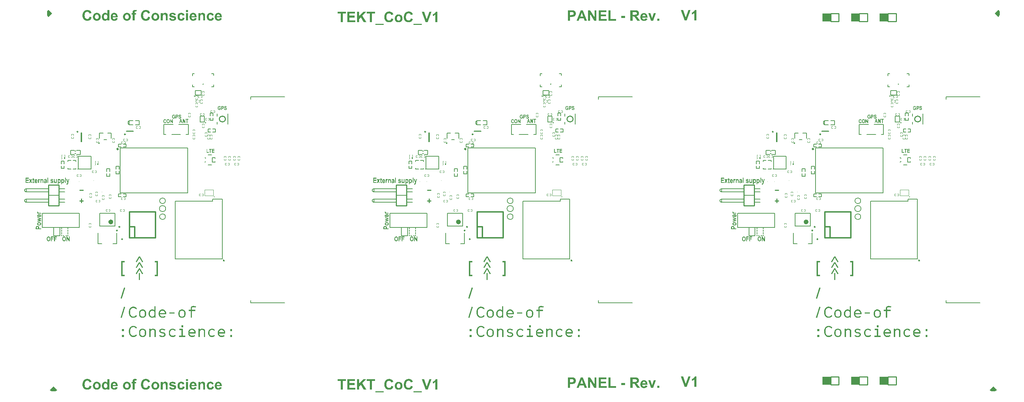
<source format=gto>
G04*
G04 #@! TF.GenerationSoftware,Altium Limited,Altium Designer,19.1.7 (138)*
G04*
G04 Layer_Color=65535*
%FSLAX24Y24*%
%MOIN*%
G70*
G01*
G75*
%ADD11C,0.0060*%
%ADD65C,0.0100*%
%ADD88C,0.0079*%
%ADD89C,0.0059*%
%ADD90C,0.0039*%
%ADD91C,0.0098*%
%ADD92C,0.0118*%
%ADD93C,0.0236*%
%ADD94C,0.0049*%
%ADD95C,0.0050*%
%ADD96C,0.0020*%
%ADD97C,0.0000*%
%ADD98C,0.0090*%
%ADD99R,0.0049X0.0138*%
%ADD100R,0.0059X0.0138*%
%ADD101R,0.0059X0.0039*%
%ADD102R,0.0059X0.0138*%
%ADD103R,0.0049X0.0138*%
G36*
X11624Y33850D02*
X11632D01*
X11642Y33849D01*
X11653Y33848D01*
X11678Y33844D01*
X11705Y33840D01*
X11735Y33835D01*
X11765Y33826D01*
X11739Y33691D01*
X11737Y33693D01*
X11732Y33694D01*
X11722Y33696D01*
X11711Y33698D01*
X11697Y33700D01*
X11681Y33701D01*
X11665Y33703D01*
X11642D01*
X11634Y33702D01*
X11625Y33701D01*
X11615Y33699D01*
X11605Y33695D01*
X11595Y33690D01*
X11587Y33684D01*
X11586Y33683D01*
X11585Y33679D01*
X11582Y33675D01*
X11579Y33667D01*
X11575Y33656D01*
X11573Y33643D01*
X11571Y33628D01*
X11570Y33608D01*
Y33557D01*
X11714D01*
Y33405D01*
X11570D01*
Y32826D01*
X11377D01*
Y33405D01*
X11269D01*
Y33557D01*
X11377D01*
Y33612D01*
Y33613D01*
Y33616D01*
Y33620D01*
Y33627D01*
X11378Y33635D01*
Y33643D01*
X11379Y33663D01*
X11381Y33685D01*
X11385Y33708D01*
X11390Y33730D01*
X11393Y33740D01*
X11396Y33748D01*
X11397Y33750D01*
X11401Y33756D01*
X11405Y33764D01*
X11413Y33774D01*
X11422Y33785D01*
X11434Y33799D01*
X11450Y33811D01*
X11468Y33821D01*
X11469D01*
X11471Y33823D01*
X11474Y33825D01*
X11478Y33826D01*
X11489Y33831D01*
X11504Y33837D01*
X11524Y33841D01*
X11547Y33847D01*
X11573Y33850D01*
X11602Y33851D01*
X11616D01*
X11624Y33850D01*
D02*
G37*
G36*
X16714Y33655D02*
X16520D01*
Y33835D01*
X16714D01*
Y33655D01*
D02*
G37*
G36*
X12668Y33850D02*
X12682Y33849D01*
X12697Y33848D01*
X12715Y33846D01*
X12736Y33842D01*
X12758Y33837D01*
X12781Y33831D01*
X12805Y33824D01*
X12830Y33815D01*
X12855Y33804D01*
X12880Y33792D01*
X12906Y33777D01*
X12929Y33760D01*
X12952Y33741D01*
X12953Y33740D01*
X12955Y33737D01*
X12958Y33734D01*
X12962Y33729D01*
X12969Y33722D01*
X12976Y33714D01*
X12982Y33705D01*
X12991Y33694D01*
X12999Y33681D01*
X13007Y33667D01*
X13016Y33652D01*
X13025Y33636D01*
X13032Y33617D01*
X13041Y33599D01*
X13049Y33578D01*
X13055Y33556D01*
X12854Y33508D01*
Y33509D01*
X12853Y33511D01*
X12852Y33515D01*
X12851Y33521D01*
X12849Y33527D01*
X12845Y33535D01*
X12838Y33553D01*
X12828Y33572D01*
X12815Y33593D01*
X12798Y33613D01*
X12779Y33631D01*
X12778Y33632D01*
X12777Y33633D01*
X12773Y33636D01*
X12769Y33639D01*
X12764Y33642D01*
X12757Y33646D01*
X12741Y33654D01*
X12720Y33663D01*
X12697Y33670D01*
X12671Y33675D01*
X12641Y33677D01*
X12630D01*
X12623Y33676D01*
X12613Y33675D01*
X12602Y33673D01*
X12590Y33671D01*
X12577Y33667D01*
X12562Y33663D01*
X12547Y33658D01*
X12532Y33651D01*
X12516Y33643D01*
X12501Y33633D01*
X12487Y33623D01*
X12472Y33611D01*
X12459Y33596D01*
X12457Y33595D01*
X12455Y33593D01*
X12452Y33588D01*
X12448Y33581D01*
X12442Y33572D01*
X12437Y33561D01*
X12430Y33548D01*
X12425Y33533D01*
X12418Y33517D01*
X12412Y33497D01*
X12406Y33476D01*
X12401Y33452D01*
X12396Y33426D01*
X12393Y33398D01*
X12391Y33368D01*
X12390Y33335D01*
Y33333D01*
Y33326D01*
Y33317D01*
X12391Y33305D01*
X12392Y33288D01*
X12393Y33271D01*
X12395Y33251D01*
X12398Y33229D01*
X12406Y33184D01*
X12412Y33162D01*
X12418Y33139D01*
X12426Y33118D01*
X12436Y33098D01*
X12445Y33079D01*
X12457Y33063D01*
X12459Y33062D01*
X12461Y33060D01*
X12465Y33055D01*
X12470Y33050D01*
X12477Y33044D01*
X12485Y33038D01*
X12495Y33030D01*
X12506Y33023D01*
X12518Y33015D01*
X12532Y33007D01*
X12546Y33001D01*
X12562Y32995D01*
X12579Y32990D01*
X12597Y32985D01*
X12617Y32983D01*
X12637Y32982D01*
X12644D01*
X12650Y32983D01*
X12658D01*
X12665Y32985D01*
X12685Y32989D01*
X12707Y32995D01*
X12730Y33004D01*
X12753Y33017D01*
X12765Y33025D01*
X12776Y33033D01*
X12777Y33035D01*
X12778Y33036D01*
X12781Y33039D01*
X12785Y33043D01*
X12790Y33049D01*
X12795Y33055D01*
X12802Y33064D01*
X12808Y33073D01*
X12815Y33084D01*
X12823Y33096D01*
X12829Y33109D01*
X12837Y33124D01*
X12843Y33139D01*
X12850Y33157D01*
X12855Y33177D01*
X12861Y33196D01*
X13059Y33135D01*
Y33133D01*
X13056Y33127D01*
X13054Y33120D01*
X13050Y33108D01*
X13044Y33095D01*
X13039Y33078D01*
X13031Y33061D01*
X13023Y33042D01*
X13013Y33023D01*
X13002Y33002D01*
X12989Y32981D01*
X12976Y32961D01*
X12960Y32941D01*
X12944Y32922D01*
X12926Y32904D01*
X12907Y32888D01*
X12906Y32887D01*
X12902Y32885D01*
X12896Y32880D01*
X12888Y32876D01*
X12877Y32869D01*
X12865Y32863D01*
X12851Y32855D01*
X12833Y32849D01*
X12816Y32841D01*
X12795Y32833D01*
X12773Y32827D01*
X12749Y32820D01*
X12724Y32816D01*
X12697Y32812D01*
X12668Y32809D01*
X12639Y32808D01*
X12630D01*
X12619Y32809D01*
X12605Y32810D01*
X12589Y32813D01*
X12569Y32816D01*
X12546Y32819D01*
X12522Y32826D01*
X12497Y32832D01*
X12470Y32842D01*
X12442Y32853D01*
X12415Y32866D01*
X12388Y32882D01*
X12360Y32900D01*
X12334Y32921D01*
X12309Y32945D01*
X12308Y32946D01*
X12303Y32951D01*
X12297Y32959D01*
X12289Y32970D01*
X12279Y32984D01*
X12268Y33001D01*
X12256Y33020D01*
X12244Y33043D01*
X12232Y33068D01*
X12220Y33097D01*
X12209Y33127D01*
X12200Y33161D01*
X12192Y33197D01*
X12185Y33236D01*
X12181Y33276D01*
X12180Y33320D01*
Y33321D01*
Y33323D01*
Y33326D01*
Y33331D01*
Y33337D01*
X12181Y33344D01*
X12182Y33361D01*
X12184Y33382D01*
X12186Y33407D01*
X12191Y33435D01*
X12196Y33463D01*
X12203Y33495D01*
X12212Y33526D01*
X12221Y33559D01*
X12235Y33592D01*
X12249Y33624D01*
X12266Y33654D01*
X12286Y33684D01*
X12309Y33711D01*
X12310Y33712D01*
X12315Y33718D01*
X12322Y33724D01*
X12333Y33733D01*
X12346Y33744D01*
X12361Y33756D01*
X12380Y33768D01*
X12401Y33781D01*
X12424Y33794D01*
X12450Y33807D01*
X12477Y33818D01*
X12508Y33829D01*
X12541Y33838D01*
X12576Y33846D01*
X12613Y33850D01*
X12651Y33851D01*
X12660D01*
X12668Y33850D01*
D02*
G37*
G36*
X7035Y33850D02*
X7048Y33849D01*
X7064Y33848D01*
X7082Y33846D01*
X7103Y33842D01*
X7125Y33837D01*
X7148Y33831D01*
X7172Y33824D01*
X7197Y33815D01*
X7222Y33804D01*
X7247Y33792D01*
X7272Y33777D01*
X7295Y33760D01*
X7318Y33741D01*
X7319Y33740D01*
X7321Y33737D01*
X7325Y33734D01*
X7329Y33729D01*
X7336Y33722D01*
X7342Y33714D01*
X7349Y33705D01*
X7358Y33694D01*
X7365Y33681D01*
X7374Y33667D01*
X7383Y33652D01*
X7391Y33636D01*
X7399Y33617D01*
X7408Y33599D01*
X7415Y33578D01*
X7422Y33556D01*
X7221Y33508D01*
Y33509D01*
X7220Y33511D01*
X7219Y33515D01*
X7218Y33521D01*
X7215Y33527D01*
X7212Y33535D01*
X7205Y33553D01*
X7195Y33572D01*
X7182Y33593D01*
X7165Y33613D01*
X7146Y33631D01*
X7144Y33632D01*
X7143Y33633D01*
X7140Y33636D01*
X7136Y33639D01*
X7130Y33642D01*
X7124Y33646D01*
X7107Y33654D01*
X7086Y33663D01*
X7064Y33670D01*
X7037Y33675D01*
X7008Y33677D01*
X6997D01*
X6989Y33676D01*
X6979Y33675D01*
X6968Y33673D01*
X6956Y33671D01*
X6943Y33667D01*
X6929Y33663D01*
X6914Y33658D01*
X6898Y33651D01*
X6883Y33643D01*
X6868Y33633D01*
X6854Y33623D01*
X6838Y33611D01*
X6825Y33596D01*
X6824Y33595D01*
X6822Y33593D01*
X6819Y33588D01*
X6814Y33581D01*
X6809Y33572D01*
X6803Y33561D01*
X6797Y33548D01*
X6791Y33533D01*
X6785Y33517D01*
X6778Y33497D01*
X6773Y33476D01*
X6767Y33452D01*
X6763Y33426D01*
X6760Y33398D01*
X6757Y33368D01*
X6756Y33335D01*
Y33333D01*
Y33326D01*
Y33317D01*
X6757Y33305D01*
X6759Y33288D01*
X6760Y33271D01*
X6762Y33251D01*
X6765Y33229D01*
X6773Y33184D01*
X6778Y33162D01*
X6785Y33139D01*
X6792Y33118D01*
X6802Y33098D01*
X6812Y33079D01*
X6824Y33063D01*
X6825Y33062D01*
X6827Y33060D01*
X6832Y33055D01*
X6836Y33050D01*
X6844Y33044D01*
X6851Y33038D01*
X6861Y33030D01*
X6872Y33023D01*
X6884Y33015D01*
X6898Y33007D01*
X6913Y33001D01*
X6929Y32995D01*
X6945Y32990D01*
X6964Y32985D01*
X6984Y32983D01*
X7003Y32982D01*
X7011D01*
X7017Y32983D01*
X7024D01*
X7032Y32985D01*
X7052Y32989D01*
X7073Y32995D01*
X7096Y33004D01*
X7119Y33017D01*
X7131Y33025D01*
X7142Y33033D01*
X7143Y33035D01*
X7144Y33036D01*
X7148Y33039D01*
X7152Y33043D01*
X7156Y33049D01*
X7162Y33055D01*
X7168Y33064D01*
X7175Y33073D01*
X7182Y33084D01*
X7189Y33096D01*
X7196Y33109D01*
X7203Y33124D01*
X7210Y33139D01*
X7217Y33157D01*
X7222Y33177D01*
X7227Y33196D01*
X7425Y33135D01*
Y33133D01*
X7423Y33127D01*
X7421Y33120D01*
X7417Y33108D01*
X7411Y33095D01*
X7406Y33078D01*
X7398Y33061D01*
X7389Y33042D01*
X7379Y33023D01*
X7368Y33002D01*
X7355Y32981D01*
X7342Y32961D01*
X7327Y32941D01*
X7311Y32922D01*
X7293Y32904D01*
X7273Y32888D01*
X7272Y32887D01*
X7269Y32885D01*
X7262Y32880D01*
X7255Y32876D01*
X7244Y32869D01*
X7232Y32863D01*
X7218Y32855D01*
X7200Y32849D01*
X7183Y32841D01*
X7162Y32833D01*
X7140Y32827D01*
X7116Y32820D01*
X7091Y32816D01*
X7064Y32812D01*
X7035Y32809D01*
X7006Y32808D01*
X6997D01*
X6986Y32809D01*
X6972Y32810D01*
X6955Y32813D01*
X6936Y32816D01*
X6913Y32819D01*
X6889Y32826D01*
X6863Y32832D01*
X6836Y32842D01*
X6809Y32853D01*
X6782Y32866D01*
X6754Y32882D01*
X6727Y32900D01*
X6701Y32921D01*
X6676Y32945D01*
X6674Y32946D01*
X6670Y32951D01*
X6663Y32959D01*
X6656Y32970D01*
X6646Y32984D01*
X6635Y33001D01*
X6623Y33020D01*
X6611Y33043D01*
X6599Y33068D01*
X6587Y33097D01*
X6576Y33127D01*
X6566Y33161D01*
X6559Y33197D01*
X6552Y33236D01*
X6548Y33276D01*
X6547Y33320D01*
Y33321D01*
Y33323D01*
Y33326D01*
Y33331D01*
Y33337D01*
X6548Y33344D01*
X6549Y33361D01*
X6551Y33382D01*
X6553Y33407D01*
X6557Y33435D01*
X6563Y33463D01*
X6569Y33495D01*
X6578Y33526D01*
X6588Y33559D01*
X6601Y33592D01*
X6615Y33624D01*
X6633Y33654D01*
X6653Y33684D01*
X6676Y33711D01*
X6677Y33712D01*
X6682Y33718D01*
X6689Y33724D01*
X6700Y33733D01*
X6713Y33744D01*
X6728Y33756D01*
X6747Y33768D01*
X6767Y33781D01*
X6790Y33794D01*
X6816Y33807D01*
X6844Y33818D01*
X6874Y33829D01*
X6907Y33838D01*
X6942Y33846D01*
X6979Y33850D01*
X7018Y33851D01*
X7026D01*
X7035Y33850D01*
D02*
G37*
G36*
X9128Y32826D02*
X8949D01*
Y32932D01*
X8947Y32930D01*
X8945Y32926D01*
X8941Y32923D01*
X8931Y32911D01*
X8919Y32898D01*
X8903Y32883D01*
X8886Y32866D01*
X8865Y32852D01*
X8843Y32839D01*
X8842D01*
X8841Y32838D01*
X8836Y32837D01*
X8832Y32835D01*
X8820Y32829D01*
X8805Y32825D01*
X8786Y32819D01*
X8765Y32814D01*
X8743Y32810D01*
X8721Y32809D01*
X8715D01*
X8708Y32810D01*
X8700D01*
X8689Y32813D01*
X8676Y32815D01*
X8661Y32818D01*
X8646Y32822D01*
X8630Y32827D01*
X8612Y32833D01*
X8595Y32842D01*
X8576Y32852D01*
X8559Y32863D01*
X8540Y32877D01*
X8523Y32892D01*
X8505Y32910D01*
X8504Y32911D01*
X8502Y32914D01*
X8496Y32921D01*
X8491Y32929D01*
X8484Y32939D01*
X8477Y32951D01*
X8469Y32967D01*
X8460Y32983D01*
X8452Y33003D01*
X8444Y33024D01*
X8436Y33048D01*
X8430Y33073D01*
X8424Y33100D01*
X8420Y33130D01*
X8417Y33161D01*
X8416Y33194D01*
Y33196D01*
Y33203D01*
X8417Y33212D01*
Y33225D01*
X8418Y33240D01*
X8420Y33258D01*
X8423Y33278D01*
X8426Y33299D01*
X8431Y33322D01*
X8436Y33345D01*
X8444Y33368D01*
X8452Y33392D01*
X8461Y33415D01*
X8473Y33437D01*
X8487Y33458D01*
X8502Y33476D01*
X8503Y33477D01*
X8506Y33480D01*
X8511Y33485D01*
X8517Y33491D01*
X8526Y33499D01*
X8537Y33507D01*
X8549Y33515D01*
X8562Y33525D01*
X8577Y33534D01*
X8595Y33543D01*
X8612Y33550D01*
X8632Y33558D01*
X8653Y33565D01*
X8675Y33569D01*
X8699Y33572D01*
X8723Y33573D01*
X8728D01*
X8735Y33572D01*
X8743D01*
X8754Y33570D01*
X8766Y33568D01*
X8780Y33565D01*
X8795Y33560D01*
X8811Y33555D01*
X8829Y33548D01*
X8846Y33540D01*
X8864Y33530D01*
X8882Y33519D01*
X8900Y33505D01*
X8917Y33489D01*
X8935Y33471D01*
Y33835D01*
X9128D01*
Y32826D01*
D02*
G37*
G36*
X18135Y33572D02*
X18151Y33570D01*
X18168Y33568D01*
X18188Y33564D01*
X18209Y33557D01*
X18229Y33549D01*
X18230D01*
X18231Y33548D01*
X18237Y33545D01*
X18247Y33541D01*
X18258Y33533D01*
X18271Y33525D01*
X18284Y33514D01*
X18297Y33503D01*
X18308Y33490D01*
X18309Y33489D01*
X18313Y33484D01*
X18317Y33477D01*
X18324Y33467D01*
X18330Y33455D01*
X18336Y33441D01*
X18342Y33426D01*
X18347Y33409D01*
Y33407D01*
X18349Y33401D01*
X18350Y33391D01*
X18352Y33377D01*
X18354Y33358D01*
X18355Y33336D01*
X18357Y33310D01*
Y33279D01*
Y32826D01*
X18164D01*
Y33198D01*
Y33200D01*
Y33204D01*
Y33209D01*
Y33218D01*
Y33227D01*
X18163Y33238D01*
Y33262D01*
X18161Y33288D01*
X18159Y33313D01*
X18157Y33325D01*
X18155Y33335D01*
X18153Y33344D01*
X18151Y33352D01*
Y33353D01*
X18149Y33357D01*
X18145Y33364D01*
X18141Y33371D01*
X18136Y33380D01*
X18129Y33390D01*
X18120Y33398D01*
X18110Y33406D01*
X18109Y33407D01*
X18106Y33409D01*
X18100Y33413D01*
X18092Y33416D01*
X18082Y33419D01*
X18071Y33423D01*
X18059Y33425D01*
X18045Y33426D01*
X18036D01*
X18027Y33425D01*
X18014Y33423D01*
X18001Y33419D01*
X17986Y33414D01*
X17969Y33407D01*
X17954Y33397D01*
X17952Y33396D01*
X17948Y33392D01*
X17941Y33386D01*
X17932Y33378D01*
X17924Y33368D01*
X17915Y33355D01*
X17907Y33341D01*
X17901Y33324D01*
X17900Y33322D01*
Y33320D01*
X17898Y33315D01*
X17897Y33310D01*
X17896Y33303D01*
X17895Y33296D01*
X17894Y33287D01*
X17892Y33276D01*
X17891Y33264D01*
X17890Y33250D01*
X17889Y33235D01*
X17888Y33218D01*
Y33200D01*
X17886Y33179D01*
Y33157D01*
Y32826D01*
X17693D01*
Y33557D01*
X17872D01*
Y33449D01*
X17873Y33450D01*
X17877Y33454D01*
X17882Y33461D01*
X17890Y33468D01*
X17898Y33477D01*
X17910Y33488D01*
X17922Y33499D01*
X17938Y33511D01*
X17954Y33523D01*
X17973Y33534D01*
X17992Y33545D01*
X18013Y33554D01*
X18036Y33562D01*
X18060Y33568D01*
X18085Y33572D01*
X18112Y33573D01*
X18123D01*
X18135Y33572D01*
D02*
G37*
G36*
X14532Y33572D02*
X14548Y33570D01*
X14566Y33568D01*
X14586Y33564D01*
X14606Y33557D01*
X14626Y33549D01*
X14627D01*
X14628Y33548D01*
X14635Y33545D01*
X14645Y33541D01*
X14655Y33533D01*
X14669Y33525D01*
X14682Y33514D01*
X14695Y33503D01*
X14706Y33490D01*
X14707Y33489D01*
X14710Y33484D01*
X14715Y33477D01*
X14721Y33467D01*
X14728Y33455D01*
X14733Y33441D01*
X14740Y33426D01*
X14744Y33409D01*
Y33407D01*
X14746Y33401D01*
X14747Y33391D01*
X14749Y33377D01*
X14752Y33358D01*
X14753Y33336D01*
X14755Y33310D01*
Y33279D01*
Y32826D01*
X14562D01*
Y33198D01*
Y33200D01*
Y33204D01*
Y33209D01*
Y33218D01*
Y33227D01*
X14560Y33238D01*
Y33262D01*
X14558Y33288D01*
X14556Y33313D01*
X14555Y33325D01*
X14553Y33335D01*
X14551Y33344D01*
X14548Y33352D01*
Y33353D01*
X14546Y33357D01*
X14543Y33364D01*
X14539Y33371D01*
X14533Y33380D01*
X14527Y33390D01*
X14518Y33398D01*
X14508Y33406D01*
X14507Y33407D01*
X14504Y33409D01*
X14497Y33413D01*
X14489Y33416D01*
X14480Y33419D01*
X14469Y33423D01*
X14457Y33425D01*
X14442Y33426D01*
X14434D01*
X14425Y33425D01*
X14412Y33423D01*
X14399Y33419D01*
X14383Y33414D01*
X14367Y33407D01*
X14352Y33397D01*
X14349Y33396D01*
X14345Y33392D01*
X14339Y33386D01*
X14330Y33378D01*
X14321Y33368D01*
X14312Y33355D01*
X14305Y33341D01*
X14298Y33324D01*
X14297Y33322D01*
Y33320D01*
X14296Y33315D01*
X14295Y33310D01*
X14294Y33303D01*
X14293Y33296D01*
X14292Y33287D01*
X14289Y33276D01*
X14288Y33264D01*
X14287Y33250D01*
X14286Y33235D01*
X14285Y33218D01*
Y33200D01*
X14284Y33179D01*
Y33157D01*
Y32826D01*
X14090D01*
Y33557D01*
X14270D01*
Y33449D01*
X14271Y33450D01*
X14274Y33454D01*
X14280Y33461D01*
X14287Y33468D01*
X14296Y33477D01*
X14308Y33488D01*
X14320Y33499D01*
X14335Y33511D01*
X14352Y33523D01*
X14370Y33534D01*
X14390Y33545D01*
X14411Y33554D01*
X14434Y33562D01*
X14458Y33568D01*
X14483Y33572D01*
X14509Y33573D01*
X14520D01*
X14532Y33572D01*
D02*
G37*
G36*
X37965Y33701D02*
X37978Y33700D01*
X37994Y33699D01*
X38012Y33697D01*
X38033Y33694D01*
X38055Y33688D01*
X38078Y33683D01*
X38102Y33675D01*
X38127Y33666D01*
X38152Y33655D01*
X38177Y33643D01*
X38202Y33628D01*
X38225Y33612D01*
X38248Y33592D01*
X38249Y33591D01*
X38252Y33589D01*
X38255Y33585D01*
X38259Y33580D01*
X38266Y33573D01*
X38272Y33566D01*
X38279Y33556D01*
X38288Y33545D01*
X38295Y33532D01*
X38304Y33519D01*
X38313Y33503D01*
X38322Y33487D01*
X38329Y33468D01*
X38338Y33450D01*
X38346Y33429D01*
X38352Y33407D01*
X38151Y33359D01*
Y33360D01*
X38150Y33362D01*
X38149Y33367D01*
X38148Y33372D01*
X38146Y33379D01*
X38142Y33387D01*
X38135Y33404D01*
X38125Y33424D01*
X38112Y33444D01*
X38095Y33464D01*
X38076Y33483D01*
X38075Y33484D01*
X38074Y33485D01*
X38070Y33487D01*
X38066Y33490D01*
X38060Y33494D01*
X38054Y33497D01*
X38037Y33506D01*
X38017Y33514D01*
X37994Y33521D01*
X37967Y33526D01*
X37938Y33529D01*
X37927D01*
X37919Y33528D01*
X37910Y33526D01*
X37899Y33524D01*
X37887Y33522D01*
X37873Y33519D01*
X37859Y33514D01*
X37844Y33509D01*
X37829Y33502D01*
X37813Y33495D01*
X37798Y33485D01*
X37784Y33474D01*
X37769Y33462D01*
X37755Y33448D01*
X37754Y33447D01*
X37752Y33444D01*
X37749Y33439D01*
X37745Y33432D01*
X37739Y33424D01*
X37734Y33413D01*
X37727Y33400D01*
X37722Y33384D01*
X37715Y33368D01*
X37708Y33348D01*
X37703Y33328D01*
X37698Y33303D01*
X37693Y33277D01*
X37690Y33250D01*
X37688Y33219D01*
X37687Y33187D01*
Y33184D01*
Y33178D01*
Y33168D01*
X37688Y33156D01*
X37689Y33140D01*
X37690Y33122D01*
X37692Y33102D01*
X37695Y33080D01*
X37703Y33036D01*
X37708Y33014D01*
X37715Y32991D01*
X37723Y32969D01*
X37733Y32949D01*
X37742Y32931D01*
X37754Y32914D01*
X37755Y32913D01*
X37758Y32911D01*
X37762Y32907D01*
X37766Y32901D01*
X37774Y32896D01*
X37782Y32889D01*
X37792Y32882D01*
X37802Y32874D01*
X37814Y32866D01*
X37829Y32859D01*
X37843Y32852D01*
X37859Y32847D01*
X37876Y32841D01*
X37894Y32837D01*
X37914Y32835D01*
X37934Y32833D01*
X37941D01*
X37947Y32835D01*
X37954D01*
X37962Y32837D01*
X37982Y32840D01*
X38004Y32847D01*
X38027Y32855D01*
X38049Y32868D01*
X38061Y32876D01*
X38072Y32885D01*
X38074Y32886D01*
X38075Y32887D01*
X38078Y32890D01*
X38082Y32895D01*
X38087Y32900D01*
X38092Y32907D01*
X38099Y32915D01*
X38105Y32924D01*
X38112Y32935D01*
X38119Y32947D01*
X38126Y32960D01*
X38134Y32976D01*
X38140Y32991D01*
X38147Y33008D01*
X38152Y33028D01*
X38158Y33048D01*
X38356Y32986D01*
Y32984D01*
X38353Y32979D01*
X38351Y32971D01*
X38347Y32959D01*
X38341Y32946D01*
X38336Y32930D01*
X38328Y32912D01*
X38319Y32894D01*
X38310Y32874D01*
X38299Y32853D01*
X38286Y32832D01*
X38272Y32813D01*
X38257Y32792D01*
X38241Y32773D01*
X38223Y32756D01*
X38204Y32739D01*
X38202Y32738D01*
X38199Y32736D01*
X38193Y32732D01*
X38185Y32727D01*
X38174Y32721D01*
X38162Y32714D01*
X38148Y32707D01*
X38130Y32700D01*
X38113Y32692D01*
X38092Y32685D01*
X38070Y32678D01*
X38046Y32672D01*
X38021Y32667D01*
X37994Y32663D01*
X37965Y32661D01*
X37936Y32660D01*
X37927D01*
X37916Y32661D01*
X37902Y32662D01*
X37886Y32664D01*
X37866Y32667D01*
X37843Y32671D01*
X37819Y32677D01*
X37794Y32684D01*
X37766Y32694D01*
X37739Y32704D01*
X37712Y32718D01*
X37684Y32733D01*
X37657Y32751D01*
X37631Y32772D01*
X37606Y32796D01*
X37605Y32797D01*
X37600Y32803D01*
X37594Y32811D01*
X37586Y32821D01*
X37576Y32836D01*
X37565Y32852D01*
X37553Y32872D01*
X37541Y32895D01*
X37529Y32920D01*
X37517Y32948D01*
X37506Y32979D01*
X37496Y33013D01*
X37489Y33049D01*
X37482Y33087D01*
X37478Y33127D01*
X37477Y33171D01*
Y33172D01*
Y33174D01*
Y33178D01*
Y33182D01*
Y33189D01*
X37478Y33195D01*
X37479Y33213D01*
X37481Y33233D01*
X37483Y33259D01*
X37488Y33286D01*
X37493Y33314D01*
X37500Y33346D01*
X37508Y33378D01*
X37518Y33411D01*
X37531Y33443D01*
X37546Y33475D01*
X37563Y33506D01*
X37583Y33535D01*
X37606Y33563D01*
X37607Y33564D01*
X37612Y33569D01*
X37619Y33576D01*
X37630Y33584D01*
X37643Y33595D01*
X37658Y33607D01*
X37677Y33619D01*
X37698Y33632D01*
X37720Y33646D01*
X37747Y33659D01*
X37774Y33670D01*
X37805Y33681D01*
X37837Y33689D01*
X37872Y33697D01*
X37910Y33701D01*
X37948Y33702D01*
X37957D01*
X37965Y33701D01*
D02*
G37*
G36*
X36088D02*
X36101Y33700D01*
X36116Y33699D01*
X36135Y33697D01*
X36155Y33694D01*
X36177Y33688D01*
X36200Y33683D01*
X36224Y33675D01*
X36249Y33666D01*
X36274Y33655D01*
X36300Y33643D01*
X36325Y33628D01*
X36348Y33612D01*
X36371Y33592D01*
X36372Y33591D01*
X36374Y33589D01*
X36377Y33585D01*
X36382Y33580D01*
X36388Y33573D01*
X36395Y33566D01*
X36401Y33556D01*
X36410Y33545D01*
X36418Y33532D01*
X36426Y33519D01*
X36435Y33503D01*
X36444Y33487D01*
X36451Y33468D01*
X36460Y33450D01*
X36468Y33429D01*
X36474Y33407D01*
X36273Y33359D01*
Y33360D01*
X36272Y33362D01*
X36271Y33367D01*
X36270Y33372D01*
X36268Y33379D01*
X36265Y33387D01*
X36257Y33404D01*
X36247Y33424D01*
X36234Y33444D01*
X36218Y33464D01*
X36198Y33483D01*
X36197Y33484D01*
X36196Y33485D01*
X36192Y33487D01*
X36188Y33490D01*
X36183Y33494D01*
X36176Y33497D01*
X36160Y33506D01*
X36139Y33514D01*
X36116Y33521D01*
X36090Y33526D01*
X36060Y33529D01*
X36049D01*
X36042Y33528D01*
X36032Y33526D01*
X36021Y33524D01*
X36009Y33522D01*
X35996Y33519D01*
X35982Y33514D01*
X35966Y33509D01*
X35951Y33502D01*
X35936Y33495D01*
X35920Y33485D01*
X35906Y33474D01*
X35891Y33462D01*
X35878Y33448D01*
X35877Y33447D01*
X35874Y33444D01*
X35871Y33439D01*
X35867Y33432D01*
X35861Y33424D01*
X35856Y33413D01*
X35849Y33400D01*
X35844Y33384D01*
X35837Y33368D01*
X35831Y33348D01*
X35825Y33328D01*
X35820Y33303D01*
X35815Y33277D01*
X35812Y33250D01*
X35810Y33219D01*
X35809Y33187D01*
Y33184D01*
Y33178D01*
Y33168D01*
X35810Y33156D01*
X35811Y33140D01*
X35812Y33122D01*
X35814Y33102D01*
X35818Y33080D01*
X35825Y33036D01*
X35831Y33014D01*
X35837Y32991D01*
X35845Y32969D01*
X35855Y32949D01*
X35865Y32931D01*
X35877Y32914D01*
X35878Y32913D01*
X35880Y32911D01*
X35884Y32907D01*
X35889Y32901D01*
X35896Y32896D01*
X35904Y32889D01*
X35914Y32882D01*
X35925Y32874D01*
X35937Y32866D01*
X35951Y32859D01*
X35965Y32852D01*
X35982Y32847D01*
X35998Y32841D01*
X36016Y32837D01*
X36036Y32835D01*
X36056Y32833D01*
X36063D01*
X36069Y32835D01*
X36077D01*
X36084Y32837D01*
X36104Y32840D01*
X36126Y32847D01*
X36149Y32855D01*
X36172Y32868D01*
X36184Y32876D01*
X36195Y32885D01*
X36196Y32886D01*
X36197Y32887D01*
X36200Y32890D01*
X36204Y32895D01*
X36209Y32900D01*
X36214Y32907D01*
X36221Y32915D01*
X36227Y32924D01*
X36234Y32935D01*
X36242Y32947D01*
X36248Y32960D01*
X36256Y32976D01*
X36262Y32991D01*
X36269Y33008D01*
X36274Y33028D01*
X36280Y33048D01*
X36478Y32986D01*
Y32984D01*
X36476Y32979D01*
X36473Y32971D01*
X36469Y32959D01*
X36464Y32946D01*
X36458Y32930D01*
X36450Y32912D01*
X36442Y32894D01*
X36432Y32874D01*
X36421Y32853D01*
X36408Y32832D01*
X36395Y32813D01*
X36379Y32792D01*
X36363Y32773D01*
X36345Y32756D01*
X36326Y32739D01*
X36325Y32738D01*
X36321Y32736D01*
X36315Y32732D01*
X36307Y32727D01*
X36296Y32721D01*
X36284Y32714D01*
X36270Y32707D01*
X36253Y32700D01*
X36235Y32692D01*
X36214Y32685D01*
X36192Y32678D01*
X36168Y32672D01*
X36143Y32667D01*
X36116Y32663D01*
X36088Y32661D01*
X36058Y32660D01*
X36049D01*
X36038Y32661D01*
X36024Y32662D01*
X36008Y32664D01*
X35988Y32667D01*
X35965Y32671D01*
X35941Y32677D01*
X35916Y32684D01*
X35889Y32694D01*
X35861Y32704D01*
X35834Y32718D01*
X35807Y32733D01*
X35779Y32751D01*
X35753Y32772D01*
X35728Y32796D01*
X35727Y32797D01*
X35722Y32803D01*
X35716Y32811D01*
X35708Y32821D01*
X35698Y32836D01*
X35687Y32852D01*
X35675Y32872D01*
X35663Y32895D01*
X35651Y32920D01*
X35639Y32948D01*
X35628Y32979D01*
X35619Y33013D01*
X35611Y33049D01*
X35604Y33087D01*
X35600Y33127D01*
X35599Y33171D01*
Y33172D01*
Y33174D01*
Y33178D01*
Y33182D01*
Y33189D01*
X35600Y33195D01*
X35601Y33213D01*
X35603Y33233D01*
X35606Y33259D01*
X35610Y33286D01*
X35615Y33314D01*
X35622Y33346D01*
X35631Y33378D01*
X35640Y33411D01*
X35654Y33443D01*
X35668Y33475D01*
X35685Y33506D01*
X35705Y33535D01*
X35728Y33563D01*
X35729Y33564D01*
X35735Y33569D01*
X35741Y33576D01*
X35752Y33584D01*
X35765Y33595D01*
X35780Y33607D01*
X35799Y33619D01*
X35820Y33632D01*
X35843Y33646D01*
X35869Y33659D01*
X35896Y33670D01*
X35927Y33681D01*
X35960Y33689D01*
X35995Y33697D01*
X36032Y33701D01*
X36070Y33702D01*
X36079D01*
X36088Y33701D01*
D02*
G37*
G36*
X15241Y33572D02*
X15254D01*
X15269Y33571D01*
X15284Y33569D01*
X15301Y33567D01*
X15338Y33561D01*
X15374Y33553D01*
X15392Y33547D01*
X15409Y33541D01*
X15425Y33533D01*
X15439Y33524D01*
X15440D01*
X15442Y33522D01*
X15446Y33519D01*
X15451Y33515D01*
X15457Y33510D01*
X15464Y33503D01*
X15471Y33496D01*
X15480Y33488D01*
X15487Y33478D01*
X15496Y33467D01*
X15505Y33455D01*
X15514Y33442D01*
X15521Y33429D01*
X15529Y33414D01*
X15541Y33380D01*
X15358Y33346D01*
Y33348D01*
X15356Y33353D01*
X15353Y33360D01*
X15348Y33370D01*
X15342Y33381D01*
X15334Y33392D01*
X15324Y33402D01*
X15313Y33412D01*
X15312Y33413D01*
X15307Y33415D01*
X15300Y33419D01*
X15289Y33424D01*
X15276Y33427D01*
X15261Y33431D01*
X15241Y33433D01*
X15221Y33435D01*
X15209D01*
X15195Y33433D01*
X15179Y33432D01*
X15162Y33429D01*
X15143Y33426D01*
X15127Y33420D01*
X15112Y33413D01*
X15111Y33412D01*
X15109Y33411D01*
X15106Y33406D01*
X15101Y33402D01*
X15097Y33396D01*
X15094Y33390D01*
X15092Y33382D01*
X15091Y33373D01*
Y33372D01*
Y33370D01*
X15092Y33366D01*
X15093Y33361D01*
X15095Y33356D01*
X15098Y33350D01*
X15103Y33344D01*
X15109Y33338D01*
X15110Y33337D01*
X15112Y33336D01*
X15116Y33335D01*
X15120Y33333D01*
X15125Y33331D01*
X15133Y33327D01*
X15142Y33324D01*
X15152Y33321D01*
X15165Y33317D01*
X15179Y33312D01*
X15197Y33307D01*
X15215Y33302D01*
X15237Y33296D01*
X15262Y33290D01*
X15289Y33284D01*
X15292D01*
X15296Y33283D01*
X15304Y33280D01*
X15315Y33277D01*
X15327Y33274D01*
X15342Y33270D01*
X15357Y33265D01*
X15375Y33260D01*
X15410Y33248D01*
X15446Y33232D01*
X15462Y33225D01*
X15477Y33216D01*
X15493Y33207D01*
X15505Y33197D01*
X15506Y33196D01*
X15507Y33195D01*
X15510Y33192D01*
X15515Y33188D01*
X15519Y33183D01*
X15524Y33177D01*
X15530Y33169D01*
X15535Y33160D01*
X15546Y33139D01*
X15556Y33115D01*
X15564Y33087D01*
X15565Y33071D01*
X15566Y33054D01*
Y33053D01*
Y33050D01*
Y33044D01*
X15565Y33038D01*
X15564Y33029D01*
X15562Y33018D01*
X15559Y33007D01*
X15555Y32995D01*
X15551Y32982D01*
X15545Y32968D01*
X15539Y32954D01*
X15531Y32939D01*
X15521Y32924D01*
X15509Y32910D01*
X15497Y32896D01*
X15482Y32882D01*
X15481Y32880D01*
X15477Y32878D01*
X15473Y32875D01*
X15467Y32871D01*
X15458Y32865D01*
X15447Y32859D01*
X15434Y32852D01*
X15420Y32845D01*
X15403Y32839D01*
X15385Y32832D01*
X15364Y32826D01*
X15342Y32820D01*
X15318Y32816D01*
X15292Y32813D01*
X15263Y32810D01*
X15234Y32809D01*
X15219D01*
X15209Y32810D01*
X15197Y32812D01*
X15181Y32813D01*
X15166Y32815D01*
X15148Y32817D01*
X15110Y32824D01*
X15071Y32835D01*
X15051Y32842D01*
X15031Y32850D01*
X15014Y32859D01*
X14997Y32869D01*
X14995Y32871D01*
X14993Y32873D01*
X14989Y32876D01*
X14982Y32880D01*
X14976Y32887D01*
X14968Y32894D01*
X14959Y32902D01*
X14951Y32912D01*
X14941Y32924D01*
X14931Y32936D01*
X14922Y32949D01*
X14912Y32965D01*
X14904Y32980D01*
X14896Y32996D01*
X14889Y33015D01*
X14884Y33033D01*
X15077Y33063D01*
Y33062D01*
X15078Y33061D01*
X15080Y33054D01*
X15083Y33043D01*
X15088Y33031D01*
X15095Y33017D01*
X15104Y33003D01*
X15113Y32990D01*
X15127Y32978D01*
X15129Y32977D01*
X15133Y32973D01*
X15142Y32969D01*
X15154Y32963D01*
X15169Y32958D01*
X15188Y32954D01*
X15209Y32950D01*
X15233Y32949D01*
X15245D01*
X15251Y32950D01*
X15259D01*
X15275Y32953D01*
X15294Y32956D01*
X15312Y32961D01*
X15330Y32968D01*
X15345Y32977D01*
X15346Y32978D01*
X15350Y32980D01*
X15354Y32984D01*
X15358Y32990D01*
X15363Y32997D01*
X15367Y33006D01*
X15370Y33016D01*
X15371Y33028D01*
Y33029D01*
Y33031D01*
X15370Y33036D01*
X15369Y33041D01*
X15366Y33052D01*
X15362Y33059D01*
X15357Y33064D01*
X15356Y33065D01*
X15354Y33066D01*
X15350Y33070D01*
X15344Y33073D01*
X15335Y33077D01*
X15324Y33082D01*
X15310Y33086D01*
X15293Y33090D01*
X15292D01*
X15291Y33091D01*
X15287D01*
X15283Y33092D01*
X15271Y33096D01*
X15256Y33099D01*
X15237Y33103D01*
X15216Y33109D01*
X15193Y33114D01*
X15168Y33121D01*
X15119Y33136D01*
X15094Y33144D01*
X15070Y33151D01*
X15048Y33160D01*
X15028Y33168D01*
X15011Y33177D01*
X14998Y33184D01*
X14997Y33185D01*
X14994Y33188D01*
X14990Y33191D01*
X14984Y33195D01*
X14978Y33201D01*
X14970Y33208D01*
X14963Y33217D01*
X14955Y33227D01*
X14946Y33238D01*
X14939Y33250D01*
X14931Y33264D01*
X14924Y33278D01*
X14919Y33295D01*
X14915Y33311D01*
X14912Y33330D01*
X14911Y33348D01*
Y33349D01*
Y33353D01*
Y33357D01*
X14912Y33365D01*
X14913Y33372D01*
X14916Y33382D01*
X14918Y33392D01*
X14921Y33404D01*
X14930Y33429D01*
X14935Y33442D01*
X14943Y33455D01*
X14952Y33470D01*
X14962Y33483D01*
X14972Y33496D01*
X14986Y33508D01*
X14987Y33509D01*
X14989Y33511D01*
X14993Y33514D01*
X15000Y33518D01*
X15007Y33523D01*
X15017Y33529D01*
X15029Y33534D01*
X15042Y33541D01*
X15058Y33547D01*
X15075Y33553D01*
X15094Y33558D01*
X15115Y33564D01*
X15138Y33567D01*
X15163Y33570D01*
X15189Y33572D01*
X15217Y33573D01*
X15232D01*
X15241Y33572D01*
D02*
G37*
G36*
X18888D02*
X18900Y33571D01*
X18912Y33570D01*
X18927Y33569D01*
X18942Y33566D01*
X18976Y33559D01*
X19011Y33549D01*
X19029Y33543D01*
X19046Y33535D01*
X19062Y33525D01*
X19078Y33515D01*
X19079Y33514D01*
X19081Y33513D01*
X19085Y33510D01*
X19091Y33505D01*
X19097Y33499D01*
X19105Y33491D01*
X19113Y33483D01*
X19122Y33473D01*
X19130Y33461D01*
X19140Y33448D01*
X19150Y33433D01*
X19159Y33418D01*
X19168Y33401D01*
X19176Y33383D01*
X19185Y33362D01*
X19191Y33342D01*
X19001Y33308D01*
Y33309D01*
Y33310D01*
X18999Y33317D01*
X18996Y33327D01*
X18993Y33339D01*
X18986Y33353D01*
X18978Y33367D01*
X18968Y33380D01*
X18956Y33392D01*
X18955Y33393D01*
X18950Y33396D01*
X18943Y33402D01*
X18932Y33407D01*
X18920Y33412D01*
X18905Y33417D01*
X18888Y33420D01*
X18868Y33421D01*
X18861D01*
X18856Y33420D01*
X18850D01*
X18843Y33419D01*
X18826Y33415D01*
X18808Y33409D01*
X18789Y33401D01*
X18771Y33388D01*
X18762Y33380D01*
X18753Y33371D01*
Y33370D01*
X18751Y33369D01*
X18749Y33366D01*
X18747Y33361D01*
X18743Y33356D01*
X18740Y33349D01*
X18736Y33341D01*
X18732Y33332D01*
X18728Y33321D01*
X18724Y33308D01*
X18720Y33295D01*
X18717Y33279D01*
X18715Y33263D01*
X18713Y33244D01*
X18711Y33225D01*
Y33204D01*
Y33203D01*
Y33198D01*
Y33192D01*
X18712Y33183D01*
Y33172D01*
X18713Y33160D01*
X18714Y33147D01*
X18716Y33132D01*
X18721Y33102D01*
X18728Y33072D01*
X18733Y33057D01*
X18739Y33043D01*
X18746Y33031D01*
X18753Y33020D01*
Y33019D01*
X18755Y33018D01*
X18761Y33012D01*
X18771Y33004D01*
X18785Y32994D01*
X18801Y32984D01*
X18821Y32976D01*
X18845Y32969D01*
X18858Y32968D01*
X18871Y32967D01*
X18880D01*
X18891Y32969D01*
X18903Y32971D01*
X18917Y32974D01*
X18932Y32980D01*
X18947Y32988D01*
X18961Y32997D01*
X18962Y32998D01*
X18966Y33004D01*
X18973Y33012D01*
X18980Y33023D01*
X18988Y33038D01*
X18997Y33056D01*
X19005Y33079D01*
X19011Y33106D01*
X19201Y33073D01*
Y33072D01*
X19200Y33067D01*
X19198Y33061D01*
X19195Y33051D01*
X19191Y33040D01*
X19187Y33028D01*
X19182Y33014D01*
X19175Y32998D01*
X19160Y32967D01*
X19151Y32950D01*
X19140Y32934D01*
X19128Y32918D01*
X19116Y32902D01*
X19102Y32888D01*
X19087Y32875D01*
X19085Y32874D01*
X19083Y32872D01*
X19078Y32868D01*
X19071Y32865D01*
X19062Y32860D01*
X19053Y32854D01*
X19041Y32849D01*
X19028Y32842D01*
X19012Y32836D01*
X18996Y32830D01*
X18977Y32825D01*
X18956Y32819D01*
X18936Y32816D01*
X18913Y32813D01*
X18889Y32810D01*
X18862Y32809D01*
X18856D01*
X18847Y32810D01*
X18836D01*
X18823Y32813D01*
X18807Y32815D01*
X18789Y32818D01*
X18771Y32822D01*
X18751Y32827D01*
X18730Y32833D01*
X18709Y32842D01*
X18688Y32852D01*
X18667Y32863D01*
X18646Y32877D01*
X18626Y32892D01*
X18608Y32910D01*
X18607Y32911D01*
X18603Y32914D01*
X18599Y32921D01*
X18592Y32929D01*
X18586Y32939D01*
X18578Y32951D01*
X18570Y32967D01*
X18561Y32983D01*
X18551Y33002D01*
X18543Y33023D01*
X18535Y33045D01*
X18528Y33071D01*
X18521Y33098D01*
X18517Y33126D01*
X18514Y33157D01*
X18513Y33190D01*
Y33192D01*
Y33197D01*
X18514Y33207D01*
Y33219D01*
X18516Y33235D01*
X18518Y33252D01*
X18520Y33272D01*
X18525Y33294D01*
X18530Y33315D01*
X18536Y33338D01*
X18543Y33361D01*
X18553Y33385D01*
X18564Y33408D01*
X18576Y33431D01*
X18591Y33452D01*
X18608Y33472D01*
X18609Y33473D01*
X18612Y33476D01*
X18618Y33482D01*
X18625Y33488D01*
X18635Y33496D01*
X18646Y33503D01*
X18660Y33513D01*
X18676Y33523D01*
X18693Y33532D01*
X18713Y33542D01*
X18733Y33549D01*
X18756Y33558D01*
X18782Y33564D01*
X18808Y33569D01*
X18836Y33572D01*
X18866Y33573D01*
X18879D01*
X18888Y33572D01*
D02*
G37*
G36*
X16069D02*
X16081Y33571D01*
X16093Y33570D01*
X16108Y33569D01*
X16123Y33566D01*
X16157Y33559D01*
X16192Y33549D01*
X16210Y33543D01*
X16227Y33535D01*
X16244Y33525D01*
X16259Y33515D01*
X16260Y33514D01*
X16262Y33513D01*
X16267Y33510D01*
X16272Y33505D01*
X16279Y33499D01*
X16286Y33491D01*
X16294Y33483D01*
X16303Y33473D01*
X16311Y33461D01*
X16321Y33448D01*
X16331Y33433D01*
X16340Y33418D01*
X16350Y33401D01*
X16357Y33383D01*
X16366Y33362D01*
X16373Y33342D01*
X16182Y33308D01*
Y33309D01*
Y33310D01*
X16180Y33317D01*
X16177Y33327D01*
X16174Y33339D01*
X16167Y33353D01*
X16159Y33367D01*
X16150Y33380D01*
X16138Y33392D01*
X16137Y33393D01*
X16131Y33396D01*
X16124Y33402D01*
X16114Y33407D01*
X16102Y33412D01*
X16086Y33417D01*
X16069Y33420D01*
X16049Y33421D01*
X16043D01*
X16037Y33420D01*
X16032D01*
X16024Y33419D01*
X16008Y33415D01*
X15989Y33409D01*
X15970Y33401D01*
X15952Y33388D01*
X15943Y33380D01*
X15934Y33371D01*
Y33370D01*
X15932Y33369D01*
X15930Y33366D01*
X15928Y33361D01*
X15924Y33356D01*
X15921Y33349D01*
X15917Y33341D01*
X15914Y33332D01*
X15909Y33321D01*
X15905Y33308D01*
X15902Y33295D01*
X15898Y33279D01*
X15896Y33263D01*
X15894Y33244D01*
X15892Y33225D01*
Y33204D01*
Y33203D01*
Y33198D01*
Y33192D01*
X15893Y33183D01*
Y33172D01*
X15894Y33160D01*
X15895Y33147D01*
X15897Y33132D01*
X15903Y33102D01*
X15909Y33072D01*
X15915Y33057D01*
X15920Y33043D01*
X15927Y33031D01*
X15934Y33020D01*
Y33019D01*
X15936Y33018D01*
X15942Y33012D01*
X15952Y33004D01*
X15966Y32994D01*
X15982Y32984D01*
X16002Y32976D01*
X16026Y32969D01*
X16039Y32968D01*
X16052Y32967D01*
X16061D01*
X16072Y32969D01*
X16084Y32971D01*
X16098Y32974D01*
X16114Y32980D01*
X16128Y32988D01*
X16142Y32997D01*
X16143Y32998D01*
X16147Y33004D01*
X16154Y33012D01*
X16162Y33023D01*
X16169Y33038D01*
X16178Y33056D01*
X16186Y33079D01*
X16192Y33106D01*
X16382Y33073D01*
Y33072D01*
X16381Y33067D01*
X16379Y33061D01*
X16376Y33051D01*
X16373Y33040D01*
X16368Y33028D01*
X16363Y33014D01*
X16356Y32998D01*
X16341Y32967D01*
X16332Y32950D01*
X16321Y32934D01*
X16309Y32918D01*
X16297Y32902D01*
X16283Y32888D01*
X16268Y32875D01*
X16267Y32874D01*
X16264Y32872D01*
X16259Y32868D01*
X16252Y32865D01*
X16244Y32860D01*
X16234Y32854D01*
X16222Y32849D01*
X16209Y32842D01*
X16193Y32836D01*
X16177Y32830D01*
X16158Y32825D01*
X16138Y32819D01*
X16117Y32816D01*
X16094Y32813D01*
X16070Y32810D01*
X16044Y32809D01*
X16037D01*
X16028Y32810D01*
X16017D01*
X16004Y32813D01*
X15988Y32815D01*
X15970Y32818D01*
X15952Y32822D01*
X15932Y32827D01*
X15911Y32833D01*
X15891Y32842D01*
X15869Y32852D01*
X15848Y32863D01*
X15827Y32877D01*
X15808Y32892D01*
X15789Y32910D01*
X15788Y32911D01*
X15785Y32914D01*
X15780Y32921D01*
X15774Y32929D01*
X15767Y32939D01*
X15759Y32951D01*
X15751Y32967D01*
X15742Y32983D01*
X15732Y33002D01*
X15724Y33023D01*
X15716Y33045D01*
X15709Y33071D01*
X15703Y33098D01*
X15698Y33126D01*
X15695Y33157D01*
X15694Y33190D01*
Y33192D01*
Y33197D01*
X15695Y33207D01*
Y33219D01*
X15697Y33235D01*
X15699Y33252D01*
X15702Y33272D01*
X15706Y33294D01*
X15711Y33315D01*
X15717Y33338D01*
X15724Y33361D01*
X15734Y33385D01*
X15745Y33408D01*
X15757Y33431D01*
X15773Y33452D01*
X15789Y33472D01*
X15790Y33473D01*
X15793Y33476D01*
X15799Y33482D01*
X15806Y33488D01*
X15816Y33496D01*
X15827Y33503D01*
X15841Y33513D01*
X15857Y33523D01*
X15874Y33532D01*
X15894Y33542D01*
X15915Y33549D01*
X15938Y33558D01*
X15963Y33564D01*
X15989Y33569D01*
X16017Y33572D01*
X16047Y33573D01*
X16060D01*
X16069Y33572D01*
D02*
G37*
G36*
X33484Y33294D02*
X33885Y32677D01*
X33622D01*
X33343Y33150D01*
X33179Y32981D01*
Y32677D01*
X32976D01*
Y33686D01*
X33179D01*
Y33238D01*
X33591Y33686D01*
X33865D01*
X33484Y33294D01*
D02*
G37*
G36*
X94744Y33843D02*
X94793Y33760D01*
X94827Y33668D01*
X94844Y33573D01*
X94843Y33476D01*
X94826Y33380D01*
X94792Y33289D01*
X94742Y33206D01*
X94710Y33169D01*
X94709Y33170D01*
X94355Y33524D01*
X94713Y33880D01*
X94744Y33843D01*
D02*
G37*
G36*
X94710Y33169D02*
X94710D01*
Y33169D01*
X94710Y33169D01*
D02*
G37*
G36*
X3620Y33524D02*
X3266Y33170D01*
X3265Y33169D01*
X3233Y33206D01*
X3183Y33289D01*
X3149Y33380D01*
X3131Y33476D01*
X3131Y33573D01*
X3148Y33668D01*
X3182Y33760D01*
X3231Y33843D01*
X3262Y33880D01*
X3620Y33524D01*
D02*
G37*
G36*
X56023Y32807D02*
X55820D01*
X55411Y33470D01*
Y32807D01*
X55223D01*
Y33816D01*
X55420D01*
X55835Y33139D01*
Y33816D01*
X56023D01*
Y32807D01*
D02*
G37*
G36*
X64720Y32835D02*
X64501D01*
X64142Y33844D01*
X64361D01*
X64617Y33097D01*
X64864Y33844D01*
X65081D01*
X64720Y32835D01*
D02*
G37*
G36*
X58786Y33076D02*
X58406D01*
Y33270D01*
X58786D01*
Y33076D01*
D02*
G37*
G36*
X61463Y32807D02*
X61289D01*
X60995Y33539D01*
X61198D01*
X61336Y33165D01*
X61375Y33040D01*
Y33041D01*
X61376Y33042D01*
X61377Y33048D01*
X61381Y33057D01*
X61384Y33066D01*
X61387Y33076D01*
X61391Y33087D01*
X61393Y33096D01*
X61395Y33102D01*
Y33104D01*
X61397Y33108D01*
X61398Y33114D01*
X61402Y33122D01*
X61405Y33132D01*
X61408Y33142D01*
X61416Y33165D01*
X61555Y33539D01*
X61753D01*
X61463Y32807D01*
D02*
G37*
G36*
X39790Y32677D02*
X39571Y32677D01*
X39211Y33686D01*
X39431D01*
X39687Y32939D01*
X39934Y33686D01*
X40150D01*
X39790Y32677D01*
D02*
G37*
G36*
X65636Y32835D02*
X65442D01*
Y33562D01*
X65441Y33561D01*
X65438Y33558D01*
X65431Y33552D01*
X65424Y33546D01*
X65414Y33538D01*
X65401Y33528D01*
X65388Y33517D01*
X65371Y33506D01*
X65354Y33494D01*
X65335Y33482D01*
X65314Y33470D01*
X65293Y33458D01*
X65270Y33446D01*
X65245Y33435D01*
X65219Y33425D01*
X65193Y33416D01*
Y33592D01*
X65194D01*
X65196Y33593D01*
X65201Y33594D01*
X65206Y33596D01*
X65214Y33599D01*
X65222Y33602D01*
X65231Y33607D01*
X65242Y33612D01*
X65266Y33624D01*
X65294Y33641D01*
X65324Y33660D01*
X65357Y33684D01*
X65358Y33686D01*
X65361Y33688D01*
X65366Y33691D01*
X65371Y33696D01*
X65379Y33703D01*
X65387Y33712D01*
X65395Y33720D01*
X65405Y33731D01*
X65426Y33755D01*
X65446Y33783D01*
X65464Y33813D01*
X65472Y33830D01*
X65478Y33847D01*
X65636D01*
Y32835D01*
D02*
G37*
G36*
X16714Y32826D02*
X16520D01*
Y33557D01*
X16714D01*
Y32826D01*
D02*
G37*
G36*
X19632Y33572D02*
X19644Y33571D01*
X19657Y33570D01*
X19673Y33568D01*
X19691Y33565D01*
X19710Y33560D01*
X19730Y33554D01*
X19751Y33547D01*
X19772Y33538D01*
X19794Y33527D01*
X19814Y33515D01*
X19835Y33501D01*
X19855Y33484D01*
X19873Y33465D01*
X19875Y33464D01*
X19878Y33460D01*
X19882Y33454D01*
X19888Y33445D01*
X19895Y33433D01*
X19903Y33419D01*
X19912Y33403D01*
X19920Y33384D01*
X19929Y33362D01*
X19937Y33337D01*
X19945Y33311D01*
X19951Y33282D01*
X19957Y33249D01*
X19961Y33214D01*
X19964Y33177D01*
Y33136D01*
X19480D01*
Y33135D01*
Y33133D01*
Y33127D01*
X19481Y33122D01*
X19482Y33114D01*
X19483Y33106D01*
X19487Y33087D01*
X19492Y33065D01*
X19500Y33042D01*
X19511Y33020D01*
X19526Y33001D01*
X19527D01*
X19528Y32998D01*
X19534Y32993D01*
X19543Y32985D01*
X19557Y32978D01*
X19573Y32969D01*
X19593Y32961D01*
X19614Y32956D01*
X19626Y32955D01*
X19638Y32954D01*
X19646D01*
X19654Y32955D01*
X19665Y32957D01*
X19677Y32959D01*
X19689Y32963D01*
X19702Y32970D01*
X19714Y32978D01*
X19715Y32979D01*
X19719Y32982D01*
X19725Y32989D01*
X19731Y32997D01*
X19740Y33008D01*
X19748Y33023D01*
X19755Y33039D01*
X19762Y33059D01*
X19954Y33026D01*
Y33025D01*
X19952Y33021D01*
X19950Y33016D01*
X19948Y33008D01*
X19943Y33000D01*
X19938Y32990D01*
X19933Y32978D01*
X19926Y32966D01*
X19910Y32939D01*
X19889Y32913D01*
X19865Y32887D01*
X19851Y32875D01*
X19836Y32864D01*
X19835Y32863D01*
X19833Y32862D01*
X19829Y32859D01*
X19822Y32855D01*
X19814Y32851D01*
X19805Y32847D01*
X19794Y32842D01*
X19782Y32837D01*
X19767Y32831D01*
X19752Y32827D01*
X19736Y32822D01*
X19718Y32818D01*
X19700Y32815D01*
X19679Y32812D01*
X19658Y32810D01*
X19636Y32809D01*
X19628D01*
X19618Y32810D01*
X19605Y32812D01*
X19589Y32813D01*
X19571Y32816D01*
X19551Y32819D01*
X19529Y32825D01*
X19506Y32831D01*
X19483Y32840D01*
X19460Y32850D01*
X19436Y32862D01*
X19414Y32876D01*
X19393Y32892D01*
X19373Y32911D01*
X19354Y32933D01*
X19353Y32934D01*
X19351Y32937D01*
X19348Y32943D01*
X19343Y32951D01*
X19338Y32961D01*
X19331Y32972D01*
X19325Y32986D01*
X19318Y33002D01*
X19312Y33019D01*
X19305Y33039D01*
X19299Y33060D01*
X19293Y33082D01*
X19289Y33106D01*
X19285Y33131D01*
X19283Y33158D01*
X19282Y33185D01*
Y33188D01*
Y33193D01*
X19283Y33203D01*
Y33215D01*
X19285Y33230D01*
X19288Y33249D01*
X19290Y33267D01*
X19294Y33289D01*
X19299Y33311D01*
X19305Y33334D01*
X19313Y33358D01*
X19322Y33382D01*
X19332Y33405D01*
X19346Y33428D01*
X19360Y33450D01*
X19376Y33470D01*
X19377Y33471D01*
X19381Y33474D01*
X19386Y33479D01*
X19394Y33486D01*
X19402Y33494D01*
X19414Y33502D01*
X19428Y33512D01*
X19442Y33522D01*
X19458Y33531D01*
X19477Y33541D01*
X19496Y33549D01*
X19518Y33557D01*
X19540Y33564D01*
X19564Y33569D01*
X19590Y33572D01*
X19617Y33573D01*
X19624D01*
X19632Y33572D01*
D02*
G37*
G36*
X17204D02*
X17216Y33571D01*
X17230Y33570D01*
X17246Y33568D01*
X17263Y33565D01*
X17282Y33560D01*
X17303Y33554D01*
X17324Y33547D01*
X17344Y33538D01*
X17366Y33527D01*
X17387Y33515D01*
X17408Y33501D01*
X17427Y33484D01*
X17446Y33465D01*
X17447Y33464D01*
X17450Y33460D01*
X17455Y33454D01*
X17460Y33445D01*
X17468Y33433D01*
X17475Y33419D01*
X17484Y33403D01*
X17493Y33384D01*
X17502Y33362D01*
X17509Y33337D01*
X17517Y33311D01*
X17524Y33282D01*
X17529Y33249D01*
X17533Y33214D01*
X17537Y33177D01*
Y33136D01*
X17052D01*
Y33135D01*
Y33133D01*
Y33127D01*
X17054Y33122D01*
X17055Y33114D01*
X17056Y33106D01*
X17059Y33087D01*
X17064Y33065D01*
X17072Y33042D01*
X17083Y33020D01*
X17098Y33001D01*
X17099D01*
X17101Y32998D01*
X17106Y32993D01*
X17116Y32985D01*
X17129Y32978D01*
X17145Y32969D01*
X17165Y32961D01*
X17187Y32956D01*
X17199Y32955D01*
X17211Y32954D01*
X17219D01*
X17226Y32955D01*
X17237Y32957D01*
X17249Y32959D01*
X17261Y32963D01*
X17274Y32970D01*
X17286Y32978D01*
X17287Y32979D01*
X17292Y32982D01*
X17297Y32989D01*
X17304Y32997D01*
X17313Y33008D01*
X17320Y33023D01*
X17328Y33039D01*
X17334Y33059D01*
X17527Y33026D01*
Y33025D01*
X17525Y33021D01*
X17522Y33016D01*
X17520Y33008D01*
X17516Y33000D01*
X17510Y32990D01*
X17505Y32978D01*
X17498Y32966D01*
X17482Y32939D01*
X17461Y32913D01*
X17437Y32887D01*
X17423Y32875D01*
X17409Y32864D01*
X17408Y32863D01*
X17405Y32862D01*
X17401Y32859D01*
X17395Y32855D01*
X17387Y32851D01*
X17377Y32847D01*
X17366Y32842D01*
X17354Y32837D01*
X17340Y32831D01*
X17325Y32827D01*
X17308Y32822D01*
X17291Y32818D01*
X17272Y32815D01*
X17251Y32812D01*
X17231Y32810D01*
X17209Y32809D01*
X17200D01*
X17190Y32810D01*
X17177Y32812D01*
X17162Y32813D01*
X17143Y32816D01*
X17124Y32819D01*
X17102Y32825D01*
X17079Y32831D01*
X17056Y32840D01*
X17033Y32850D01*
X17009Y32862D01*
X16987Y32876D01*
X16965Y32892D01*
X16945Y32911D01*
X16927Y32933D01*
X16926Y32934D01*
X16923Y32937D01*
X16920Y32943D01*
X16916Y32951D01*
X16910Y32961D01*
X16904Y32972D01*
X16897Y32986D01*
X16891Y33002D01*
X16884Y33019D01*
X16878Y33039D01*
X16871Y33060D01*
X16866Y33082D01*
X16861Y33106D01*
X16858Y33131D01*
X16856Y33158D01*
X16855Y33185D01*
Y33188D01*
Y33193D01*
X16856Y33203D01*
Y33215D01*
X16858Y33230D01*
X16860Y33249D01*
X16862Y33267D01*
X16867Y33289D01*
X16871Y33311D01*
X16878Y33334D01*
X16885Y33358D01*
X16894Y33382D01*
X16905Y33405D01*
X16918Y33428D01*
X16932Y33450D01*
X16949Y33470D01*
X16950Y33471D01*
X16953Y33474D01*
X16958Y33479D01*
X16966Y33486D01*
X16975Y33494D01*
X16987Y33502D01*
X17000Y33512D01*
X17014Y33522D01*
X17031Y33531D01*
X17049Y33541D01*
X17069Y33549D01*
X17091Y33557D01*
X17113Y33564D01*
X17137Y33569D01*
X17163Y33572D01*
X17189Y33573D01*
X17197D01*
X17204Y33572D01*
D02*
G37*
G36*
X13579Y33572D02*
X13590Y33571D01*
X13604Y33570D01*
X13620Y33568D01*
X13639Y33565D01*
X13659Y33560D01*
X13679Y33554D01*
X13701Y33547D01*
X13724Y33538D01*
X13746Y33527D01*
X13769Y33515D01*
X13792Y33501D01*
X13813Y33484D01*
X13834Y33465D01*
X13835Y33464D01*
X13838Y33460D01*
X13843Y33454D01*
X13850Y33445D01*
X13859Y33435D01*
X13867Y33423D01*
X13876Y33407D01*
X13887Y33391D01*
X13897Y33372D01*
X13906Y33352D01*
X13916Y33329D01*
X13923Y33305D01*
X13930Y33279D01*
X13935Y33252D01*
X13938Y33224D01*
X13940Y33193D01*
Y33191D01*
Y33185D01*
X13938Y33177D01*
Y33166D01*
X13936Y33151D01*
X13934Y33135D01*
X13931Y33117D01*
X13926Y33097D01*
X13921Y33075D01*
X13913Y33053D01*
X13905Y33030D01*
X13895Y33007D01*
X13882Y32983D01*
X13867Y32961D01*
X13851Y32938D01*
X13832Y32918D01*
X13831Y32916D01*
X13828Y32913D01*
X13822Y32908D01*
X13813Y32901D01*
X13803Y32892D01*
X13790Y32884D01*
X13776Y32874D01*
X13759Y32864D01*
X13741Y32853D01*
X13720Y32843D01*
X13698Y32835D01*
X13674Y32827D01*
X13649Y32819D01*
X13622Y32814D01*
X13593Y32810D01*
X13564Y32809D01*
X13554D01*
X13546Y32810D01*
X13537D01*
X13528Y32812D01*
X13515Y32813D01*
X13502Y32815D01*
X13473Y32820D01*
X13440Y32828D01*
X13406Y32839D01*
X13372Y32854D01*
X13371Y32855D01*
X13368Y32856D01*
X13364Y32859D01*
X13357Y32863D01*
X13349Y32867D01*
X13342Y32874D01*
X13321Y32888D01*
X13299Y32907D01*
X13276Y32930D01*
X13254Y32957D01*
X13235Y32988D01*
Y32989D01*
X13232Y32992D01*
X13230Y32996D01*
X13227Y33003D01*
X13224Y33012D01*
X13219Y33021D01*
X13216Y33033D01*
X13212Y33047D01*
X13207Y33062D01*
X13203Y33078D01*
X13199Y33096D01*
X13195Y33114D01*
X13192Y33134D01*
X13190Y33156D01*
X13189Y33178D01*
X13188Y33201D01*
Y33202D01*
Y33205D01*
Y33211D01*
X13189Y33217D01*
Y33226D01*
X13190Y33237D01*
X13192Y33248D01*
X13193Y33261D01*
X13200Y33289D01*
X13207Y33321D01*
X13219Y33354D01*
X13226Y33371D01*
X13235Y33388D01*
X13236Y33389D01*
X13237Y33392D01*
X13240Y33396D01*
X13243Y33403D01*
X13248Y33411D01*
X13254Y33419D01*
X13268Y33439D01*
X13288Y33461D01*
X13311Y33484D01*
X13337Y33506D01*
X13368Y33525D01*
X13369Y33526D01*
X13372Y33527D01*
X13377Y33530D01*
X13383Y33533D01*
X13392Y33536D01*
X13402Y33541D01*
X13413Y33545D01*
X13425Y33549D01*
X13439Y33554D01*
X13454Y33558D01*
X13487Y33566D01*
X13523Y33571D01*
X13543Y33573D01*
X13570D01*
X13579Y33572D01*
D02*
G37*
G36*
X10841D02*
X10852Y33571D01*
X10866Y33570D01*
X10882Y33568D01*
X10901Y33565D01*
X10921Y33560D01*
X10941Y33554D01*
X10963Y33547D01*
X10986Y33538D01*
X11008Y33527D01*
X11031Y33515D01*
X11054Y33501D01*
X11075Y33484D01*
X11096Y33465D01*
X11097Y33464D01*
X11100Y33460D01*
X11105Y33454D01*
X11112Y33445D01*
X11121Y33435D01*
X11129Y33423D01*
X11138Y33407D01*
X11149Y33391D01*
X11159Y33372D01*
X11168Y33352D01*
X11178Y33329D01*
X11185Y33305D01*
X11192Y33279D01*
X11197Y33252D01*
X11201Y33224D01*
X11202Y33193D01*
Y33191D01*
Y33185D01*
X11201Y33177D01*
Y33166D01*
X11198Y33151D01*
X11196Y33135D01*
X11193Y33117D01*
X11189Y33097D01*
X11183Y33075D01*
X11175Y33053D01*
X11167Y33030D01*
X11157Y33007D01*
X11144Y32983D01*
X11129Y32961D01*
X11113Y32938D01*
X11095Y32918D01*
X11093Y32916D01*
X11090Y32913D01*
X11084Y32908D01*
X11075Y32901D01*
X11065Y32892D01*
X11052Y32884D01*
X11038Y32874D01*
X11021Y32864D01*
X11003Y32853D01*
X10982Y32843D01*
X10960Y32835D01*
X10936Y32827D01*
X10911Y32819D01*
X10884Y32814D01*
X10855Y32810D01*
X10826Y32809D01*
X10816D01*
X10808Y32810D01*
X10799D01*
X10790Y32812D01*
X10778Y32813D01*
X10764Y32815D01*
X10735Y32820D01*
X10702Y32828D01*
X10668Y32839D01*
X10634Y32854D01*
X10633Y32855D01*
X10630Y32856D01*
X10626Y32859D01*
X10619Y32863D01*
X10611Y32867D01*
X10604Y32874D01*
X10583Y32888D01*
X10561Y32907D01*
X10538Y32930D01*
X10516Y32957D01*
X10497Y32988D01*
Y32989D01*
X10494Y32992D01*
X10492Y32996D01*
X10489Y33003D01*
X10486Y33012D01*
X10481Y33021D01*
X10478Y33033D01*
X10474Y33047D01*
X10469Y33062D01*
X10465Y33078D01*
X10461Y33096D01*
X10457Y33114D01*
X10454Y33134D01*
X10452Y33156D01*
X10451Y33178D01*
X10450Y33201D01*
Y33202D01*
Y33205D01*
Y33211D01*
X10451Y33217D01*
Y33226D01*
X10452Y33237D01*
X10454Y33248D01*
X10455Y33261D01*
X10462Y33289D01*
X10469Y33321D01*
X10481Y33354D01*
X10488Y33371D01*
X10497Y33388D01*
X10498Y33389D01*
X10499Y33392D01*
X10502Y33396D01*
X10505Y33403D01*
X10510Y33411D01*
X10516Y33419D01*
X10531Y33439D01*
X10550Y33461D01*
X10573Y33484D01*
X10599Y33506D01*
X10630Y33525D01*
X10631Y33526D01*
X10634Y33527D01*
X10639Y33530D01*
X10645Y33533D01*
X10654Y33536D01*
X10664Y33541D01*
X10675Y33545D01*
X10687Y33549D01*
X10701Y33554D01*
X10716Y33558D01*
X10749Y33566D01*
X10785Y33571D01*
X10805Y33573D01*
X10832D01*
X10841Y33572D01*
D02*
G37*
G36*
X9612D02*
X9624Y33571D01*
X9638Y33570D01*
X9654Y33568D01*
X9671Y33565D01*
X9690Y33560D01*
X9711Y33554D01*
X9732Y33547D01*
X9752Y33538D01*
X9774Y33527D01*
X9795Y33515D01*
X9816Y33501D01*
X9835Y33484D01*
X9854Y33465D01*
X9855Y33464D01*
X9858Y33460D01*
X9863Y33454D01*
X9868Y33445D01*
X9876Y33433D01*
X9883Y33419D01*
X9892Y33403D01*
X9901Y33384D01*
X9910Y33362D01*
X9917Y33337D01*
X9925Y33311D01*
X9932Y33282D01*
X9937Y33249D01*
X9941Y33214D01*
X9945Y33177D01*
Y33136D01*
X9460D01*
Y33135D01*
Y33133D01*
Y33127D01*
X9462Y33122D01*
X9463Y33114D01*
X9464Y33106D01*
X9467Y33087D01*
X9473Y33065D01*
X9480Y33042D01*
X9491Y33020D01*
X9506Y33001D01*
X9507D01*
X9509Y32998D01*
X9514Y32993D01*
X9524Y32985D01*
X9537Y32978D01*
X9553Y32969D01*
X9573Y32961D01*
X9595Y32956D01*
X9607Y32955D01*
X9619Y32954D01*
X9627D01*
X9634Y32955D01*
X9645Y32957D01*
X9657Y32959D01*
X9669Y32963D01*
X9682Y32970D01*
X9694Y32978D01*
X9695Y32979D01*
X9700Y32982D01*
X9705Y32989D01*
X9712Y32997D01*
X9721Y33008D01*
X9728Y33023D01*
X9736Y33039D01*
X9742Y33059D01*
X9935Y33026D01*
Y33025D01*
X9933Y33021D01*
X9930Y33016D01*
X9928Y33008D01*
X9924Y33000D01*
X9918Y32990D01*
X9913Y32978D01*
X9906Y32966D01*
X9890Y32939D01*
X9869Y32913D01*
X9845Y32887D01*
X9831Y32875D01*
X9817Y32864D01*
X9816Y32863D01*
X9814Y32862D01*
X9809Y32859D01*
X9803Y32855D01*
X9795Y32851D01*
X9785Y32847D01*
X9774Y32842D01*
X9762Y32837D01*
X9748Y32831D01*
X9733Y32827D01*
X9716Y32822D01*
X9699Y32818D01*
X9680Y32815D01*
X9659Y32812D01*
X9639Y32810D01*
X9617Y32809D01*
X9608D01*
X9598Y32810D01*
X9585Y32812D01*
X9570Y32813D01*
X9551Y32816D01*
X9532Y32819D01*
X9510Y32825D01*
X9487Y32831D01*
X9464Y32840D01*
X9441Y32850D01*
X9417Y32862D01*
X9395Y32876D01*
X9373Y32892D01*
X9353Y32911D01*
X9335Y32933D01*
X9334Y32934D01*
X9331Y32937D01*
X9328Y32943D01*
X9324Y32951D01*
X9318Y32961D01*
X9312Y32972D01*
X9305Y32986D01*
X9299Y33002D01*
X9292Y33019D01*
X9286Y33039D01*
X9279Y33060D01*
X9274Y33082D01*
X9269Y33106D01*
X9266Y33131D01*
X9264Y33158D01*
X9263Y33185D01*
Y33188D01*
Y33193D01*
X9264Y33203D01*
Y33215D01*
X9266Y33230D01*
X9268Y33249D01*
X9270Y33267D01*
X9275Y33289D01*
X9279Y33311D01*
X9286Y33334D01*
X9293Y33358D01*
X9302Y33382D01*
X9313Y33405D01*
X9326Y33428D01*
X9340Y33450D01*
X9357Y33470D01*
X9358Y33471D01*
X9361Y33474D01*
X9366Y33479D01*
X9374Y33486D01*
X9383Y33494D01*
X9395Y33502D01*
X9408Y33512D01*
X9422Y33522D01*
X9439Y33531D01*
X9457Y33541D01*
X9477Y33549D01*
X9499Y33557D01*
X9521Y33564D01*
X9545Y33569D01*
X9571Y33572D01*
X9597Y33573D01*
X9605D01*
X9612Y33572D01*
D02*
G37*
G36*
X7946Y33572D02*
X7957Y33571D01*
X7971Y33570D01*
X7987Y33568D01*
X8006Y33565D01*
X8025Y33560D01*
X8046Y33554D01*
X8068Y33547D01*
X8091Y33538D01*
X8113Y33527D01*
X8136Y33515D01*
X8159Y33501D01*
X8179Y33484D01*
X8200Y33465D01*
X8201Y33464D01*
X8205Y33460D01*
X8210Y33454D01*
X8217Y33445D01*
X8225Y33435D01*
X8234Y33423D01*
X8243Y33407D01*
X8254Y33391D01*
X8264Y33372D01*
X8272Y33352D01*
X8282Y33329D01*
X8290Y33305D01*
X8296Y33279D01*
X8302Y33252D01*
X8305Y33224D01*
X8306Y33193D01*
Y33191D01*
Y33185D01*
X8305Y33177D01*
Y33166D01*
X8303Y33151D01*
X8301Y33135D01*
X8298Y33117D01*
X8293Y33097D01*
X8288Y33075D01*
X8280Y33053D01*
X8271Y33030D01*
X8261Y33007D01*
X8248Y32983D01*
X8234Y32961D01*
X8218Y32938D01*
X8199Y32918D01*
X8198Y32916D01*
X8195Y32913D01*
X8188Y32908D01*
X8179Y32901D01*
X8170Y32892D01*
X8157Y32884D01*
X8142Y32874D01*
X8126Y32864D01*
X8107Y32853D01*
X8087Y32843D01*
X8065Y32835D01*
X8041Y32827D01*
X8016Y32819D01*
X7988Y32814D01*
X7960Y32810D01*
X7930Y32809D01*
X7920D01*
X7913Y32810D01*
X7904D01*
X7894Y32812D01*
X7882Y32813D01*
X7869Y32815D01*
X7840Y32820D01*
X7807Y32828D01*
X7773Y32839D01*
X7739Y32854D01*
X7738Y32855D01*
X7735Y32856D01*
X7730Y32859D01*
X7724Y32863D01*
X7716Y32867D01*
X7708Y32874D01*
X7688Y32888D01*
X7666Y32907D01*
X7643Y32930D01*
X7621Y32957D01*
X7601Y32988D01*
Y32989D01*
X7599Y32992D01*
X7597Y32996D01*
X7594Y33003D01*
X7590Y33012D01*
X7586Y33021D01*
X7583Y33033D01*
X7578Y33047D01*
X7574Y33062D01*
X7570Y33078D01*
X7565Y33096D01*
X7562Y33114D01*
X7559Y33134D01*
X7556Y33156D01*
X7555Y33178D01*
X7554Y33201D01*
Y33202D01*
Y33205D01*
Y33210D01*
X7555Y33217D01*
Y33226D01*
X7556Y33237D01*
X7559Y33248D01*
X7560Y33261D01*
X7566Y33289D01*
X7574Y33321D01*
X7586Y33354D01*
X7593Y33371D01*
X7601Y33388D01*
X7602Y33389D01*
X7603Y33392D01*
X7607Y33396D01*
X7610Y33403D01*
X7614Y33411D01*
X7621Y33419D01*
X7635Y33439D01*
X7655Y33461D01*
X7678Y33484D01*
X7704Y33506D01*
X7735Y33525D01*
X7736Y33526D01*
X7739Y33527D01*
X7743Y33530D01*
X7750Y33533D01*
X7759Y33536D01*
X7769Y33541D01*
X7779Y33545D01*
X7791Y33549D01*
X7806Y33554D01*
X7821Y33558D01*
X7854Y33566D01*
X7890Y33571D01*
X7910Y33573D01*
X7937D01*
X7946Y33572D01*
D02*
G37*
G36*
X62066Y32807D02*
X61873D01*
Y33001D01*
X62066D01*
Y32807D01*
D02*
G37*
G36*
X59758Y33815D02*
X59773D01*
X59790Y33814D01*
X59808Y33813D01*
X59847Y33810D01*
X59886Y33804D01*
X59904Y33802D01*
X59923Y33798D01*
X59939Y33793D01*
X59953Y33789D01*
X59954D01*
X59957Y33788D01*
X59960Y33786D01*
X59965Y33783D01*
X59972Y33780D01*
X59978Y33777D01*
X59996Y33767D01*
X60014Y33753D01*
X60033Y33736D01*
X60053Y33716D01*
X60070Y33692D01*
Y33691D01*
X60072Y33688D01*
X60075Y33685D01*
X60077Y33680D01*
X60081Y33673D01*
X60084Y33665D01*
X60089Y33656D01*
X60093Y33646D01*
X60101Y33623D01*
X60108Y33595D01*
X60113Y33566D01*
X60115Y33533D01*
Y33532D01*
Y33528D01*
Y33522D01*
X60114Y33515D01*
X60113Y33505D01*
X60112Y33494D01*
X60110Y33481D01*
X60106Y33468D01*
X60099Y33437D01*
X60093Y33422D01*
X60087Y33406D01*
X60079Y33390D01*
X60070Y33375D01*
X60060Y33359D01*
X60048Y33345D01*
X60047Y33344D01*
X60045Y33342D01*
X60042Y33339D01*
X60036Y33333D01*
X60029Y33328D01*
X60020Y33321D01*
X60010Y33313D01*
X59998Y33306D01*
X59985Y33297D01*
X59971Y33289D01*
X59954Y33282D01*
X59936Y33274D01*
X59916Y33268D01*
X59895Y33261D01*
X59872Y33255D01*
X59848Y33251D01*
X59849D01*
X59852Y33249D01*
X59855Y33248D01*
X59859Y33245D01*
X59871Y33237D01*
X59887Y33226D01*
X59904Y33214D01*
X59923Y33200D01*
X59941Y33183D01*
X59958Y33167D01*
X59960Y33165D01*
X59962Y33161D01*
X59965Y33158D01*
X59970Y33153D01*
X59975Y33146D01*
X59982Y33139D01*
X59988Y33130D01*
X59996Y33119D01*
X60005Y33107D01*
X60014Y33094D01*
X60024Y33078D01*
X60035Y33062D01*
X60047Y33043D01*
X60060Y33025D01*
X60074Y33003D01*
X60197Y32807D01*
X59953D01*
X59806Y33027D01*
X59805Y33028D01*
X59802Y33033D01*
X59798Y33038D01*
X59793Y33046D01*
X59787Y33055D01*
X59780Y33065D01*
X59763Y33089D01*
X59745Y33114D01*
X59727Y33139D01*
X59718Y33149D01*
X59711Y33159D01*
X59704Y33168D01*
X59698Y33175D01*
X59696Y33176D01*
X59693Y33180D01*
X59687Y33184D01*
X59679Y33191D01*
X59670Y33199D01*
X59659Y33205D01*
X59648Y33212D01*
X59636Y33216D01*
X59635Y33217D01*
X59630Y33218D01*
X59622Y33221D01*
X59611Y33223D01*
X59597Y33225D01*
X59579Y33226D01*
X59559Y33228D01*
X59493D01*
Y32807D01*
X59290D01*
Y33816D01*
X59745D01*
X59758Y33815D01*
D02*
G37*
G36*
X57387Y32978D02*
X57893D01*
Y32807D01*
X57184D01*
Y33807D01*
X57387D01*
Y32978D01*
D02*
G37*
G36*
X56986Y33646D02*
X56441D01*
Y33423D01*
X56948D01*
Y33252D01*
X56441D01*
Y32978D01*
X57005D01*
Y32807D01*
X56238D01*
Y33816D01*
X56986D01*
Y33646D01*
D02*
G37*
G36*
X55113Y32807D02*
X54892D01*
X54803Y33037D01*
X54400D01*
X54316Y32807D01*
X54100D01*
X54493Y33816D01*
X54709D01*
X55113Y32807D01*
D02*
G37*
G36*
X53652Y33815D02*
X53670D01*
X53689Y33814D01*
X53731Y33813D01*
X53751Y33811D01*
X53770Y33810D01*
X53789Y33809D01*
X53805Y33806D01*
X53819Y33803D01*
X53831Y33801D01*
X53832D01*
X53836Y33800D01*
X53840Y33799D01*
X53846Y33797D01*
X53853Y33793D01*
X53862Y33790D01*
X53882Y33780D01*
X53905Y33767D01*
X53929Y33750D01*
X53942Y33739D01*
X53954Y33728D01*
X53966Y33716D01*
X53977Y33701D01*
X53978Y33700D01*
X53979Y33698D01*
X53982Y33694D01*
X53986Y33688D01*
X53991Y33681D01*
X53995Y33671D01*
X54001Y33661D01*
X54006Y33649D01*
X54012Y33635D01*
X54017Y33621D01*
X54023Y33604D01*
X54027Y33587D01*
X54030Y33568D01*
X54034Y33548D01*
X54035Y33527D01*
X54036Y33505D01*
Y33504D01*
Y33500D01*
Y33496D01*
Y33489D01*
X54035Y33482D01*
X54034Y33472D01*
X54033Y33462D01*
X54031Y33450D01*
X54027Y33426D01*
X54022Y33400D01*
X54013Y33374D01*
X54002Y33348D01*
Y33347D01*
X54001Y33346D01*
X53999Y33343D01*
X53995Y33339D01*
X53989Y33327D01*
X53979Y33312D01*
X53966Y33297D01*
X53952Y33281D01*
X53934Y33264D01*
X53916Y33249D01*
X53914D01*
X53913Y33248D01*
X53907Y33243D01*
X53897Y33237D01*
X53883Y33229D01*
X53867Y33222D01*
X53850Y33214D01*
X53830Y33207D01*
X53811Y33202D01*
X53810D01*
X53807Y33201D01*
X53803D01*
X53798Y33200D01*
X53790Y33199D01*
X53780Y33198D01*
X53769Y33196D01*
X53757Y33195D01*
X53743Y33193D01*
X53726Y33192D01*
X53709Y33191D01*
X53690Y33190D01*
X53670Y33189D01*
X53648D01*
X53624Y33188D01*
X53466D01*
Y32807D01*
X53263D01*
Y33816D01*
X53635D01*
X53652Y33815D01*
D02*
G37*
G36*
X60599Y33554D02*
X60611Y33553D01*
X60624Y33552D01*
X60641Y33549D01*
X60658Y33546D01*
X60677Y33542D01*
X60698Y33535D01*
X60718Y33529D01*
X60739Y33520D01*
X60761Y33509D01*
X60782Y33497D01*
X60803Y33483D01*
X60822Y33465D01*
X60841Y33447D01*
X60842Y33446D01*
X60845Y33441D01*
X60850Y33436D01*
X60855Y33427D01*
X60863Y33415D01*
X60870Y33401D01*
X60879Y33384D01*
X60888Y33366D01*
X60897Y33344D01*
X60904Y33319D01*
X60912Y33293D01*
X60918Y33263D01*
X60924Y33230D01*
X60928Y33195D01*
X60932Y33158D01*
Y33118D01*
X60447D01*
Y33117D01*
Y33114D01*
Y33109D01*
X60448Y33104D01*
X60450Y33096D01*
X60451Y33087D01*
X60454Y33069D01*
X60459Y33047D01*
X60467Y33024D01*
X60478Y33002D01*
X60493Y32982D01*
X60494D01*
X60495Y32980D01*
X60501Y32975D01*
X60511Y32967D01*
X60524Y32959D01*
X60540Y32951D01*
X60560Y32943D01*
X60582Y32937D01*
X60594Y32936D01*
X60606Y32935D01*
X60613D01*
X60621Y32936D01*
X60632Y32939D01*
X60644Y32941D01*
X60656Y32945D01*
X60669Y32952D01*
X60681Y32959D01*
X60682Y32960D01*
X60687Y32964D01*
X60692Y32970D01*
X60699Y32979D01*
X60707Y32990D01*
X60715Y33004D01*
X60723Y33020D01*
X60729Y33040D01*
X60922Y33007D01*
Y33006D01*
X60919Y33003D01*
X60917Y32998D01*
X60915Y32990D01*
X60911Y32981D01*
X60905Y32971D01*
X60900Y32959D01*
X60893Y32947D01*
X60877Y32921D01*
X60856Y32895D01*
X60832Y32869D01*
X60818Y32857D01*
X60804Y32846D01*
X60803Y32845D01*
X60800Y32843D01*
X60796Y32840D01*
X60789Y32837D01*
X60782Y32833D01*
X60772Y32828D01*
X60761Y32824D01*
X60749Y32818D01*
X60735Y32813D01*
X60719Y32808D01*
X60703Y32804D01*
X60686Y32800D01*
X60667Y32796D01*
X60646Y32793D01*
X60625Y32792D01*
X60604Y32791D01*
X60595D01*
X60585Y32792D01*
X60572Y32793D01*
X60557Y32794D01*
X60538Y32798D01*
X60518Y32801D01*
X60497Y32806D01*
X60474Y32813D01*
X60451Y32822D01*
X60428Y32831D01*
X60404Y32843D01*
X60382Y32858D01*
X60360Y32874D01*
X60340Y32893D01*
X60322Y32914D01*
X60321Y32916D01*
X60318Y32919D01*
X60315Y32924D01*
X60311Y32933D01*
X60305Y32943D01*
X60299Y32954D01*
X60292Y32968D01*
X60286Y32983D01*
X60279Y33001D01*
X60272Y33020D01*
X60266Y33041D01*
X60260Y33063D01*
X60256Y33087D01*
X60253Y33112D01*
X60251Y33140D01*
X60249Y33167D01*
Y33169D01*
Y33175D01*
X60251Y33184D01*
Y33196D01*
X60253Y33212D01*
X60255Y33230D01*
X60257Y33249D01*
X60262Y33271D01*
X60266Y33293D01*
X60272Y33316D01*
X60280Y33340D01*
X60289Y33364D01*
X60300Y33387D01*
X60313Y33410D01*
X60327Y33431D01*
X60343Y33451D01*
X60345Y33452D01*
X60348Y33456D01*
X60353Y33461D01*
X60361Y33468D01*
X60370Y33475D01*
X60382Y33484D01*
X60395Y33494D01*
X60409Y33504D01*
X60425Y33512D01*
X60444Y33522D01*
X60464Y33531D01*
X60486Y33539D01*
X60507Y33545D01*
X60531Y33551D01*
X60558Y33554D01*
X60584Y33555D01*
X60592D01*
X60599Y33554D01*
D02*
G37*
G36*
X84076Y32737D02*
X83289D01*
Y33524D01*
X84076D01*
Y32737D01*
D02*
G37*
G36*
X81320D02*
X80533D01*
Y33524D01*
X81320D01*
Y32737D01*
D02*
G37*
G36*
X78564D02*
X77777D01*
Y33524D01*
X78564D01*
Y32737D01*
D02*
G37*
G36*
X40705Y32677D02*
X40512D01*
Y33404D01*
X40511Y33403D01*
X40508Y33400D01*
X40501Y33394D01*
X40493Y33388D01*
X40484Y33380D01*
X40470Y33370D01*
X40457Y33359D01*
X40441Y33348D01*
X40423Y33336D01*
X40405Y33324D01*
X40384Y33312D01*
X40362Y33300D01*
X40339Y33288D01*
X40314Y33277D01*
X40289Y33267D01*
X40263Y33258D01*
Y33434D01*
X40264D01*
X40266Y33435D01*
X40270Y33436D01*
X40276Y33438D01*
X40284Y33441D01*
X40291Y33444D01*
X40301Y33449D01*
X40312Y33454D01*
X40336Y33466D01*
X40363Y33483D01*
X40394Y33502D01*
X40427Y33526D01*
X40428Y33528D01*
X40431Y33530D01*
X40435Y33533D01*
X40441Y33538D01*
X40449Y33545D01*
X40456Y33554D01*
X40465Y33563D01*
X40475Y33573D01*
X40496Y33597D01*
X40515Y33625D01*
X40534Y33655D01*
X40542Y33672D01*
X40548Y33689D01*
X40705D01*
Y32677D01*
D02*
G37*
G36*
X34720Y33516D02*
X34423D01*
Y32677D01*
X34220D01*
Y33516D01*
X33920Y33516D01*
Y33686D01*
X34720Y33686D01*
Y33516D01*
D02*
G37*
G36*
X32781Y33516D02*
X32237D01*
Y33293D01*
X32743D01*
Y33122D01*
X32237D01*
Y32848D01*
X32801D01*
Y32677D01*
X32034D01*
Y33686D01*
X32781D01*
Y33516D01*
D02*
G37*
G36*
X31902D02*
X31605D01*
Y32677D01*
X31402D01*
Y33516D01*
X31102D01*
Y33686D01*
X31902D01*
Y33516D01*
D02*
G37*
G36*
X36998Y33424D02*
X37009Y33423D01*
X37023Y33421D01*
X37040Y33419D01*
X37058Y33416D01*
X37078Y33412D01*
X37099Y33405D01*
X37120Y33399D01*
X37143Y33390D01*
X37165Y33379D01*
X37188Y33367D01*
X37211Y33353D01*
X37232Y33335D01*
X37253Y33317D01*
X37254Y33315D01*
X37257Y33311D01*
X37263Y33306D01*
X37269Y33297D01*
X37278Y33286D01*
X37287Y33274D01*
X37295Y33259D01*
X37306Y33242D01*
X37316Y33224D01*
X37325Y33203D01*
X37335Y33180D01*
X37342Y33156D01*
X37349Y33131D01*
X37354Y33103D01*
X37358Y33075D01*
X37359Y33044D01*
Y33042D01*
Y33037D01*
X37358Y33028D01*
Y33017D01*
X37355Y33003D01*
X37353Y32986D01*
X37350Y32968D01*
X37346Y32948D01*
X37340Y32926D01*
X37332Y32905D01*
X37324Y32882D01*
X37314Y32859D01*
X37301Y32835D01*
X37287Y32813D01*
X37270Y32790D01*
X37252Y32769D01*
X37250Y32768D01*
X37247Y32765D01*
X37241Y32759D01*
X37232Y32753D01*
X37222Y32744D01*
X37209Y32735D01*
X37195Y32725D01*
X37178Y32715D01*
X37160Y32704D01*
X37139Y32695D01*
X37117Y32686D01*
X37093Y32678D01*
X37068Y32671D01*
X37041Y32665D01*
X37012Y32662D01*
X36983Y32661D01*
X36973D01*
X36965Y32662D01*
X36956D01*
X36947Y32663D01*
X36935Y32664D01*
X36921Y32666D01*
X36892Y32672D01*
X36859Y32679D01*
X36825Y32690D01*
X36791Y32706D01*
X36790Y32707D01*
X36787Y32708D01*
X36783Y32710D01*
X36776Y32714D01*
X36768Y32719D01*
X36761Y32725D01*
X36740Y32739D01*
X36718Y32758D01*
X36695Y32781D01*
X36673Y32808D01*
X36654Y32839D01*
Y32840D01*
X36652Y32843D01*
X36649Y32848D01*
X36646Y32854D01*
X36643Y32863D01*
X36638Y32873D01*
X36635Y32885D01*
X36631Y32898D01*
X36626Y32913D01*
X36622Y32930D01*
X36618Y32947D01*
X36614Y32966D01*
X36611Y32985D01*
X36609Y33007D01*
X36608Y33029D01*
X36607Y33052D01*
Y33053D01*
Y33056D01*
Y33062D01*
X36608Y33068D01*
Y33077D01*
X36609Y33088D01*
X36611Y33099D01*
X36612Y33112D01*
X36619Y33141D01*
X36626Y33172D01*
X36638Y33205D01*
X36645Y33223D01*
X36654Y33239D01*
X36655Y33240D01*
X36656Y33243D01*
X36659Y33248D01*
X36662Y33254D01*
X36667Y33262D01*
X36673Y33271D01*
X36688Y33290D01*
X36707Y33312D01*
X36730Y33335D01*
X36756Y33357D01*
X36787Y33377D01*
X36788Y33378D01*
X36791Y33379D01*
X36796Y33381D01*
X36802Y33384D01*
X36811Y33388D01*
X36821Y33392D01*
X36832Y33396D01*
X36844Y33401D01*
X36858Y33405D01*
X36873Y33409D01*
X36906Y33417D01*
X36942Y33423D01*
X36962Y33425D01*
X36989D01*
X36998Y33424D01*
D02*
G37*
G36*
X39218Y32398D02*
X38415D01*
Y32524D01*
X39218D01*
Y32398D01*
D02*
G37*
G36*
X35539D02*
X34735D01*
Y32524D01*
X35539D01*
Y32398D01*
D02*
G37*
G36*
X87243Y24585D02*
X87247Y24585D01*
X87252Y24584D01*
X87258Y24583D01*
X87265Y24582D01*
X87271Y24580D01*
X87278Y24579D01*
X87285Y24576D01*
X87292Y24573D01*
X87299Y24570D01*
X87306Y24566D01*
X87312Y24562D01*
X87318Y24556D01*
X87319Y24556D01*
X87320Y24555D01*
X87321Y24553D01*
X87323Y24551D01*
X87325Y24548D01*
X87328Y24544D01*
X87331Y24540D01*
X87334Y24535D01*
X87337Y24529D01*
X87339Y24523D01*
X87342Y24516D01*
X87345Y24508D01*
X87347Y24500D01*
X87349Y24491D01*
X87350Y24482D01*
X87351Y24472D01*
X87288Y24469D01*
Y24469D01*
Y24470D01*
X87288Y24472D01*
X87287Y24474D01*
X87287Y24476D01*
X87286Y24479D01*
X87285Y24485D01*
X87282Y24492D01*
X87279Y24499D01*
X87275Y24505D01*
X87273Y24508D01*
X87270Y24511D01*
X87270Y24511D01*
X87268Y24513D01*
X87265Y24515D01*
X87260Y24517D01*
X87255Y24519D01*
X87248Y24521D01*
X87240Y24522D01*
X87232Y24523D01*
X87228D01*
X87223Y24522D01*
X87218Y24522D01*
X87211Y24520D01*
X87205Y24518D01*
X87199Y24516D01*
X87193Y24513D01*
X87193Y24512D01*
X87191Y24511D01*
X87189Y24508D01*
X87186Y24505D01*
X87184Y24502D01*
X87182Y24497D01*
X87180Y24492D01*
X87180Y24487D01*
Y24486D01*
Y24484D01*
X87181Y24481D01*
X87181Y24478D01*
X87183Y24474D01*
X87185Y24469D01*
X87188Y24465D01*
X87192Y24461D01*
X87193Y24461D01*
X87194Y24459D01*
X87196Y24458D01*
X87198Y24457D01*
X87201Y24456D01*
X87203Y24454D01*
X87207Y24453D01*
X87211Y24451D01*
X87216Y24449D01*
X87221Y24447D01*
X87227Y24445D01*
X87233Y24443D01*
X87240Y24441D01*
X87248Y24438D01*
X87249D01*
X87250Y24438D01*
X87253Y24437D01*
X87256Y24436D01*
X87260Y24434D01*
X87264Y24433D01*
X87269Y24431D01*
X87275Y24429D01*
X87285Y24425D01*
X87297Y24420D01*
X87307Y24415D01*
X87312Y24412D01*
X87316Y24409D01*
X87317D01*
X87317Y24409D01*
X87320Y24407D01*
X87323Y24404D01*
X87328Y24399D01*
X87333Y24394D01*
X87338Y24387D01*
X87343Y24379D01*
X87348Y24371D01*
Y24370D01*
X87348Y24369D01*
X87349Y24368D01*
X87349Y24366D01*
X87350Y24364D01*
X87352Y24362D01*
X87352Y24358D01*
X87354Y24354D01*
X87355Y24346D01*
X87357Y24337D01*
X87359Y24325D01*
X87359Y24313D01*
Y24313D01*
Y24311D01*
Y24309D01*
X87359Y24305D01*
X87358Y24301D01*
X87357Y24296D01*
X87357Y24290D01*
X87355Y24285D01*
X87354Y24278D01*
X87352Y24272D01*
X87349Y24265D01*
X87346Y24258D01*
X87343Y24251D01*
X87339Y24244D01*
X87334Y24237D01*
X87329Y24231D01*
X87328Y24230D01*
X87327Y24230D01*
X87325Y24228D01*
X87323Y24226D01*
X87320Y24223D01*
X87316Y24220D01*
X87311Y24218D01*
X87306Y24215D01*
X87300Y24211D01*
X87292Y24208D01*
X87285Y24206D01*
X87276Y24203D01*
X87267Y24201D01*
X87257Y24199D01*
X87246Y24198D01*
X87235Y24198D01*
X87232D01*
X87230Y24198D01*
X87227D01*
X87224Y24199D01*
X87220Y24199D01*
X87217Y24200D01*
X87208Y24202D01*
X87198Y24205D01*
X87188Y24209D01*
X87176Y24214D01*
X87171Y24218D01*
X87165Y24221D01*
X87160Y24225D01*
X87154Y24230D01*
X87149Y24235D01*
X87144Y24240D01*
X87139Y24246D01*
X87134Y24253D01*
X87129Y24260D01*
X87125Y24267D01*
X87121Y24275D01*
X87118Y24285D01*
X87115Y24294D01*
X87112Y24304D01*
X87111Y24315D01*
X87109Y24327D01*
X87169Y24334D01*
Y24333D01*
X87170Y24331D01*
X87171Y24327D01*
X87172Y24323D01*
X87173Y24317D01*
X87176Y24311D01*
X87178Y24305D01*
X87181Y24298D01*
X87186Y24291D01*
X87190Y24285D01*
X87196Y24279D01*
X87202Y24273D01*
X87209Y24269D01*
X87217Y24265D01*
X87226Y24263D01*
X87231Y24262D01*
X87236Y24262D01*
X87239D01*
X87241Y24262D01*
X87243D01*
X87246Y24263D01*
X87253Y24264D01*
X87260Y24266D01*
X87267Y24268D01*
X87274Y24272D01*
X87281Y24277D01*
X87282Y24277D01*
X87283Y24279D01*
X87286Y24282D01*
X87289Y24287D01*
X87292Y24292D01*
X87295Y24298D01*
X87296Y24305D01*
X87297Y24313D01*
Y24313D01*
Y24315D01*
X87297Y24317D01*
X87296Y24320D01*
X87295Y24327D01*
X87293Y24331D01*
X87291Y24334D01*
X87291Y24335D01*
X87290Y24336D01*
X87289Y24338D01*
X87287Y24340D01*
X87285Y24342D01*
X87281Y24345D01*
X87278Y24347D01*
X87274Y24349D01*
X87273Y24350D01*
X87271Y24351D01*
X87270Y24351D01*
X87268Y24352D01*
X87265Y24353D01*
X87263Y24354D01*
X87259Y24355D01*
X87255Y24357D01*
X87251Y24358D01*
X87246Y24360D01*
X87240Y24362D01*
X87233Y24364D01*
X87226Y24366D01*
X87218Y24369D01*
X87218D01*
X87217Y24369D01*
X87215Y24370D01*
X87212Y24371D01*
X87208Y24372D01*
X87205Y24373D01*
X87196Y24376D01*
X87187Y24380D01*
X87177Y24385D01*
X87168Y24390D01*
X87164Y24392D01*
X87160Y24395D01*
X87159Y24396D01*
X87157Y24397D01*
X87154Y24401D01*
X87150Y24405D01*
X87145Y24410D01*
X87140Y24416D01*
X87136Y24423D01*
X87131Y24432D01*
Y24432D01*
X87131Y24433D01*
X87130Y24434D01*
X87129Y24436D01*
X87129Y24438D01*
X87128Y24441D01*
X87126Y24446D01*
X87124Y24454D01*
X87122Y24462D01*
X87121Y24471D01*
X87120Y24481D01*
Y24481D01*
Y24482D01*
Y24484D01*
X87121Y24486D01*
Y24489D01*
X87121Y24492D01*
X87122Y24499D01*
X87124Y24508D01*
X87126Y24517D01*
X87129Y24526D01*
X87134Y24536D01*
Y24536D01*
X87135Y24537D01*
X87136Y24538D01*
X87136Y24540D01*
X87140Y24544D01*
X87144Y24550D01*
X87150Y24556D01*
X87156Y24562D01*
X87164Y24568D01*
X87173Y24573D01*
X87173D01*
X87174Y24573D01*
X87175Y24574D01*
X87177Y24575D01*
X87179Y24576D01*
X87182Y24577D01*
X87186Y24578D01*
X87189Y24579D01*
X87194Y24580D01*
X87198Y24582D01*
X87209Y24584D01*
X87220Y24585D01*
X87233Y24586D01*
X87239D01*
X87243Y24585D01*
D02*
G37*
G36*
X53778D02*
X53783Y24585D01*
X53788Y24584D01*
X53793Y24583D01*
X53800Y24582D01*
X53807Y24580D01*
X53813Y24579D01*
X53820Y24576D01*
X53827Y24573D01*
X53835Y24570D01*
X53841Y24566D01*
X53848Y24562D01*
X53854Y24556D01*
X53854Y24556D01*
X53855Y24555D01*
X53857Y24553D01*
X53859Y24551D01*
X53861Y24548D01*
X53863Y24544D01*
X53866Y24540D01*
X53869Y24535D01*
X53872Y24529D01*
X53875Y24523D01*
X53878Y24516D01*
X53880Y24508D01*
X53882Y24500D01*
X53884Y24491D01*
X53885Y24482D01*
X53886Y24472D01*
X53824Y24469D01*
Y24469D01*
Y24470D01*
X53823Y24472D01*
X53823Y24474D01*
X53822Y24476D01*
X53822Y24479D01*
X53820Y24485D01*
X53818Y24492D01*
X53815Y24499D01*
X53810Y24505D01*
X53808Y24508D01*
X53806Y24511D01*
X53805Y24511D01*
X53803Y24513D01*
X53800Y24515D01*
X53796Y24517D01*
X53790Y24519D01*
X53784Y24521D01*
X53776Y24522D01*
X53767Y24523D01*
X53763D01*
X53758Y24522D01*
X53753Y24522D01*
X53747Y24520D01*
X53740Y24518D01*
X53734Y24516D01*
X53728Y24513D01*
X53728Y24512D01*
X53726Y24511D01*
X53724Y24508D01*
X53722Y24505D01*
X53719Y24502D01*
X53717Y24497D01*
X53716Y24492D01*
X53715Y24487D01*
Y24486D01*
Y24484D01*
X53716Y24481D01*
X53717Y24478D01*
X53718Y24474D01*
X53720Y24469D01*
X53723Y24465D01*
X53727Y24461D01*
X53728Y24461D01*
X53730Y24459D01*
X53731Y24458D01*
X53733Y24457D01*
X53736Y24456D01*
X53739Y24454D01*
X53743Y24453D01*
X53746Y24451D01*
X53751Y24449D01*
X53756Y24447D01*
X53762Y24445D01*
X53769Y24443D01*
X53776Y24441D01*
X53784Y24438D01*
X53784D01*
X53786Y24438D01*
X53788Y24437D01*
X53791Y24436D01*
X53795Y24434D01*
X53800Y24433D01*
X53805Y24431D01*
X53810Y24429D01*
X53821Y24425D01*
X53832Y24420D01*
X53843Y24415D01*
X53847Y24412D01*
X53852Y24409D01*
X53852D01*
X53852Y24409D01*
X53855Y24407D01*
X53859Y24404D01*
X53863Y24399D01*
X53869Y24394D01*
X53874Y24387D01*
X53879Y24379D01*
X53883Y24371D01*
Y24370D01*
X53884Y24369D01*
X53884Y24368D01*
X53885Y24366D01*
X53886Y24364D01*
X53887Y24362D01*
X53888Y24358D01*
X53889Y24354D01*
X53891Y24346D01*
X53893Y24337D01*
X53894Y24325D01*
X53894Y24313D01*
Y24313D01*
Y24311D01*
Y24309D01*
X53894Y24305D01*
X53894Y24301D01*
X53893Y24296D01*
X53892Y24290D01*
X53891Y24285D01*
X53889Y24278D01*
X53887Y24272D01*
X53884Y24265D01*
X53882Y24258D01*
X53878Y24251D01*
X53874Y24244D01*
X53870Y24237D01*
X53864Y24231D01*
X53864Y24230D01*
X53863Y24230D01*
X53861Y24228D01*
X53858Y24226D01*
X53855Y24223D01*
X53851Y24220D01*
X53847Y24218D01*
X53841Y24215D01*
X53835Y24211D01*
X53828Y24208D01*
X53820Y24206D01*
X53812Y24203D01*
X53803Y24201D01*
X53793Y24199D01*
X53782Y24198D01*
X53770Y24198D01*
X53767D01*
X53765Y24198D01*
X53763D01*
X53760Y24199D01*
X53756Y24199D01*
X53752Y24200D01*
X53743Y24202D01*
X53733Y24205D01*
X53723Y24209D01*
X53712Y24214D01*
X53706Y24218D01*
X53701Y24221D01*
X53695Y24225D01*
X53690Y24230D01*
X53684Y24235D01*
X53679Y24240D01*
X53674Y24246D01*
X53669Y24253D01*
X53665Y24260D01*
X53661Y24267D01*
X53657Y24275D01*
X53654Y24285D01*
X53650Y24294D01*
X53648Y24304D01*
X53646Y24315D01*
X53644Y24327D01*
X53705Y24334D01*
Y24333D01*
X53705Y24331D01*
X53706Y24327D01*
X53707Y24323D01*
X53709Y24317D01*
X53711Y24311D01*
X53713Y24305D01*
X53717Y24298D01*
X53721Y24291D01*
X53726Y24285D01*
X53731Y24279D01*
X53737Y24273D01*
X53744Y24269D01*
X53753Y24265D01*
X53762Y24263D01*
X53767Y24262D01*
X53772Y24262D01*
X53775D01*
X53776Y24262D01*
X53779D01*
X53782Y24263D01*
X53788Y24264D01*
X53795Y24266D01*
X53803Y24268D01*
X53810Y24272D01*
X53816Y24277D01*
X53817Y24277D01*
X53819Y24279D01*
X53821Y24282D01*
X53825Y24287D01*
X53827Y24292D01*
X53830Y24298D01*
X53832Y24305D01*
X53832Y24313D01*
Y24313D01*
Y24315D01*
X53832Y24317D01*
X53832Y24320D01*
X53830Y24327D01*
X53829Y24331D01*
X53827Y24334D01*
X53826Y24335D01*
X53825Y24336D01*
X53824Y24338D01*
X53822Y24340D01*
X53820Y24342D01*
X53817Y24345D01*
X53813Y24347D01*
X53809Y24349D01*
X53809Y24350D01*
X53807Y24351D01*
X53805Y24351D01*
X53803Y24352D01*
X53801Y24353D01*
X53798Y24354D01*
X53795Y24355D01*
X53791Y24357D01*
X53786Y24358D01*
X53781Y24360D01*
X53775Y24362D01*
X53769Y24364D01*
X53762Y24366D01*
X53754Y24369D01*
X53753D01*
X53752Y24369D01*
X53750Y24370D01*
X53747Y24371D01*
X53744Y24372D01*
X53740Y24373D01*
X53732Y24376D01*
X53722Y24380D01*
X53712Y24385D01*
X53704Y24390D01*
X53699Y24392D01*
X53696Y24395D01*
X53695Y24396D01*
X53693Y24397D01*
X53689Y24401D01*
X53685Y24405D01*
X53681Y24410D01*
X53676Y24416D01*
X53671Y24423D01*
X53666Y24432D01*
Y24432D01*
X53666Y24433D01*
X53666Y24434D01*
X53665Y24436D01*
X53664Y24438D01*
X53663Y24441D01*
X53661Y24446D01*
X53659Y24454D01*
X53657Y24462D01*
X53656Y24471D01*
X53656Y24481D01*
Y24481D01*
Y24482D01*
Y24484D01*
X53656Y24486D01*
Y24489D01*
X53657Y24492D01*
X53657Y24499D01*
X53659Y24508D01*
X53661Y24517D01*
X53665Y24526D01*
X53669Y24536D01*
Y24536D01*
X53670Y24537D01*
X53671Y24538D01*
X53672Y24540D01*
X53675Y24544D01*
X53679Y24550D01*
X53685Y24556D01*
X53692Y24562D01*
X53699Y24568D01*
X53708Y24573D01*
X53709D01*
X53709Y24573D01*
X53711Y24574D01*
X53713Y24575D01*
X53715Y24576D01*
X53718Y24577D01*
X53721Y24578D01*
X53725Y24579D01*
X53729Y24580D01*
X53734Y24582D01*
X53744Y24584D01*
X53756Y24585D01*
X53769Y24586D01*
X53774D01*
X53778Y24585D01*
D02*
G37*
G36*
X20313D02*
X20318Y24585D01*
X20323Y24584D01*
X20329Y24583D01*
X20335Y24582D01*
X20342Y24580D01*
X20349Y24579D01*
X20356Y24576D01*
X20363Y24573D01*
X20370Y24570D01*
X20377Y24566D01*
X20383Y24562D01*
X20389Y24556D01*
X20390Y24556D01*
X20390Y24555D01*
X20392Y24553D01*
X20394Y24551D01*
X20396Y24548D01*
X20399Y24544D01*
X20402Y24540D01*
X20405Y24535D01*
X20407Y24529D01*
X20410Y24523D01*
X20413Y24516D01*
X20416Y24508D01*
X20418Y24500D01*
X20419Y24491D01*
X20421Y24482D01*
X20422Y24472D01*
X20359Y24469D01*
Y24469D01*
Y24470D01*
X20359Y24472D01*
X20358Y24474D01*
X20358Y24476D01*
X20357Y24479D01*
X20355Y24485D01*
X20353Y24492D01*
X20350Y24499D01*
X20346Y24505D01*
X20344Y24508D01*
X20341Y24511D01*
X20340Y24511D01*
X20339Y24513D01*
X20335Y24515D01*
X20331Y24517D01*
X20326Y24519D01*
X20319Y24521D01*
X20311Y24522D01*
X20303Y24523D01*
X20298D01*
X20294Y24522D01*
X20288Y24522D01*
X20282Y24520D01*
X20276Y24518D01*
X20270Y24516D01*
X20264Y24513D01*
X20263Y24512D01*
X20262Y24511D01*
X20260Y24508D01*
X20257Y24505D01*
X20255Y24502D01*
X20253Y24497D01*
X20251Y24492D01*
X20251Y24487D01*
Y24486D01*
Y24484D01*
X20251Y24481D01*
X20252Y24478D01*
X20254Y24474D01*
X20256Y24469D01*
X20259Y24465D01*
X20263Y24461D01*
X20263Y24461D01*
X20265Y24459D01*
X20267Y24458D01*
X20269Y24457D01*
X20271Y24456D01*
X20274Y24454D01*
X20278Y24453D01*
X20282Y24451D01*
X20287Y24449D01*
X20292Y24447D01*
X20298Y24445D01*
X20304Y24443D01*
X20311Y24441D01*
X20319Y24438D01*
X20320D01*
X20321Y24438D01*
X20324Y24437D01*
X20327Y24436D01*
X20331Y24434D01*
X20335Y24433D01*
X20340Y24431D01*
X20345Y24429D01*
X20356Y24425D01*
X20367Y24420D01*
X20378Y24415D01*
X20383Y24412D01*
X20387Y24409D01*
X20387D01*
X20388Y24409D01*
X20390Y24407D01*
X20394Y24404D01*
X20399Y24399D01*
X20404Y24394D01*
X20409Y24387D01*
X20414Y24379D01*
X20419Y24371D01*
Y24370D01*
X20419Y24369D01*
X20420Y24368D01*
X20420Y24366D01*
X20421Y24364D01*
X20422Y24362D01*
X20423Y24358D01*
X20424Y24354D01*
X20426Y24346D01*
X20428Y24337D01*
X20429Y24325D01*
X20430Y24313D01*
Y24313D01*
Y24311D01*
Y24309D01*
X20429Y24305D01*
X20429Y24301D01*
X20428Y24296D01*
X20427Y24290D01*
X20426Y24285D01*
X20424Y24278D01*
X20422Y24272D01*
X20420Y24265D01*
X20417Y24258D01*
X20414Y24251D01*
X20410Y24244D01*
X20405Y24237D01*
X20400Y24231D01*
X20399Y24230D01*
X20398Y24230D01*
X20396Y24228D01*
X20394Y24226D01*
X20391Y24223D01*
X20387Y24220D01*
X20382Y24218D01*
X20377Y24215D01*
X20370Y24211D01*
X20363Y24208D01*
X20356Y24206D01*
X20347Y24203D01*
X20338Y24201D01*
X20328Y24199D01*
X20317Y24198D01*
X20306Y24198D01*
X20303D01*
X20301Y24198D01*
X20298D01*
X20295Y24199D01*
X20291Y24199D01*
X20288Y24200D01*
X20279Y24202D01*
X20269Y24205D01*
X20259Y24209D01*
X20247Y24214D01*
X20242Y24218D01*
X20236Y24221D01*
X20231Y24225D01*
X20225Y24230D01*
X20220Y24235D01*
X20214Y24240D01*
X20209Y24246D01*
X20205Y24253D01*
X20200Y24260D01*
X20196Y24267D01*
X20192Y24275D01*
X20189Y24285D01*
X20186Y24294D01*
X20183Y24304D01*
X20182Y24315D01*
X20180Y24327D01*
X20240Y24334D01*
Y24333D01*
X20241Y24331D01*
X20241Y24327D01*
X20243Y24323D01*
X20244Y24317D01*
X20246Y24311D01*
X20249Y24305D01*
X20252Y24298D01*
X20256Y24291D01*
X20261Y24285D01*
X20266Y24279D01*
X20273Y24273D01*
X20280Y24269D01*
X20288Y24265D01*
X20297Y24263D01*
X20302Y24262D01*
X20307Y24262D01*
X20310D01*
X20312Y24262D01*
X20314D01*
X20317Y24263D01*
X20323Y24264D01*
X20330Y24266D01*
X20338Y24268D01*
X20345Y24272D01*
X20352Y24277D01*
X20353Y24277D01*
X20354Y24279D01*
X20357Y24282D01*
X20360Y24287D01*
X20363Y24292D01*
X20365Y24298D01*
X20367Y24305D01*
X20368Y24313D01*
Y24313D01*
Y24315D01*
X20367Y24317D01*
X20367Y24320D01*
X20365Y24327D01*
X20364Y24331D01*
X20362Y24334D01*
X20362Y24335D01*
X20361Y24336D01*
X20360Y24338D01*
X20358Y24340D01*
X20355Y24342D01*
X20352Y24345D01*
X20349Y24347D01*
X20345Y24349D01*
X20344Y24350D01*
X20342Y24351D01*
X20341Y24351D01*
X20339Y24352D01*
X20336Y24353D01*
X20333Y24354D01*
X20330Y24355D01*
X20326Y24357D01*
X20322Y24358D01*
X20317Y24360D01*
X20311Y24362D01*
X20304Y24364D01*
X20297Y24366D01*
X20289Y24369D01*
X20289D01*
X20288Y24369D01*
X20286Y24370D01*
X20283Y24371D01*
X20279Y24372D01*
X20276Y24373D01*
X20267Y24376D01*
X20258Y24380D01*
X20248Y24385D01*
X20239Y24390D01*
X20235Y24392D01*
X20231Y24395D01*
X20230Y24396D01*
X20228Y24397D01*
X20225Y24401D01*
X20221Y24405D01*
X20216Y24410D01*
X20211Y24416D01*
X20206Y24423D01*
X20202Y24432D01*
Y24432D01*
X20202Y24433D01*
X20201Y24434D01*
X20200Y24436D01*
X20199Y24438D01*
X20199Y24441D01*
X20197Y24446D01*
X20194Y24454D01*
X20193Y24462D01*
X20192Y24471D01*
X20191Y24481D01*
Y24481D01*
Y24482D01*
Y24484D01*
X20192Y24486D01*
Y24489D01*
X20192Y24492D01*
X20193Y24499D01*
X20194Y24508D01*
X20197Y24517D01*
X20200Y24526D01*
X20205Y24536D01*
Y24536D01*
X20206Y24537D01*
X20206Y24538D01*
X20207Y24540D01*
X20211Y24544D01*
X20215Y24550D01*
X20221Y24556D01*
X20227Y24562D01*
X20235Y24568D01*
X20244Y24573D01*
X20244D01*
X20245Y24573D01*
X20246Y24574D01*
X20248Y24575D01*
X20250Y24576D01*
X20253Y24577D01*
X20256Y24578D01*
X20260Y24579D01*
X20265Y24580D01*
X20269Y24582D01*
X20280Y24584D01*
X20291Y24585D01*
X20304Y24586D01*
X20310D01*
X20313Y24585D01*
D02*
G37*
G36*
X86655D02*
X86659Y24585D01*
X86665Y24584D01*
X86671Y24583D01*
X86677Y24582D01*
X86691Y24579D01*
X86698Y24577D01*
X86706Y24574D01*
X86713Y24571D01*
X86720Y24567D01*
X86727Y24562D01*
X86734Y24557D01*
X86734Y24557D01*
X86735Y24556D01*
X86737Y24555D01*
X86739Y24552D01*
X86742Y24550D01*
X86745Y24546D01*
X86748Y24542D01*
X86752Y24537D01*
X86755Y24531D01*
X86759Y24525D01*
X86762Y24518D01*
X86766Y24511D01*
X86769Y24503D01*
X86772Y24495D01*
X86775Y24485D01*
X86777Y24475D01*
X86715Y24461D01*
Y24462D01*
X86715Y24463D01*
X86714Y24464D01*
X86714Y24466D01*
X86713Y24468D01*
X86712Y24471D01*
X86709Y24478D01*
X86705Y24485D01*
X86701Y24492D01*
X86696Y24499D01*
X86689Y24505D01*
X86688Y24506D01*
X86686Y24508D01*
X86682Y24510D01*
X86677Y24513D01*
X86671Y24516D01*
X86663Y24518D01*
X86655Y24520D01*
X86646Y24521D01*
X86642D01*
X86639Y24520D01*
X86636Y24520D01*
X86632Y24519D01*
X86627Y24518D01*
X86623Y24517D01*
X86618Y24515D01*
X86613Y24513D01*
X86607Y24511D01*
X86602Y24508D01*
X86596Y24504D01*
X86592Y24500D01*
X86586Y24495D01*
X86582Y24490D01*
X86581Y24490D01*
X86580Y24489D01*
X86579Y24487D01*
X86578Y24484D01*
X86576Y24481D01*
X86574Y24477D01*
X86572Y24472D01*
X86569Y24467D01*
X86567Y24461D01*
X86565Y24453D01*
X86563Y24446D01*
X86561Y24437D01*
X86559Y24428D01*
X86558Y24418D01*
X86557Y24408D01*
X86557Y24396D01*
Y24395D01*
Y24393D01*
Y24389D01*
X86557Y24385D01*
X86558Y24379D01*
X86558Y24373D01*
X86559Y24366D01*
X86560Y24358D01*
X86563Y24341D01*
X86566Y24333D01*
X86568Y24324D01*
X86571Y24316D01*
X86574Y24308D01*
X86579Y24300D01*
X86583Y24293D01*
X86584Y24293D01*
X86584Y24292D01*
X86586Y24290D01*
X86587Y24289D01*
X86590Y24286D01*
X86592Y24284D01*
X86596Y24281D01*
X86599Y24278D01*
X86604Y24275D01*
X86609Y24272D01*
X86614Y24270D01*
X86619Y24267D01*
X86625Y24266D01*
X86631Y24264D01*
X86638Y24263D01*
X86645Y24263D01*
X86648D01*
X86652Y24263D01*
X86656Y24264D01*
X86662Y24265D01*
X86668Y24266D01*
X86676Y24268D01*
X86683Y24271D01*
X86683D01*
X86683Y24272D01*
X86686Y24273D01*
X86690Y24275D01*
X86695Y24277D01*
X86700Y24280D01*
X86706Y24285D01*
X86712Y24289D01*
X86718Y24295D01*
Y24342D01*
X86647D01*
Y24406D01*
X86781D01*
Y24256D01*
X86780Y24255D01*
X86780Y24255D01*
X86779Y24254D01*
X86777Y24252D01*
X86775Y24250D01*
X86772Y24248D01*
X86770Y24245D01*
X86766Y24242D01*
X86762Y24239D01*
X86758Y24235D01*
X86753Y24232D01*
X86748Y24229D01*
X86742Y24225D01*
X86736Y24222D01*
X86723Y24215D01*
X86723D01*
X86721Y24214D01*
X86719Y24213D01*
X86717Y24213D01*
X86713Y24211D01*
X86709Y24210D01*
X86705Y24208D01*
X86700Y24207D01*
X86694Y24205D01*
X86688Y24203D01*
X86676Y24201D01*
X86663Y24199D01*
X86649Y24198D01*
X86644D01*
X86641Y24198D01*
X86637Y24199D01*
X86632Y24199D01*
X86627Y24200D01*
X86621Y24201D01*
X86609Y24203D01*
X86596Y24207D01*
X86589Y24210D01*
X86582Y24213D01*
X86575Y24216D01*
X86568Y24220D01*
X86568Y24220D01*
X86567Y24221D01*
X86565Y24223D01*
X86562Y24224D01*
X86559Y24227D01*
X86556Y24230D01*
X86552Y24233D01*
X86548Y24237D01*
X86544Y24241D01*
X86540Y24246D01*
X86535Y24252D01*
X86530Y24258D01*
X86526Y24264D01*
X86521Y24271D01*
X86517Y24279D01*
X86513Y24287D01*
X86512Y24287D01*
X86512Y24289D01*
X86511Y24292D01*
X86510Y24295D01*
X86508Y24300D01*
X86507Y24305D01*
X86505Y24310D01*
X86503Y24317D01*
X86501Y24324D01*
X86499Y24332D01*
X86497Y24341D01*
X86496Y24350D01*
X86495Y24360D01*
X86494Y24371D01*
X86493Y24381D01*
X86493Y24392D01*
Y24393D01*
Y24395D01*
Y24398D01*
X86493Y24403D01*
X86494Y24408D01*
X86494Y24414D01*
X86495Y24421D01*
X86495Y24429D01*
X86497Y24437D01*
X86498Y24446D01*
X86502Y24463D01*
X86504Y24472D01*
X86507Y24481D01*
X86510Y24490D01*
X86513Y24498D01*
X86514Y24498D01*
X86514Y24500D01*
X86515Y24502D01*
X86517Y24505D01*
X86519Y24509D01*
X86522Y24513D01*
X86525Y24518D01*
X86528Y24523D01*
X86535Y24533D01*
X86545Y24544D01*
X86555Y24555D01*
X86561Y24560D01*
X86567Y24564D01*
X86567Y24564D01*
X86569Y24565D01*
X86570Y24566D01*
X86573Y24567D01*
X86576Y24569D01*
X86580Y24571D01*
X86584Y24573D01*
X86589Y24575D01*
X86594Y24577D01*
X86601Y24579D01*
X86607Y24581D01*
X86614Y24582D01*
X86621Y24584D01*
X86629Y24585D01*
X86637Y24585D01*
X86646Y24586D01*
X86651D01*
X86655Y24585D01*
D02*
G37*
G36*
X53190D02*
X53195Y24585D01*
X53200Y24584D01*
X53206Y24583D01*
X53213Y24582D01*
X53227Y24579D01*
X53234Y24577D01*
X53241Y24574D01*
X53249Y24571D01*
X53256Y24567D01*
X53263Y24562D01*
X53269Y24557D01*
X53270Y24557D01*
X53271Y24556D01*
X53273Y24555D01*
X53275Y24552D01*
X53277Y24550D01*
X53280Y24546D01*
X53283Y24542D01*
X53287Y24537D01*
X53291Y24531D01*
X53294Y24525D01*
X53298Y24518D01*
X53301Y24511D01*
X53305Y24503D01*
X53307Y24495D01*
X53310Y24485D01*
X53312Y24475D01*
X53250Y24461D01*
Y24462D01*
X53250Y24463D01*
X53250Y24464D01*
X53249Y24466D01*
X53248Y24468D01*
X53247Y24471D01*
X53245Y24478D01*
X53241Y24485D01*
X53237Y24492D01*
X53231Y24499D01*
X53225Y24505D01*
X53224Y24506D01*
X53221Y24508D01*
X53218Y24510D01*
X53212Y24513D01*
X53206Y24516D01*
X53198Y24518D01*
X53190Y24520D01*
X53181Y24521D01*
X53177D01*
X53174Y24520D01*
X53171Y24520D01*
X53167Y24519D01*
X53163Y24518D01*
X53158Y24517D01*
X53153Y24515D01*
X53148Y24513D01*
X53143Y24511D01*
X53137Y24508D01*
X53132Y24504D01*
X53127Y24500D01*
X53122Y24495D01*
X53117Y24490D01*
X53117Y24490D01*
X53116Y24489D01*
X53115Y24487D01*
X53113Y24484D01*
X53111Y24481D01*
X53109Y24477D01*
X53107Y24472D01*
X53105Y24467D01*
X53102Y24461D01*
X53100Y24453D01*
X53098Y24446D01*
X53096Y24437D01*
X53094Y24428D01*
X53094Y24418D01*
X53093Y24408D01*
X53092Y24396D01*
Y24395D01*
Y24393D01*
Y24389D01*
X53093Y24385D01*
X53093Y24379D01*
X53094Y24373D01*
X53094Y24366D01*
X53096Y24358D01*
X53099Y24341D01*
X53101Y24333D01*
X53104Y24324D01*
X53107Y24316D01*
X53110Y24308D01*
X53114Y24300D01*
X53119Y24293D01*
X53119Y24293D01*
X53120Y24292D01*
X53121Y24290D01*
X53123Y24289D01*
X53125Y24286D01*
X53128Y24284D01*
X53131Y24281D01*
X53135Y24278D01*
X53139Y24275D01*
X53144Y24272D01*
X53149Y24270D01*
X53154Y24267D01*
X53160Y24266D01*
X53167Y24264D01*
X53174Y24263D01*
X53181Y24263D01*
X53184D01*
X53187Y24263D01*
X53192Y24264D01*
X53198Y24265D01*
X53204Y24266D01*
X53211Y24268D01*
X53218Y24271D01*
X53218D01*
X53219Y24272D01*
X53221Y24273D01*
X53225Y24275D01*
X53230Y24277D01*
X53236Y24280D01*
X53241Y24285D01*
X53248Y24289D01*
X53253Y24295D01*
Y24342D01*
X53182D01*
Y24406D01*
X53316D01*
Y24256D01*
X53316Y24255D01*
X53315Y24255D01*
X53314Y24254D01*
X53312Y24252D01*
X53310Y24250D01*
X53308Y24248D01*
X53305Y24245D01*
X53301Y24242D01*
X53298Y24239D01*
X53293Y24235D01*
X53288Y24232D01*
X53283Y24229D01*
X53278Y24225D01*
X53272Y24222D01*
X53258Y24215D01*
X53258D01*
X53257Y24214D01*
X53255Y24213D01*
X53252Y24213D01*
X53249Y24211D01*
X53245Y24210D01*
X53240Y24208D01*
X53235Y24207D01*
X53230Y24205D01*
X53224Y24203D01*
X53211Y24201D01*
X53198Y24199D01*
X53184Y24198D01*
X53179D01*
X53176Y24198D01*
X53172Y24199D01*
X53168Y24199D01*
X53163Y24200D01*
X53157Y24201D01*
X53144Y24203D01*
X53131Y24207D01*
X53124Y24210D01*
X53117Y24213D01*
X53110Y24216D01*
X53104Y24220D01*
X53103Y24220D01*
X53102Y24221D01*
X53100Y24223D01*
X53098Y24224D01*
X53095Y24227D01*
X53092Y24230D01*
X53088Y24233D01*
X53084Y24237D01*
X53079Y24241D01*
X53075Y24246D01*
X53070Y24252D01*
X53065Y24258D01*
X53061Y24264D01*
X53057Y24271D01*
X53052Y24279D01*
X53048Y24287D01*
X53048Y24287D01*
X53047Y24289D01*
X53047Y24292D01*
X53045Y24295D01*
X53044Y24300D01*
X53042Y24305D01*
X53040Y24310D01*
X53038Y24317D01*
X53037Y24324D01*
X53035Y24332D01*
X53033Y24341D01*
X53032Y24350D01*
X53030Y24360D01*
X53029Y24371D01*
X53029Y24381D01*
X53028Y24392D01*
Y24393D01*
Y24395D01*
Y24398D01*
X53029Y24403D01*
X53029Y24408D01*
X53030Y24414D01*
X53030Y24421D01*
X53031Y24429D01*
X53032Y24437D01*
X53033Y24446D01*
X53037Y24463D01*
X53039Y24472D01*
X53042Y24481D01*
X53045Y24490D01*
X53049Y24498D01*
X53049Y24498D01*
X53050Y24500D01*
X53051Y24502D01*
X53052Y24505D01*
X53055Y24509D01*
X53057Y24513D01*
X53060Y24518D01*
X53063Y24523D01*
X53071Y24533D01*
X53080Y24544D01*
X53091Y24555D01*
X53097Y24560D01*
X53102Y24564D01*
X53103Y24564D01*
X53104Y24565D01*
X53106Y24566D01*
X53108Y24567D01*
X53112Y24569D01*
X53115Y24571D01*
X53119Y24573D01*
X53124Y24575D01*
X53130Y24577D01*
X53136Y24579D01*
X53142Y24581D01*
X53149Y24582D01*
X53157Y24584D01*
X53164Y24585D01*
X53173Y24585D01*
X53181Y24586D01*
X53186D01*
X53190Y24585D01*
D02*
G37*
G36*
X19726D02*
X19730Y24585D01*
X19736Y24584D01*
X19741Y24583D01*
X19748Y24582D01*
X19762Y24579D01*
X19769Y24577D01*
X19777Y24574D01*
X19784Y24571D01*
X19791Y24567D01*
X19798Y24562D01*
X19805Y24557D01*
X19805Y24557D01*
X19806Y24556D01*
X19808Y24555D01*
X19810Y24552D01*
X19813Y24550D01*
X19816Y24546D01*
X19819Y24542D01*
X19823Y24537D01*
X19826Y24531D01*
X19830Y24525D01*
X19833Y24518D01*
X19837Y24511D01*
X19840Y24503D01*
X19843Y24495D01*
X19845Y24485D01*
X19847Y24475D01*
X19786Y24461D01*
Y24462D01*
X19786Y24463D01*
X19785Y24464D01*
X19785Y24466D01*
X19784Y24468D01*
X19783Y24471D01*
X19780Y24478D01*
X19776Y24485D01*
X19772Y24492D01*
X19767Y24499D01*
X19760Y24505D01*
X19759Y24506D01*
X19757Y24508D01*
X19753Y24510D01*
X19748Y24513D01*
X19741Y24516D01*
X19734Y24518D01*
X19726Y24520D01*
X19716Y24521D01*
X19713D01*
X19710Y24520D01*
X19706Y24520D01*
X19703Y24519D01*
X19698Y24518D01*
X19694Y24517D01*
X19689Y24515D01*
X19684Y24513D01*
X19678Y24511D01*
X19673Y24508D01*
X19667Y24504D01*
X19662Y24500D01*
X19657Y24495D01*
X19652Y24490D01*
X19652Y24490D01*
X19651Y24489D01*
X19650Y24487D01*
X19649Y24484D01*
X19647Y24481D01*
X19644Y24477D01*
X19642Y24472D01*
X19640Y24467D01*
X19638Y24461D01*
X19636Y24453D01*
X19634Y24446D01*
X19632Y24437D01*
X19630Y24428D01*
X19629Y24418D01*
X19628Y24408D01*
X19628Y24396D01*
Y24395D01*
Y24393D01*
Y24389D01*
X19628Y24385D01*
X19629Y24379D01*
X19629Y24373D01*
X19630Y24366D01*
X19631Y24358D01*
X19634Y24341D01*
X19637Y24333D01*
X19639Y24324D01*
X19642Y24316D01*
X19645Y24308D01*
X19649Y24300D01*
X19654Y24293D01*
X19654Y24293D01*
X19655Y24292D01*
X19657Y24290D01*
X19658Y24289D01*
X19661Y24286D01*
X19663Y24284D01*
X19667Y24281D01*
X19670Y24278D01*
X19674Y24275D01*
X19679Y24272D01*
X19684Y24270D01*
X19690Y24267D01*
X19696Y24266D01*
X19702Y24264D01*
X19709Y24263D01*
X19716Y24263D01*
X19719D01*
X19723Y24263D01*
X19727Y24264D01*
X19733Y24265D01*
X19739Y24266D01*
X19746Y24268D01*
X19753Y24271D01*
X19754D01*
X19754Y24272D01*
X19757Y24273D01*
X19761Y24275D01*
X19766Y24277D01*
X19771Y24280D01*
X19777Y24285D01*
X19783Y24289D01*
X19789Y24295D01*
Y24342D01*
X19718D01*
Y24406D01*
X19852D01*
Y24256D01*
X19851Y24255D01*
X19851Y24255D01*
X19850Y24254D01*
X19848Y24252D01*
X19846Y24250D01*
X19843Y24248D01*
X19840Y24245D01*
X19837Y24242D01*
X19833Y24239D01*
X19829Y24235D01*
X19824Y24232D01*
X19819Y24229D01*
X19813Y24225D01*
X19807Y24222D01*
X19794Y24215D01*
X19793D01*
X19792Y24214D01*
X19790Y24213D01*
X19788Y24213D01*
X19784Y24211D01*
X19780Y24210D01*
X19776Y24208D01*
X19771Y24207D01*
X19765Y24205D01*
X19759Y24203D01*
X19747Y24201D01*
X19734Y24199D01*
X19719Y24198D01*
X19715D01*
X19712Y24198D01*
X19708Y24199D01*
X19703Y24199D01*
X19698Y24200D01*
X19692Y24201D01*
X19680Y24203D01*
X19667Y24207D01*
X19659Y24210D01*
X19652Y24213D01*
X19646Y24216D01*
X19639Y24220D01*
X19639Y24220D01*
X19637Y24221D01*
X19636Y24223D01*
X19633Y24224D01*
X19630Y24227D01*
X19627Y24230D01*
X19623Y24233D01*
X19619Y24237D01*
X19615Y24241D01*
X19610Y24246D01*
X19606Y24252D01*
X19601Y24258D01*
X19597Y24264D01*
X19592Y24271D01*
X19588Y24279D01*
X19584Y24287D01*
X19583Y24287D01*
X19583Y24289D01*
X19582Y24292D01*
X19581Y24295D01*
X19579Y24300D01*
X19578Y24305D01*
X19576Y24310D01*
X19574Y24317D01*
X19572Y24324D01*
X19570Y24332D01*
X19568Y24341D01*
X19567Y24350D01*
X19565Y24360D01*
X19565Y24371D01*
X19564Y24381D01*
X19564Y24392D01*
Y24393D01*
Y24395D01*
Y24398D01*
X19564Y24403D01*
X19565Y24408D01*
X19565Y24414D01*
X19565Y24421D01*
X19566Y24429D01*
X19568Y24437D01*
X19569Y24446D01*
X19573Y24463D01*
X19575Y24472D01*
X19578Y24481D01*
X19580Y24490D01*
X19584Y24498D01*
X19585Y24498D01*
X19585Y24500D01*
X19586Y24502D01*
X19588Y24505D01*
X19590Y24509D01*
X19592Y24513D01*
X19595Y24518D01*
X19599Y24523D01*
X19606Y24533D01*
X19616Y24544D01*
X19626Y24555D01*
X19632Y24560D01*
X19638Y24564D01*
X19638Y24564D01*
X19639Y24565D01*
X19641Y24566D01*
X19644Y24567D01*
X19647Y24569D01*
X19651Y24571D01*
X19655Y24573D01*
X19660Y24575D01*
X19665Y24577D01*
X19672Y24579D01*
X19678Y24581D01*
X19685Y24582D01*
X19692Y24584D01*
X19700Y24585D01*
X19708Y24585D01*
X19716Y24586D01*
X19722D01*
X19726Y24585D01*
D02*
G37*
G36*
X86956Y24579D02*
X86962D01*
X86968Y24579D01*
X86980Y24578D01*
X86992Y24577D01*
X86998Y24577D01*
X87003Y24576D01*
X87007Y24575D01*
X87010Y24574D01*
X87011D01*
X87012Y24574D01*
X87013Y24573D01*
X87015Y24572D01*
X87017Y24571D01*
X87020Y24570D01*
X87026Y24566D01*
X87034Y24561D01*
X87041Y24555D01*
X87045Y24551D01*
X87049Y24547D01*
X87052Y24542D01*
X87056Y24537D01*
X87056Y24536D01*
X87057Y24535D01*
X87057Y24534D01*
X87059Y24532D01*
X87060Y24529D01*
X87062Y24525D01*
X87063Y24521D01*
X87065Y24517D01*
X87067Y24512D01*
X87068Y24506D01*
X87069Y24500D01*
X87071Y24494D01*
X87072Y24487D01*
X87073Y24480D01*
X87074Y24472D01*
Y24463D01*
Y24463D01*
Y24462D01*
Y24460D01*
X87073Y24457D01*
Y24453D01*
X87073Y24449D01*
X87072Y24445D01*
X87072Y24440D01*
X87070Y24429D01*
X87067Y24418D01*
X87063Y24406D01*
X87058Y24395D01*
Y24395D01*
X87057Y24394D01*
X87057Y24393D01*
X87055Y24391D01*
X87052Y24386D01*
X87048Y24380D01*
X87042Y24374D01*
X87035Y24367D01*
X87028Y24362D01*
X87020Y24357D01*
X87019D01*
X87018Y24356D01*
X87017Y24356D01*
X87015Y24355D01*
X87013Y24354D01*
X87009Y24353D01*
X87005Y24352D01*
X87001Y24351D01*
X86996Y24350D01*
X86990Y24349D01*
X86984Y24348D01*
X86976Y24347D01*
X86968Y24347D01*
X86960Y24346D01*
X86951Y24346D01*
X86900D01*
Y24204D01*
X86838D01*
Y24579D01*
X86951D01*
X86956Y24579D01*
D02*
G37*
G36*
X53492D02*
X53497D01*
X53503Y24579D01*
X53515Y24578D01*
X53527Y24577D01*
X53533Y24577D01*
X53538Y24576D01*
X53542Y24575D01*
X53546Y24574D01*
X53546D01*
X53547Y24574D01*
X53548Y24573D01*
X53550Y24572D01*
X53553Y24571D01*
X53555Y24570D01*
X53562Y24566D01*
X53569Y24561D01*
X53577Y24555D01*
X53580Y24551D01*
X53584Y24547D01*
X53588Y24542D01*
X53591Y24537D01*
X53592Y24536D01*
X53592Y24535D01*
X53593Y24534D01*
X53594Y24532D01*
X53595Y24529D01*
X53597Y24525D01*
X53599Y24521D01*
X53600Y24517D01*
X53602Y24512D01*
X53603Y24506D01*
X53605Y24500D01*
X53606Y24494D01*
X53607Y24487D01*
X53608Y24480D01*
X53609Y24472D01*
Y24463D01*
Y24463D01*
Y24462D01*
Y24460D01*
X53609Y24457D01*
Y24453D01*
X53608Y24449D01*
X53608Y24445D01*
X53607Y24440D01*
X53605Y24429D01*
X53602Y24418D01*
X53599Y24406D01*
X53594Y24395D01*
Y24395D01*
X53593Y24394D01*
X53592Y24393D01*
X53591Y24391D01*
X53587Y24386D01*
X53583Y24380D01*
X53577Y24374D01*
X53571Y24367D01*
X53563Y24362D01*
X53555Y24357D01*
X53555D01*
X53554Y24356D01*
X53553Y24356D01*
X53550Y24355D01*
X53548Y24354D01*
X53545Y24353D01*
X53541Y24352D01*
X53537Y24351D01*
X53531Y24350D01*
X53525Y24349D01*
X53519Y24348D01*
X53512Y24347D01*
X53504Y24347D01*
X53495Y24346D01*
X53486Y24346D01*
X53435D01*
Y24204D01*
X53373D01*
Y24579D01*
X53486D01*
X53492Y24579D01*
D02*
G37*
G36*
X20027D02*
X20033D01*
X20038Y24579D01*
X20051Y24578D01*
X20063Y24577D01*
X20068Y24577D01*
X20073Y24576D01*
X20078Y24575D01*
X20081Y24574D01*
X20082D01*
X20083Y24574D01*
X20084Y24573D01*
X20086Y24572D01*
X20088Y24571D01*
X20091Y24570D01*
X20097Y24566D01*
X20105Y24561D01*
X20112Y24555D01*
X20116Y24551D01*
X20120Y24547D01*
X20123Y24542D01*
X20127Y24537D01*
X20127Y24536D01*
X20127Y24535D01*
X20128Y24534D01*
X20130Y24532D01*
X20131Y24529D01*
X20132Y24525D01*
X20134Y24521D01*
X20136Y24517D01*
X20137Y24512D01*
X20139Y24506D01*
X20140Y24500D01*
X20142Y24494D01*
X20143Y24487D01*
X20144Y24480D01*
X20145Y24472D01*
Y24463D01*
Y24463D01*
Y24462D01*
Y24460D01*
X20144Y24457D01*
Y24453D01*
X20144Y24449D01*
X20143Y24445D01*
X20142Y24440D01*
X20141Y24429D01*
X20138Y24418D01*
X20134Y24406D01*
X20129Y24395D01*
Y24395D01*
X20128Y24394D01*
X20127Y24393D01*
X20126Y24391D01*
X20123Y24386D01*
X20119Y24380D01*
X20113Y24374D01*
X20106Y24367D01*
X20099Y24362D01*
X20090Y24357D01*
X20090D01*
X20089Y24356D01*
X20088Y24356D01*
X20086Y24355D01*
X20083Y24354D01*
X20080Y24353D01*
X20076Y24352D01*
X20072Y24351D01*
X20067Y24350D01*
X20061Y24349D01*
X20055Y24348D01*
X20047Y24347D01*
X20039Y24347D01*
X20031Y24346D01*
X20021Y24346D01*
X19971D01*
Y24204D01*
X19909D01*
Y24579D01*
X20022D01*
X20027Y24579D01*
D02*
G37*
G36*
X82859Y23758D02*
X82863Y23757D01*
X82868Y23757D01*
X82874Y23756D01*
X82881Y23754D01*
X82888Y23753D01*
X82894Y23751D01*
X82901Y23749D01*
X82908Y23746D01*
X82915Y23742D01*
X82922Y23738D01*
X82929Y23734D01*
X82935Y23729D01*
X82935Y23728D01*
X82936Y23727D01*
X82937Y23726D01*
X82940Y23723D01*
X82942Y23720D01*
X82944Y23717D01*
X82947Y23712D01*
X82950Y23707D01*
X82953Y23702D01*
X82956Y23695D01*
X82959Y23688D01*
X82961Y23681D01*
X82963Y23673D01*
X82965Y23664D01*
X82966Y23655D01*
X82967Y23645D01*
X82905Y23641D01*
Y23642D01*
Y23643D01*
X82904Y23644D01*
X82904Y23646D01*
X82903Y23649D01*
X82903Y23651D01*
X82901Y23658D01*
X82898Y23665D01*
X82895Y23672D01*
X82891Y23678D01*
X82889Y23681D01*
X82887Y23683D01*
X82886Y23684D01*
X82884Y23685D01*
X82881Y23687D01*
X82877Y23690D01*
X82871Y23692D01*
X82865Y23694D01*
X82857Y23695D01*
X82848Y23695D01*
X82844D01*
X82839Y23695D01*
X82834Y23694D01*
X82828Y23693D01*
X82821Y23691D01*
X82815Y23688D01*
X82809Y23685D01*
X82809Y23685D01*
X82807Y23683D01*
X82805Y23681D01*
X82803Y23678D01*
X82800Y23674D01*
X82798Y23670D01*
X82796Y23665D01*
X82796Y23659D01*
Y23658D01*
Y23657D01*
X82797Y23654D01*
X82798Y23650D01*
X82799Y23646D01*
X82801Y23642D01*
X82804Y23638D01*
X82808Y23633D01*
X82809Y23633D01*
X82811Y23632D01*
X82812Y23631D01*
X82814Y23630D01*
X82817Y23628D01*
X82820Y23627D01*
X82823Y23625D01*
X82827Y23623D01*
X82832Y23621D01*
X82837Y23619D01*
X82843Y23617D01*
X82850Y23615D01*
X82857Y23613D01*
X82865Y23611D01*
X82865D01*
X82867Y23610D01*
X82869Y23609D01*
X82872Y23608D01*
X82876Y23607D01*
X82880Y23606D01*
X82885Y23604D01*
X82891Y23602D01*
X82902Y23598D01*
X82913Y23593D01*
X82924Y23587D01*
X82928Y23585D01*
X82932Y23582D01*
X82933D01*
X82933Y23581D01*
X82936Y23579D01*
X82940Y23576D01*
X82944Y23571D01*
X82950Y23566D01*
X82955Y23559D01*
X82960Y23551D01*
X82964Y23543D01*
Y23543D01*
X82965Y23542D01*
X82965Y23541D01*
X82966Y23539D01*
X82967Y23537D01*
X82968Y23534D01*
X82969Y23531D01*
X82970Y23527D01*
X82972Y23519D01*
X82974Y23509D01*
X82975Y23498D01*
X82975Y23486D01*
Y23485D01*
Y23484D01*
Y23481D01*
X82975Y23477D01*
X82975Y23473D01*
X82974Y23468D01*
X82973Y23463D01*
X82972Y23457D01*
X82970Y23451D01*
X82968Y23444D01*
X82965Y23437D01*
X82962Y23430D01*
X82959Y23423D01*
X82955Y23417D01*
X82950Y23410D01*
X82945Y23403D01*
X82945Y23403D01*
X82944Y23402D01*
X82942Y23400D01*
X82939Y23398D01*
X82936Y23396D01*
X82932Y23393D01*
X82928Y23390D01*
X82922Y23387D01*
X82916Y23384D01*
X82909Y23381D01*
X82901Y23378D01*
X82893Y23376D01*
X82883Y23373D01*
X82873Y23372D01*
X82863Y23371D01*
X82851Y23371D01*
X82848D01*
X82846Y23371D01*
X82843D01*
X82841Y23371D01*
X82837Y23372D01*
X82833Y23373D01*
X82824Y23374D01*
X82814Y23377D01*
X82804Y23381D01*
X82793Y23387D01*
X82787Y23390D01*
X82781Y23393D01*
X82776Y23398D01*
X82771Y23402D01*
X82765Y23407D01*
X82760Y23413D01*
X82755Y23418D01*
X82750Y23425D01*
X82746Y23432D01*
X82742Y23440D01*
X82738Y23448D01*
X82734Y23457D01*
X82731Y23467D01*
X82729Y23477D01*
X82727Y23488D01*
X82725Y23499D01*
X82786Y23507D01*
Y23506D01*
X82786Y23504D01*
X82787Y23500D01*
X82788Y23495D01*
X82790Y23490D01*
X82792Y23484D01*
X82794Y23477D01*
X82798Y23471D01*
X82802Y23464D01*
X82806Y23457D01*
X82812Y23451D01*
X82818Y23446D01*
X82825Y23441D01*
X82833Y23438D01*
X82843Y23435D01*
X82848Y23435D01*
X82853Y23435D01*
X82856D01*
X82857Y23435D01*
X82860D01*
X82863Y23435D01*
X82869Y23436D01*
X82876Y23438D01*
X82883Y23441D01*
X82890Y23444D01*
X82897Y23449D01*
X82898Y23450D01*
X82900Y23452D01*
X82902Y23455D01*
X82905Y23459D01*
X82908Y23465D01*
X82911Y23471D01*
X82913Y23477D01*
X82913Y23485D01*
Y23486D01*
Y23487D01*
X82913Y23490D01*
X82913Y23493D01*
X82911Y23500D01*
X82910Y23504D01*
X82908Y23507D01*
X82907Y23507D01*
X82906Y23509D01*
X82905Y23510D01*
X82903Y23512D01*
X82901Y23514D01*
X82898Y23517D01*
X82894Y23519D01*
X82890Y23522D01*
X82890Y23522D01*
X82888Y23523D01*
X82886Y23524D01*
X82884Y23524D01*
X82882Y23525D01*
X82879Y23527D01*
X82875Y23528D01*
X82872Y23529D01*
X82867Y23531D01*
X82862Y23532D01*
X82856Y23534D01*
X82850Y23537D01*
X82843Y23539D01*
X82835Y23541D01*
X82834D01*
X82833Y23542D01*
X82831Y23542D01*
X82828Y23543D01*
X82825Y23544D01*
X82821Y23546D01*
X82813Y23549D01*
X82803Y23553D01*
X82793Y23557D01*
X82784Y23562D01*
X82780Y23565D01*
X82776Y23567D01*
X82776Y23568D01*
X82774Y23570D01*
X82770Y23573D01*
X82766Y23577D01*
X82762Y23583D01*
X82757Y23589D01*
X82752Y23596D01*
X82747Y23604D01*
Y23605D01*
X82747Y23606D01*
X82747Y23607D01*
X82746Y23608D01*
X82745Y23611D01*
X82744Y23613D01*
X82742Y23619D01*
X82740Y23626D01*
X82738Y23635D01*
X82737Y23644D01*
X82737Y23653D01*
Y23654D01*
Y23655D01*
Y23656D01*
X82737Y23658D01*
Y23661D01*
X82737Y23664D01*
X82738Y23672D01*
X82740Y23680D01*
X82742Y23690D01*
X82746Y23699D01*
X82750Y23708D01*
Y23709D01*
X82751Y23710D01*
X82752Y23711D01*
X82753Y23712D01*
X82756Y23717D01*
X82760Y23722D01*
X82766Y23728D01*
X82773Y23734D01*
X82780Y23740D01*
X82789Y23745D01*
X82789D01*
X82790Y23746D01*
X82791Y23747D01*
X82794Y23747D01*
X82796Y23748D01*
X82799Y23750D01*
X82802Y23751D01*
X82806Y23752D01*
X82810Y23753D01*
X82815Y23754D01*
X82825Y23756D01*
X82837Y23758D01*
X82850Y23758D01*
X82855D01*
X82859Y23758D01*
D02*
G37*
G36*
X49394D02*
X49399Y23757D01*
X49404Y23757D01*
X49410Y23756D01*
X49416Y23754D01*
X49423Y23753D01*
X49430Y23751D01*
X49437Y23749D01*
X49444Y23746D01*
X49451Y23742D01*
X49458Y23738D01*
X49464Y23734D01*
X49470Y23729D01*
X49470Y23728D01*
X49471Y23727D01*
X49473Y23726D01*
X49475Y23723D01*
X49477Y23720D01*
X49480Y23717D01*
X49482Y23712D01*
X49485Y23707D01*
X49488Y23702D01*
X49491Y23695D01*
X49494Y23688D01*
X49497Y23681D01*
X49499Y23673D01*
X49500Y23664D01*
X49502Y23655D01*
X49502Y23645D01*
X49440Y23641D01*
Y23642D01*
Y23643D01*
X49440Y23644D01*
X49439Y23646D01*
X49439Y23649D01*
X49438Y23651D01*
X49436Y23658D01*
X49434Y23665D01*
X49431Y23672D01*
X49427Y23678D01*
X49425Y23681D01*
X49422Y23683D01*
X49421Y23684D01*
X49420Y23685D01*
X49416Y23687D01*
X49412Y23690D01*
X49407Y23692D01*
X49400Y23694D01*
X49392Y23695D01*
X49383Y23695D01*
X49379D01*
X49375Y23695D01*
X49369Y23694D01*
X49363Y23693D01*
X49356Y23691D01*
X49351Y23688D01*
X49345Y23685D01*
X49344Y23685D01*
X49343Y23683D01*
X49341Y23681D01*
X49338Y23678D01*
X49336Y23674D01*
X49334Y23670D01*
X49332Y23665D01*
X49331Y23659D01*
Y23658D01*
Y23657D01*
X49332Y23654D01*
X49333Y23650D01*
X49334Y23646D01*
X49336Y23642D01*
X49339Y23638D01*
X49344Y23633D01*
X49344Y23633D01*
X49346Y23632D01*
X49348Y23631D01*
X49350Y23630D01*
X49352Y23628D01*
X49355Y23627D01*
X49359Y23625D01*
X49363Y23623D01*
X49368Y23621D01*
X49373Y23619D01*
X49378Y23617D01*
X49385Y23615D01*
X49392Y23613D01*
X49400Y23611D01*
X49401D01*
X49402Y23610D01*
X49405Y23609D01*
X49408Y23608D01*
X49412Y23607D01*
X49416Y23606D01*
X49421Y23604D01*
X49426Y23602D01*
X49437Y23598D01*
X49448Y23593D01*
X49459Y23587D01*
X49464Y23585D01*
X49468Y23582D01*
X49468D01*
X49469Y23581D01*
X49471Y23579D01*
X49475Y23576D01*
X49480Y23571D01*
X49485Y23566D01*
X49490Y23559D01*
X49495Y23551D01*
X49500Y23543D01*
Y23543D01*
X49500Y23542D01*
X49501Y23541D01*
X49501Y23539D01*
X49502Y23537D01*
X49503Y23534D01*
X49504Y23531D01*
X49505Y23527D01*
X49507Y23519D01*
X49509Y23509D01*
X49510Y23498D01*
X49511Y23486D01*
Y23485D01*
Y23484D01*
Y23481D01*
X49510Y23477D01*
X49510Y23473D01*
X49509Y23468D01*
X49508Y23463D01*
X49507Y23457D01*
X49505Y23451D01*
X49503Y23444D01*
X49501Y23437D01*
X49498Y23430D01*
X49495Y23423D01*
X49490Y23417D01*
X49486Y23410D01*
X49480Y23403D01*
X49480Y23403D01*
X49479Y23402D01*
X49477Y23400D01*
X49475Y23398D01*
X49472Y23396D01*
X49468Y23393D01*
X49463Y23390D01*
X49458Y23387D01*
X49451Y23384D01*
X49444Y23381D01*
X49437Y23378D01*
X49428Y23376D01*
X49419Y23373D01*
X49409Y23372D01*
X49398Y23371D01*
X49386Y23371D01*
X49383D01*
X49381Y23371D01*
X49379D01*
X49376Y23371D01*
X49372Y23372D01*
X49369Y23373D01*
X49360Y23374D01*
X49350Y23377D01*
X49339Y23381D01*
X49328Y23387D01*
X49323Y23390D01*
X49317Y23393D01*
X49312Y23398D01*
X49306Y23402D01*
X49301Y23407D01*
X49295Y23413D01*
X49290Y23418D01*
X49286Y23425D01*
X49281Y23432D01*
X49277Y23440D01*
X49273Y23448D01*
X49270Y23457D01*
X49267Y23467D01*
X49264Y23477D01*
X49262Y23488D01*
X49261Y23499D01*
X49321Y23507D01*
Y23506D01*
X49321Y23504D01*
X49322Y23500D01*
X49324Y23495D01*
X49325Y23490D01*
X49327Y23484D01*
X49330Y23477D01*
X49333Y23471D01*
X49337Y23464D01*
X49342Y23457D01*
X49347Y23451D01*
X49354Y23446D01*
X49361Y23441D01*
X49369Y23438D01*
X49378Y23435D01*
X49383Y23435D01*
X49388Y23435D01*
X49391D01*
X49393Y23435D01*
X49395D01*
X49398Y23435D01*
X49404Y23436D01*
X49411Y23438D01*
X49419Y23441D01*
X49426Y23444D01*
X49433Y23449D01*
X49433Y23450D01*
X49435Y23452D01*
X49438Y23455D01*
X49441Y23459D01*
X49444Y23465D01*
X49446Y23471D01*
X49448Y23477D01*
X49449Y23485D01*
Y23486D01*
Y23487D01*
X49448Y23490D01*
X49448Y23493D01*
X49446Y23500D01*
X49445Y23504D01*
X49443Y23507D01*
X49443Y23507D01*
X49442Y23509D01*
X49440Y23510D01*
X49439Y23512D01*
X49436Y23514D01*
X49433Y23517D01*
X49430Y23519D01*
X49425Y23522D01*
X49425Y23522D01*
X49423Y23523D01*
X49422Y23524D01*
X49420Y23524D01*
X49417Y23525D01*
X49414Y23527D01*
X49411Y23528D01*
X49407Y23529D01*
X49403Y23531D01*
X49398Y23532D01*
X49392Y23534D01*
X49385Y23537D01*
X49378Y23539D01*
X49370Y23541D01*
X49370D01*
X49369Y23542D01*
X49366Y23542D01*
X49364Y23543D01*
X49360Y23544D01*
X49356Y23546D01*
X49348Y23549D01*
X49339Y23553D01*
X49329Y23557D01*
X49320Y23562D01*
X49316Y23565D01*
X49312Y23567D01*
X49311Y23568D01*
X49309Y23570D01*
X49306Y23573D01*
X49302Y23577D01*
X49297Y23583D01*
X49292Y23589D01*
X49287Y23596D01*
X49283Y23604D01*
Y23605D01*
X49282Y23606D01*
X49282Y23607D01*
X49281Y23608D01*
X49280Y23611D01*
X49279Y23613D01*
X49277Y23619D01*
X49275Y23626D01*
X49274Y23635D01*
X49272Y23644D01*
X49272Y23653D01*
Y23654D01*
Y23655D01*
Y23656D01*
X49272Y23658D01*
Y23661D01*
X49273Y23664D01*
X49274Y23672D01*
X49275Y23680D01*
X49278Y23690D01*
X49281Y23699D01*
X49286Y23708D01*
Y23709D01*
X49287Y23710D01*
X49287Y23711D01*
X49288Y23712D01*
X49292Y23717D01*
X49296Y23722D01*
X49302Y23728D01*
X49308Y23734D01*
X49316Y23740D01*
X49324Y23745D01*
X49325D01*
X49326Y23746D01*
X49327Y23747D01*
X49329Y23747D01*
X49331Y23748D01*
X49334Y23750D01*
X49337Y23751D01*
X49341Y23752D01*
X49346Y23753D01*
X49350Y23754D01*
X49361Y23756D01*
X49372Y23758D01*
X49385Y23758D01*
X49391D01*
X49394Y23758D01*
D02*
G37*
G36*
X15930D02*
X15934Y23757D01*
X15939Y23757D01*
X15945Y23756D01*
X15952Y23754D01*
X15958Y23753D01*
X15965Y23751D01*
X15972Y23749D01*
X15979Y23746D01*
X15986Y23742D01*
X15993Y23738D01*
X16000Y23734D01*
X16005Y23729D01*
X16006Y23728D01*
X16007Y23727D01*
X16008Y23726D01*
X16010Y23723D01*
X16013Y23720D01*
X16015Y23717D01*
X16018Y23712D01*
X16021Y23707D01*
X16024Y23702D01*
X16027Y23695D01*
X16030Y23688D01*
X16032Y23681D01*
X16034Y23673D01*
X16036Y23664D01*
X16037Y23655D01*
X16038Y23645D01*
X15975Y23641D01*
Y23642D01*
Y23643D01*
X15975Y23644D01*
X15975Y23646D01*
X15974Y23649D01*
X15973Y23651D01*
X15972Y23658D01*
X15969Y23665D01*
X15966Y23672D01*
X15962Y23678D01*
X15960Y23681D01*
X15958Y23683D01*
X15957Y23684D01*
X15955Y23685D01*
X15952Y23687D01*
X15948Y23690D01*
X15942Y23692D01*
X15936Y23694D01*
X15928Y23695D01*
X15919Y23695D01*
X15915D01*
X15910Y23695D01*
X15905Y23694D01*
X15899Y23693D01*
X15892Y23691D01*
X15886Y23688D01*
X15880Y23685D01*
X15880Y23685D01*
X15878Y23683D01*
X15876Y23681D01*
X15874Y23678D01*
X15871Y23674D01*
X15869Y23670D01*
X15867Y23665D01*
X15867Y23659D01*
Y23658D01*
Y23657D01*
X15868Y23654D01*
X15869Y23650D01*
X15870Y23646D01*
X15872Y23642D01*
X15875Y23638D01*
X15879Y23633D01*
X15880Y23633D01*
X15881Y23632D01*
X15883Y23631D01*
X15885Y23630D01*
X15888Y23628D01*
X15891Y23627D01*
X15894Y23625D01*
X15898Y23623D01*
X15903Y23621D01*
X15908Y23619D01*
X15914Y23617D01*
X15921Y23615D01*
X15928Y23613D01*
X15936Y23611D01*
X15936D01*
X15938Y23610D01*
X15940Y23609D01*
X15943Y23608D01*
X15947Y23607D01*
X15951Y23606D01*
X15956Y23604D01*
X15962Y23602D01*
X15973Y23598D01*
X15984Y23593D01*
X15995Y23587D01*
X15999Y23585D01*
X16003Y23582D01*
X16004D01*
X16004Y23581D01*
X16007Y23579D01*
X16010Y23576D01*
X16015Y23571D01*
X16020Y23566D01*
X16025Y23559D01*
X16030Y23551D01*
X16035Y23543D01*
Y23543D01*
X16035Y23542D01*
X16036Y23541D01*
X16037Y23539D01*
X16037Y23537D01*
X16039Y23534D01*
X16040Y23531D01*
X16041Y23527D01*
X16042Y23519D01*
X16045Y23509D01*
X16046Y23498D01*
X16046Y23486D01*
Y23485D01*
Y23484D01*
Y23481D01*
X16046Y23477D01*
X16045Y23473D01*
X16045Y23468D01*
X16044Y23463D01*
X16042Y23457D01*
X16041Y23451D01*
X16039Y23444D01*
X16036Y23437D01*
X16033Y23430D01*
X16030Y23423D01*
X16026Y23417D01*
X16021Y23410D01*
X16016Y23403D01*
X16015Y23403D01*
X16015Y23402D01*
X16013Y23400D01*
X16010Y23398D01*
X16007Y23396D01*
X16003Y23393D01*
X15998Y23390D01*
X15993Y23387D01*
X15987Y23384D01*
X15980Y23381D01*
X15972Y23378D01*
X15963Y23376D01*
X15954Y23373D01*
X15944Y23372D01*
X15933Y23371D01*
X15922Y23371D01*
X15919D01*
X15917Y23371D01*
X15914D01*
X15911Y23371D01*
X15908Y23372D01*
X15904Y23373D01*
X15895Y23374D01*
X15885Y23377D01*
X15875Y23381D01*
X15864Y23387D01*
X15858Y23390D01*
X15852Y23393D01*
X15847Y23398D01*
X15842Y23402D01*
X15836Y23407D01*
X15831Y23413D01*
X15826Y23418D01*
X15821Y23425D01*
X15817Y23432D01*
X15812Y23440D01*
X15809Y23448D01*
X15805Y23457D01*
X15802Y23467D01*
X15800Y23477D01*
X15798Y23488D01*
X15796Y23499D01*
X15857Y23507D01*
Y23506D01*
X15857Y23504D01*
X15858Y23500D01*
X15859Y23495D01*
X15861Y23490D01*
X15863Y23484D01*
X15865Y23477D01*
X15869Y23471D01*
X15873Y23464D01*
X15877Y23457D01*
X15883Y23451D01*
X15889Y23446D01*
X15896Y23441D01*
X15904Y23438D01*
X15913Y23435D01*
X15918Y23435D01*
X15923Y23435D01*
X15926D01*
X15928Y23435D01*
X15931D01*
X15933Y23435D01*
X15940Y23436D01*
X15947Y23438D01*
X15954Y23441D01*
X15961Y23444D01*
X15968Y23449D01*
X15969Y23450D01*
X15970Y23452D01*
X15973Y23455D01*
X15976Y23459D01*
X15979Y23465D01*
X15982Y23471D01*
X15983Y23477D01*
X15984Y23485D01*
Y23486D01*
Y23487D01*
X15984Y23490D01*
X15983Y23493D01*
X15982Y23500D01*
X15980Y23504D01*
X15978Y23507D01*
X15978Y23507D01*
X15977Y23509D01*
X15976Y23510D01*
X15974Y23512D01*
X15972Y23514D01*
X15968Y23517D01*
X15965Y23519D01*
X15961Y23522D01*
X15961Y23522D01*
X15958Y23523D01*
X15957Y23524D01*
X15955Y23524D01*
X15953Y23525D01*
X15950Y23527D01*
X15946Y23528D01*
X15943Y23529D01*
X15938Y23531D01*
X15933Y23532D01*
X15927Y23534D01*
X15921Y23537D01*
X15913Y23539D01*
X15906Y23541D01*
X15905D01*
X15904Y23542D01*
X15902Y23542D01*
X15899Y23543D01*
X15896Y23544D01*
X15892Y23546D01*
X15884Y23549D01*
X15874Y23553D01*
X15864Y23557D01*
X15855Y23562D01*
X15851Y23565D01*
X15847Y23567D01*
X15847Y23568D01*
X15844Y23570D01*
X15841Y23573D01*
X15837Y23577D01*
X15832Y23583D01*
X15827Y23589D01*
X15823Y23596D01*
X15818Y23604D01*
Y23605D01*
X15818Y23606D01*
X15817Y23607D01*
X15817Y23608D01*
X15816Y23611D01*
X15815Y23613D01*
X15813Y23619D01*
X15811Y23626D01*
X15809Y23635D01*
X15808Y23644D01*
X15807Y23653D01*
Y23654D01*
Y23655D01*
Y23656D01*
X15808Y23658D01*
Y23661D01*
X15808Y23664D01*
X15809Y23672D01*
X15811Y23680D01*
X15813Y23690D01*
X15817Y23699D01*
X15821Y23708D01*
Y23709D01*
X15822Y23710D01*
X15823Y23711D01*
X15824Y23712D01*
X15827Y23717D01*
X15831Y23722D01*
X15837Y23728D01*
X15844Y23734D01*
X15851Y23740D01*
X15860Y23745D01*
X15860D01*
X15861Y23746D01*
X15862Y23747D01*
X15864Y23747D01*
X15866Y23748D01*
X15869Y23750D01*
X15873Y23751D01*
X15876Y23752D01*
X15881Y23753D01*
X15886Y23754D01*
X15896Y23756D01*
X15908Y23758D01*
X15921Y23758D01*
X15926D01*
X15930Y23758D01*
D02*
G37*
G36*
X82271D02*
X82276Y23757D01*
X82281Y23757D01*
X82287Y23756D01*
X82294Y23755D01*
X82308Y23751D01*
X82315Y23749D01*
X82322Y23746D01*
X82330Y23743D01*
X82337Y23739D01*
X82343Y23735D01*
X82350Y23730D01*
X82351Y23730D01*
X82352Y23729D01*
X82353Y23727D01*
X82355Y23725D01*
X82358Y23722D01*
X82361Y23718D01*
X82364Y23714D01*
X82368Y23709D01*
X82372Y23704D01*
X82375Y23698D01*
X82379Y23691D01*
X82382Y23684D01*
X82385Y23675D01*
X82388Y23667D01*
X82391Y23658D01*
X82393Y23648D01*
X82331Y23634D01*
Y23634D01*
X82331Y23635D01*
X82331Y23637D01*
X82330Y23638D01*
X82329Y23641D01*
X82328Y23644D01*
X82326Y23650D01*
X82322Y23657D01*
X82318Y23665D01*
X82312Y23672D01*
X82306Y23678D01*
X82305Y23679D01*
X82302Y23680D01*
X82299Y23683D01*
X82293Y23686D01*
X82287Y23688D01*
X82279Y23691D01*
X82271Y23693D01*
X82262Y23693D01*
X82258D01*
X82255Y23693D01*
X82252Y23693D01*
X82248Y23692D01*
X82244Y23691D01*
X82239Y23690D01*
X82234Y23688D01*
X82229Y23686D01*
X82224Y23683D01*
X82218Y23680D01*
X82213Y23677D01*
X82208Y23673D01*
X82202Y23668D01*
X82198Y23663D01*
X82197Y23662D01*
X82197Y23661D01*
X82196Y23659D01*
X82194Y23657D01*
X82192Y23653D01*
X82190Y23650D01*
X82188Y23645D01*
X82186Y23639D01*
X82183Y23633D01*
X82181Y23626D01*
X82179Y23618D01*
X82177Y23610D01*
X82175Y23601D01*
X82175Y23591D01*
X82174Y23580D01*
X82173Y23569D01*
Y23568D01*
Y23566D01*
Y23562D01*
X82174Y23557D01*
X82174Y23552D01*
X82175Y23545D01*
X82175Y23538D01*
X82177Y23530D01*
X82180Y23514D01*
X82182Y23505D01*
X82185Y23497D01*
X82187Y23488D01*
X82191Y23480D01*
X82195Y23473D01*
X82199Y23466D01*
X82200Y23465D01*
X82201Y23465D01*
X82202Y23463D01*
X82204Y23461D01*
X82206Y23459D01*
X82209Y23456D01*
X82212Y23453D01*
X82216Y23451D01*
X82220Y23448D01*
X82225Y23445D01*
X82230Y23442D01*
X82235Y23440D01*
X82241Y23438D01*
X82248Y23437D01*
X82254Y23436D01*
X82261Y23435D01*
X82264D01*
X82268Y23436D01*
X82273Y23437D01*
X82279Y23438D01*
X82285Y23439D01*
X82292Y23441D01*
X82299Y23444D01*
X82299D01*
X82300Y23444D01*
X82302Y23445D01*
X82306Y23447D01*
X82311Y23450D01*
X82316Y23453D01*
X82322Y23457D01*
X82328Y23462D01*
X82334Y23467D01*
Y23514D01*
X82263D01*
Y23578D01*
X82397D01*
Y23428D01*
X82397Y23428D01*
X82396Y23428D01*
X82395Y23426D01*
X82393Y23424D01*
X82391Y23423D01*
X82389Y23420D01*
X82386Y23417D01*
X82382Y23414D01*
X82378Y23411D01*
X82374Y23408D01*
X82369Y23405D01*
X82364Y23401D01*
X82358Y23398D01*
X82353Y23394D01*
X82339Y23388D01*
X82339D01*
X82338Y23387D01*
X82336Y23386D01*
X82333Y23385D01*
X82330Y23384D01*
X82326Y23382D01*
X82321Y23381D01*
X82316Y23379D01*
X82311Y23378D01*
X82305Y23376D01*
X82292Y23373D01*
X82279Y23371D01*
X82265Y23371D01*
X82260D01*
X82257Y23371D01*
X82253Y23371D01*
X82249Y23372D01*
X82244Y23372D01*
X82238Y23373D01*
X82225Y23376D01*
X82212Y23380D01*
X82205Y23382D01*
X82198Y23386D01*
X82191Y23389D01*
X82185Y23393D01*
X82184Y23393D01*
X82183Y23394D01*
X82181Y23395D01*
X82179Y23397D01*
X82176Y23399D01*
X82172Y23402D01*
X82169Y23405D01*
X82165Y23409D01*
X82160Y23414D01*
X82156Y23419D01*
X82151Y23424D01*
X82146Y23430D01*
X82142Y23437D01*
X82138Y23444D01*
X82133Y23452D01*
X82129Y23460D01*
X82129Y23460D01*
X82128Y23462D01*
X82128Y23464D01*
X82126Y23467D01*
X82125Y23472D01*
X82123Y23477D01*
X82121Y23483D01*
X82119Y23490D01*
X82118Y23497D01*
X82115Y23505D01*
X82114Y23514D01*
X82113Y23523D01*
X82111Y23533D01*
X82110Y23543D01*
X82110Y23554D01*
X82109Y23565D01*
Y23566D01*
Y23568D01*
Y23571D01*
X82110Y23575D01*
X82110Y23581D01*
X82110Y23587D01*
X82111Y23594D01*
X82112Y23601D01*
X82113Y23609D01*
X82114Y23618D01*
X82118Y23636D01*
X82120Y23645D01*
X82123Y23653D01*
X82126Y23662D01*
X82130Y23670D01*
X82130Y23671D01*
X82130Y23673D01*
X82132Y23675D01*
X82133Y23678D01*
X82135Y23681D01*
X82138Y23685D01*
X82141Y23690D01*
X82144Y23695D01*
X82152Y23706D01*
X82161Y23717D01*
X82172Y23727D01*
X82177Y23732D01*
X82183Y23736D01*
X82184Y23737D01*
X82185Y23737D01*
X82187Y23738D01*
X82189Y23740D01*
X82192Y23741D01*
X82196Y23743D01*
X82200Y23745D01*
X82205Y23747D01*
X82211Y23749D01*
X82217Y23751D01*
X82223Y23753D01*
X82230Y23755D01*
X82238Y23756D01*
X82245Y23757D01*
X82254Y23758D01*
X82262Y23758D01*
X82267D01*
X82271Y23758D01*
D02*
G37*
G36*
X48806D02*
X48811Y23757D01*
X48816Y23757D01*
X48822Y23756D01*
X48829Y23755D01*
X48843Y23751D01*
X48850Y23749D01*
X48858Y23746D01*
X48865Y23743D01*
X48872Y23739D01*
X48879Y23735D01*
X48886Y23730D01*
X48886Y23730D01*
X48887Y23729D01*
X48889Y23727D01*
X48891Y23725D01*
X48893Y23722D01*
X48897Y23718D01*
X48900Y23714D01*
X48903Y23709D01*
X48907Y23704D01*
X48910Y23698D01*
X48914Y23691D01*
X48918Y23684D01*
X48921Y23675D01*
X48924Y23667D01*
X48926Y23658D01*
X48928Y23648D01*
X48867Y23634D01*
Y23634D01*
X48866Y23635D01*
X48866Y23637D01*
X48866Y23638D01*
X48865Y23641D01*
X48863Y23644D01*
X48861Y23650D01*
X48857Y23657D01*
X48853Y23665D01*
X48848Y23672D01*
X48841Y23678D01*
X48840Y23679D01*
X48838Y23680D01*
X48834Y23683D01*
X48829Y23686D01*
X48822Y23688D01*
X48815Y23691D01*
X48806Y23693D01*
X48797Y23693D01*
X48794D01*
X48791Y23693D01*
X48787Y23693D01*
X48784Y23692D01*
X48779Y23691D01*
X48774Y23690D01*
X48769Y23688D01*
X48764Y23686D01*
X48759Y23683D01*
X48754Y23680D01*
X48748Y23677D01*
X48743Y23673D01*
X48738Y23668D01*
X48733Y23663D01*
X48733Y23662D01*
X48732Y23661D01*
X48731Y23659D01*
X48730Y23657D01*
X48727Y23653D01*
X48725Y23650D01*
X48723Y23645D01*
X48721Y23639D01*
X48719Y23633D01*
X48717Y23626D01*
X48715Y23618D01*
X48712Y23610D01*
X48711Y23601D01*
X48710Y23591D01*
X48709Y23580D01*
X48709Y23569D01*
Y23568D01*
Y23566D01*
Y23562D01*
X48709Y23557D01*
X48710Y23552D01*
X48710Y23545D01*
X48711Y23538D01*
X48712Y23530D01*
X48715Y23514D01*
X48717Y23505D01*
X48720Y23497D01*
X48723Y23488D01*
X48726Y23480D01*
X48730Y23473D01*
X48735Y23466D01*
X48735Y23465D01*
X48736Y23465D01*
X48737Y23463D01*
X48739Y23461D01*
X48742Y23459D01*
X48744Y23456D01*
X48747Y23453D01*
X48751Y23451D01*
X48755Y23448D01*
X48760Y23445D01*
X48765Y23442D01*
X48771Y23440D01*
X48777Y23438D01*
X48783Y23437D01*
X48790Y23436D01*
X48797Y23435D01*
X48800D01*
X48804Y23436D01*
X48808Y23437D01*
X48814Y23438D01*
X48820Y23439D01*
X48827Y23441D01*
X48834Y23444D01*
X48835D01*
X48835Y23444D01*
X48838Y23445D01*
X48841Y23447D01*
X48846Y23450D01*
X48852Y23453D01*
X48858Y23457D01*
X48864Y23462D01*
X48870Y23467D01*
Y23514D01*
X48799D01*
Y23578D01*
X48933D01*
Y23428D01*
X48932Y23428D01*
X48932Y23428D01*
X48930Y23426D01*
X48929Y23424D01*
X48927Y23423D01*
X48924Y23420D01*
X48921Y23417D01*
X48918Y23414D01*
X48914Y23411D01*
X48910Y23408D01*
X48905Y23405D01*
X48900Y23401D01*
X48894Y23398D01*
X48888Y23394D01*
X48875Y23388D01*
X48874D01*
X48873Y23387D01*
X48871Y23386D01*
X48868Y23385D01*
X48865Y23384D01*
X48861Y23382D01*
X48856Y23381D01*
X48851Y23379D01*
X48846Y23378D01*
X48840Y23376D01*
X48828Y23373D01*
X48814Y23371D01*
X48800Y23371D01*
X48796D01*
X48793Y23371D01*
X48789Y23371D01*
X48784Y23372D01*
X48779Y23372D01*
X48773Y23373D01*
X48761Y23376D01*
X48747Y23380D01*
X48740Y23382D01*
X48733Y23386D01*
X48727Y23389D01*
X48720Y23393D01*
X48720Y23393D01*
X48718Y23394D01*
X48717Y23395D01*
X48714Y23397D01*
X48711Y23399D01*
X48708Y23402D01*
X48704Y23405D01*
X48700Y23409D01*
X48695Y23414D01*
X48691Y23419D01*
X48687Y23424D01*
X48682Y23430D01*
X48678Y23437D01*
X48673Y23444D01*
X48669Y23452D01*
X48665Y23460D01*
X48664Y23460D01*
X48664Y23462D01*
X48663Y23464D01*
X48662Y23467D01*
X48660Y23472D01*
X48658Y23477D01*
X48657Y23483D01*
X48655Y23490D01*
X48653Y23497D01*
X48651Y23505D01*
X48649Y23514D01*
X48648Y23523D01*
X48646Y23533D01*
X48645Y23543D01*
X48645Y23554D01*
X48645Y23565D01*
Y23566D01*
Y23568D01*
Y23571D01*
X48645Y23575D01*
X48645Y23581D01*
X48646Y23587D01*
X48646Y23594D01*
X48647Y23601D01*
X48648Y23609D01*
X48650Y23618D01*
X48653Y23636D01*
X48655Y23645D01*
X48658Y23653D01*
X48661Y23662D01*
X48665Y23670D01*
X48665Y23671D01*
X48666Y23673D01*
X48667Y23675D01*
X48669Y23678D01*
X48671Y23681D01*
X48673Y23685D01*
X48676Y23690D01*
X48680Y23695D01*
X48687Y23706D01*
X48697Y23717D01*
X48707Y23727D01*
X48713Y23732D01*
X48719Y23736D01*
X48719Y23737D01*
X48720Y23737D01*
X48722Y23738D01*
X48725Y23740D01*
X48728Y23741D01*
X48732Y23743D01*
X48736Y23745D01*
X48741Y23747D01*
X48746Y23749D01*
X48752Y23751D01*
X48759Y23753D01*
X48766Y23755D01*
X48773Y23756D01*
X48781Y23757D01*
X48789Y23758D01*
X48797Y23758D01*
X48803D01*
X48806Y23758D01*
D02*
G37*
G36*
X15342D02*
X15346Y23757D01*
X15352Y23757D01*
X15358Y23756D01*
X15364Y23755D01*
X15379Y23751D01*
X15386Y23749D01*
X15393Y23746D01*
X15401Y23743D01*
X15408Y23739D01*
X15414Y23735D01*
X15421Y23730D01*
X15421Y23730D01*
X15423Y23729D01*
X15424Y23727D01*
X15426Y23725D01*
X15429Y23722D01*
X15432Y23718D01*
X15435Y23714D01*
X15439Y23709D01*
X15443Y23704D01*
X15446Y23698D01*
X15450Y23691D01*
X15453Y23684D01*
X15456Y23675D01*
X15459Y23667D01*
X15462Y23658D01*
X15464Y23648D01*
X15402Y23634D01*
Y23634D01*
X15402Y23635D01*
X15401Y23637D01*
X15401Y23638D01*
X15400Y23641D01*
X15399Y23644D01*
X15396Y23650D01*
X15393Y23657D01*
X15389Y23665D01*
X15383Y23672D01*
X15376Y23678D01*
X15376Y23679D01*
X15373Y23680D01*
X15369Y23683D01*
X15364Y23686D01*
X15358Y23688D01*
X15350Y23691D01*
X15342Y23693D01*
X15333Y23693D01*
X15329D01*
X15326Y23693D01*
X15323Y23693D01*
X15319Y23692D01*
X15314Y23691D01*
X15310Y23690D01*
X15305Y23688D01*
X15300Y23686D01*
X15294Y23683D01*
X15289Y23680D01*
X15284Y23677D01*
X15279Y23673D01*
X15273Y23668D01*
X15269Y23663D01*
X15268Y23662D01*
X15267Y23661D01*
X15267Y23659D01*
X15265Y23657D01*
X15263Y23653D01*
X15261Y23650D01*
X15259Y23645D01*
X15257Y23639D01*
X15254Y23633D01*
X15252Y23626D01*
X15250Y23618D01*
X15248Y23610D01*
X15246Y23601D01*
X15245Y23591D01*
X15245Y23580D01*
X15244Y23569D01*
Y23568D01*
Y23566D01*
Y23562D01*
X15245Y23557D01*
X15245Y23552D01*
X15245Y23545D01*
X15246Y23538D01*
X15247Y23530D01*
X15250Y23514D01*
X15253Y23505D01*
X15255Y23497D01*
X15258Y23488D01*
X15262Y23480D01*
X15266Y23473D01*
X15270Y23466D01*
X15271Y23465D01*
X15272Y23465D01*
X15273Y23463D01*
X15275Y23461D01*
X15277Y23459D01*
X15280Y23456D01*
X15283Y23453D01*
X15287Y23451D01*
X15291Y23448D01*
X15296Y23445D01*
X15301Y23442D01*
X15306Y23440D01*
X15312Y23438D01*
X15319Y23437D01*
X15325Y23436D01*
X15332Y23435D01*
X15335D01*
X15339Y23436D01*
X15344Y23437D01*
X15349Y23438D01*
X15356Y23439D01*
X15363Y23441D01*
X15370Y23444D01*
X15370D01*
X15371Y23444D01*
X15373Y23445D01*
X15377Y23447D01*
X15382Y23450D01*
X15387Y23453D01*
X15393Y23457D01*
X15399Y23462D01*
X15405Y23467D01*
Y23514D01*
X15334D01*
Y23578D01*
X15468D01*
Y23428D01*
X15468Y23428D01*
X15467Y23428D01*
X15466Y23426D01*
X15464Y23424D01*
X15462Y23423D01*
X15460Y23420D01*
X15457Y23417D01*
X15453Y23414D01*
X15449Y23411D01*
X15445Y23408D01*
X15440Y23405D01*
X15435Y23401D01*
X15429Y23398D01*
X15423Y23394D01*
X15410Y23388D01*
X15410D01*
X15408Y23387D01*
X15406Y23386D01*
X15404Y23385D01*
X15401Y23384D01*
X15396Y23382D01*
X15392Y23381D01*
X15387Y23379D01*
X15381Y23378D01*
X15376Y23376D01*
X15363Y23373D01*
X15350Y23371D01*
X15336Y23371D01*
X15331D01*
X15328Y23371D01*
X15324Y23371D01*
X15319Y23372D01*
X15314Y23372D01*
X15309Y23373D01*
X15296Y23376D01*
X15283Y23380D01*
X15276Y23382D01*
X15269Y23386D01*
X15262Y23389D01*
X15255Y23393D01*
X15255Y23393D01*
X15254Y23394D01*
X15252Y23395D01*
X15250Y23397D01*
X15247Y23399D01*
X15243Y23402D01*
X15240Y23405D01*
X15235Y23409D01*
X15231Y23414D01*
X15227Y23419D01*
X15222Y23424D01*
X15217Y23430D01*
X15213Y23437D01*
X15208Y23444D01*
X15204Y23452D01*
X15200Y23460D01*
X15200Y23460D01*
X15199Y23462D01*
X15198Y23464D01*
X15197Y23467D01*
X15195Y23472D01*
X15194Y23477D01*
X15192Y23483D01*
X15190Y23490D01*
X15188Y23497D01*
X15186Y23505D01*
X15185Y23514D01*
X15183Y23523D01*
X15182Y23533D01*
X15181Y23543D01*
X15181Y23554D01*
X15180Y23565D01*
Y23566D01*
Y23568D01*
Y23571D01*
X15181Y23575D01*
X15181Y23581D01*
X15181Y23587D01*
X15182Y23594D01*
X15183Y23601D01*
X15184Y23609D01*
X15185Y23618D01*
X15189Y23636D01*
X15191Y23645D01*
X15194Y23653D01*
X15197Y23662D01*
X15200Y23670D01*
X15201Y23671D01*
X15201Y23673D01*
X15203Y23675D01*
X15204Y23678D01*
X15206Y23681D01*
X15209Y23685D01*
X15212Y23690D01*
X15215Y23695D01*
X15223Y23706D01*
X15232Y23717D01*
X15242Y23727D01*
X15248Y23732D01*
X15254Y23736D01*
X15255Y23737D01*
X15256Y23737D01*
X15257Y23738D01*
X15260Y23740D01*
X15263Y23741D01*
X15267Y23743D01*
X15271Y23745D01*
X15276Y23747D01*
X15282Y23749D01*
X15288Y23751D01*
X15294Y23753D01*
X15301Y23755D01*
X15309Y23756D01*
X15316Y23757D01*
X15324Y23758D01*
X15333Y23758D01*
X15338D01*
X15342Y23758D01*
D02*
G37*
G36*
X82573Y23752D02*
X82578D01*
X82584Y23751D01*
X82596Y23751D01*
X82608Y23750D01*
X82614Y23749D01*
X82619Y23748D01*
X82623Y23747D01*
X82627Y23747D01*
X82627D01*
X82628Y23746D01*
X82629Y23746D01*
X82631Y23745D01*
X82634Y23744D01*
X82636Y23742D01*
X82643Y23739D01*
X82650Y23734D01*
X82658Y23727D01*
X82661Y23723D01*
X82665Y23719D01*
X82669Y23714D01*
X82672Y23709D01*
X82672Y23709D01*
X82673Y23708D01*
X82674Y23706D01*
X82675Y23704D01*
X82676Y23701D01*
X82678Y23698D01*
X82680Y23694D01*
X82681Y23690D01*
X82683Y23684D01*
X82684Y23679D01*
X82686Y23673D01*
X82687Y23666D01*
X82688Y23659D01*
X82689Y23652D01*
X82690Y23644D01*
Y23636D01*
Y23636D01*
Y23634D01*
Y23632D01*
X82690Y23629D01*
Y23626D01*
X82689Y23622D01*
X82689Y23617D01*
X82688Y23612D01*
X82686Y23601D01*
X82683Y23590D01*
X82680Y23579D01*
X82675Y23568D01*
Y23567D01*
X82674Y23566D01*
X82673Y23565D01*
X82672Y23563D01*
X82668Y23559D01*
X82664Y23553D01*
X82658Y23546D01*
X82652Y23540D01*
X82644Y23534D01*
X82636Y23529D01*
X82635D01*
X82635Y23529D01*
X82633Y23528D01*
X82631Y23527D01*
X82629Y23527D01*
X82625Y23526D01*
X82622Y23524D01*
X82618Y23524D01*
X82612Y23523D01*
X82606Y23522D01*
X82600Y23521D01*
X82593Y23520D01*
X82585Y23519D01*
X82576Y23519D01*
X82567Y23518D01*
X82516D01*
Y23377D01*
X82454D01*
Y23752D01*
X82567D01*
X82573Y23752D01*
D02*
G37*
G36*
X49108D02*
X49113D01*
X49119Y23751D01*
X49132Y23751D01*
X49143Y23750D01*
X49149Y23749D01*
X49154Y23748D01*
X49158Y23747D01*
X49162Y23747D01*
X49163D01*
X49163Y23746D01*
X49165Y23746D01*
X49167Y23745D01*
X49169Y23744D01*
X49172Y23742D01*
X49178Y23739D01*
X49185Y23734D01*
X49193Y23727D01*
X49197Y23723D01*
X49200Y23719D01*
X49204Y23714D01*
X49208Y23709D01*
X49208Y23709D01*
X49208Y23708D01*
X49209Y23706D01*
X49210Y23704D01*
X49212Y23701D01*
X49213Y23698D01*
X49215Y23694D01*
X49217Y23690D01*
X49218Y23684D01*
X49220Y23679D01*
X49221Y23673D01*
X49222Y23666D01*
X49224Y23659D01*
X49225Y23652D01*
X49225Y23644D01*
Y23636D01*
Y23636D01*
Y23634D01*
Y23632D01*
X49225Y23629D01*
Y23626D01*
X49225Y23622D01*
X49224Y23617D01*
X49223Y23612D01*
X49222Y23601D01*
X49219Y23590D01*
X49215Y23579D01*
X49210Y23568D01*
Y23567D01*
X49209Y23566D01*
X49208Y23565D01*
X49207Y23563D01*
X49204Y23559D01*
X49200Y23553D01*
X49194Y23546D01*
X49187Y23540D01*
X49180Y23534D01*
X49171Y23529D01*
X49171D01*
X49170Y23529D01*
X49169Y23528D01*
X49167Y23527D01*
X49164Y23527D01*
X49161Y23526D01*
X49157Y23524D01*
X49153Y23524D01*
X49148Y23523D01*
X49142Y23522D01*
X49136Y23521D01*
X49128Y23520D01*
X49120Y23519D01*
X49111Y23519D01*
X49102Y23518D01*
X49052D01*
Y23377D01*
X48990D01*
Y23752D01*
X49103D01*
X49108Y23752D01*
D02*
G37*
G36*
X15644D02*
X15649D01*
X15655Y23751D01*
X15667Y23751D01*
X15679Y23750D01*
X15685Y23749D01*
X15690Y23748D01*
X15694Y23747D01*
X15698Y23747D01*
X15698D01*
X15699Y23746D01*
X15700Y23746D01*
X15702Y23745D01*
X15705Y23744D01*
X15707Y23742D01*
X15713Y23739D01*
X15721Y23734D01*
X15728Y23727D01*
X15732Y23723D01*
X15736Y23719D01*
X15740Y23714D01*
X15743Y23709D01*
X15743Y23709D01*
X15744Y23708D01*
X15745Y23706D01*
X15746Y23704D01*
X15747Y23701D01*
X15749Y23698D01*
X15750Y23694D01*
X15752Y23690D01*
X15754Y23684D01*
X15755Y23679D01*
X15757Y23673D01*
X15758Y23666D01*
X15759Y23659D01*
X15760Y23652D01*
X15761Y23644D01*
Y23636D01*
Y23636D01*
Y23634D01*
Y23632D01*
X15760Y23629D01*
Y23626D01*
X15760Y23622D01*
X15760Y23617D01*
X15759Y23612D01*
X15757Y23601D01*
X15754Y23590D01*
X15750Y23579D01*
X15745Y23568D01*
Y23567D01*
X15745Y23566D01*
X15744Y23565D01*
X15743Y23563D01*
X15739Y23559D01*
X15735Y23553D01*
X15729Y23546D01*
X15723Y23540D01*
X15715Y23534D01*
X15707Y23529D01*
X15706D01*
X15705Y23529D01*
X15704Y23528D01*
X15702Y23527D01*
X15700Y23527D01*
X15696Y23526D01*
X15693Y23524D01*
X15688Y23524D01*
X15683Y23523D01*
X15677Y23522D01*
X15671Y23521D01*
X15663Y23520D01*
X15656Y23519D01*
X15647Y23519D01*
X15638Y23518D01*
X15587D01*
Y23377D01*
X15525D01*
Y23752D01*
X15638D01*
X15644Y23752D01*
D02*
G37*
G36*
X81417Y23315D02*
X81421D01*
X81425Y23314D01*
X81430Y23314D01*
X81436Y23313D01*
X81442Y23311D01*
X81449Y23309D01*
X81456Y23307D01*
X81463Y23304D01*
X81470Y23301D01*
X81478Y23296D01*
X81485Y23292D01*
X81492Y23286D01*
X81498Y23280D01*
X81499Y23280D01*
X81500Y23279D01*
X81501Y23278D01*
X81503Y23276D01*
X81505Y23273D01*
X81507Y23270D01*
X81510Y23266D01*
X81513Y23261D01*
X81515Y23256D01*
X81518Y23251D01*
X81521Y23245D01*
X81524Y23238D01*
X81528Y23231D01*
X81530Y23223D01*
X81533Y23214D01*
X81535Y23206D01*
X81473Y23188D01*
Y23188D01*
X81473Y23189D01*
X81473Y23191D01*
X81472Y23193D01*
X81471Y23195D01*
X81471Y23198D01*
X81468Y23205D01*
X81465Y23212D01*
X81461Y23220D01*
X81456Y23228D01*
X81450Y23234D01*
X81449Y23235D01*
X81447Y23237D01*
X81443Y23239D01*
X81438Y23243D01*
X81432Y23246D01*
X81425Y23248D01*
X81417Y23250D01*
X81409Y23251D01*
X81405D01*
X81403Y23250D01*
X81400Y23250D01*
X81397Y23249D01*
X81389Y23247D01*
X81384Y23245D01*
X81380Y23243D01*
X81375Y23241D01*
X81371Y23238D01*
X81366Y23234D01*
X81362Y23231D01*
X81357Y23226D01*
X81353Y23221D01*
X81352Y23220D01*
X81352Y23219D01*
X81351Y23217D01*
X81349Y23215D01*
X81348Y23212D01*
X81346Y23208D01*
X81344Y23203D01*
X81342Y23197D01*
X81340Y23191D01*
X81338Y23184D01*
X81337Y23176D01*
X81335Y23167D01*
X81334Y23157D01*
X81332Y23147D01*
X81332Y23135D01*
X81332Y23123D01*
Y23122D01*
Y23120D01*
Y23116D01*
X81332Y23111D01*
X81332Y23105D01*
X81333Y23099D01*
X81333Y23092D01*
X81334Y23084D01*
X81337Y23067D01*
X81340Y23050D01*
X81343Y23043D01*
X81346Y23035D01*
X81349Y23028D01*
X81352Y23022D01*
X81353Y23022D01*
X81353Y23021D01*
X81354Y23019D01*
X81356Y23018D01*
X81358Y23016D01*
X81361Y23013D01*
X81364Y23010D01*
X81367Y23008D01*
X81375Y23002D01*
X81384Y22997D01*
X81389Y22996D01*
X81395Y22994D01*
X81401Y22993D01*
X81407Y22993D01*
X81409D01*
X81411Y22993D01*
X81416Y22994D01*
X81421Y22995D01*
X81428Y22997D01*
X81435Y23001D01*
X81442Y23005D01*
X81446Y23008D01*
X81449Y23011D01*
X81449Y23012D01*
X81450Y23012D01*
X81451Y23013D01*
X81452Y23015D01*
X81453Y23017D01*
X81455Y23020D01*
X81457Y23023D01*
X81459Y23026D01*
X81461Y23030D01*
X81463Y23035D01*
X81466Y23040D01*
X81468Y23045D01*
X81470Y23051D01*
X81472Y23058D01*
X81473Y23065D01*
X81475Y23072D01*
X81535Y23049D01*
Y23048D01*
X81535Y23046D01*
X81534Y23043D01*
X81533Y23038D01*
X81531Y23033D01*
X81529Y23027D01*
X81527Y23021D01*
X81524Y23013D01*
X81518Y22998D01*
X81510Y22983D01*
X81505Y22976D01*
X81500Y22969D01*
X81494Y22962D01*
X81488Y22956D01*
X81488Y22956D01*
X81487Y22955D01*
X81485Y22954D01*
X81483Y22952D01*
X81479Y22950D01*
X81476Y22947D01*
X81471Y22945D01*
X81466Y22942D01*
X81461Y22939D01*
X81454Y22937D01*
X81448Y22934D01*
X81441Y22932D01*
X81433Y22930D01*
X81425Y22929D01*
X81416Y22928D01*
X81408Y22928D01*
X81405D01*
X81402Y22928D01*
X81398Y22929D01*
X81393Y22929D01*
X81387Y22930D01*
X81380Y22932D01*
X81373Y22934D01*
X81366Y22936D01*
X81358Y22939D01*
X81349Y22943D01*
X81342Y22947D01*
X81333Y22953D01*
X81325Y22959D01*
X81317Y22966D01*
X81310Y22974D01*
X81310Y22975D01*
X81309Y22976D01*
X81307Y22979D01*
X81304Y22984D01*
X81300Y22989D01*
X81297Y22996D01*
X81293Y23003D01*
X81289Y23012D01*
X81285Y23022D01*
X81281Y23033D01*
X81278Y23045D01*
X81274Y23057D01*
X81272Y23071D01*
X81269Y23086D01*
X81268Y23102D01*
X81268Y23118D01*
Y23119D01*
Y23120D01*
Y23121D01*
Y23122D01*
Y23125D01*
X81268Y23127D01*
X81268Y23134D01*
X81269Y23142D01*
X81270Y23152D01*
X81271Y23162D01*
X81273Y23173D01*
X81275Y23185D01*
X81278Y23197D01*
X81282Y23209D01*
X81286Y23222D01*
X81291Y23234D01*
X81297Y23246D01*
X81303Y23258D01*
X81311Y23268D01*
X81311Y23268D01*
X81312Y23270D01*
X81315Y23273D01*
X81317Y23276D01*
X81322Y23279D01*
X81326Y23283D01*
X81331Y23287D01*
X81337Y23292D01*
X81344Y23296D01*
X81352Y23301D01*
X81360Y23305D01*
X81369Y23308D01*
X81379Y23311D01*
X81389Y23313D01*
X81400Y23315D01*
X81412Y23315D01*
X81414D01*
X81417Y23315D01*
D02*
G37*
G36*
X47952D02*
X47956D01*
X47960Y23314D01*
X47966Y23314D01*
X47971Y23313D01*
X47978Y23311D01*
X47984Y23309D01*
X47991Y23307D01*
X47998Y23304D01*
X48006Y23301D01*
X48013Y23296D01*
X48020Y23292D01*
X48027Y23286D01*
X48034Y23280D01*
X48034Y23280D01*
X48035Y23279D01*
X48036Y23278D01*
X48038Y23276D01*
X48040Y23273D01*
X48042Y23270D01*
X48045Y23266D01*
X48048Y23261D01*
X48051Y23256D01*
X48054Y23251D01*
X48057Y23245D01*
X48060Y23238D01*
X48063Y23231D01*
X48065Y23223D01*
X48068Y23214D01*
X48070Y23206D01*
X48009Y23188D01*
Y23188D01*
X48008Y23189D01*
X48008Y23191D01*
X48008Y23193D01*
X48007Y23195D01*
X48006Y23198D01*
X48003Y23205D01*
X48001Y23212D01*
X47996Y23220D01*
X47991Y23228D01*
X47985Y23234D01*
X47984Y23235D01*
X47982Y23237D01*
X47979Y23239D01*
X47974Y23243D01*
X47967Y23246D01*
X47961Y23248D01*
X47953Y23250D01*
X47944Y23251D01*
X47941D01*
X47938Y23250D01*
X47935Y23250D01*
X47932Y23249D01*
X47924Y23247D01*
X47920Y23245D01*
X47915Y23243D01*
X47911Y23241D01*
X47906Y23238D01*
X47902Y23234D01*
X47897Y23231D01*
X47892Y23226D01*
X47888Y23221D01*
X47888Y23220D01*
X47887Y23219D01*
X47886Y23217D01*
X47885Y23215D01*
X47883Y23212D01*
X47882Y23208D01*
X47880Y23203D01*
X47878Y23197D01*
X47876Y23191D01*
X47874Y23184D01*
X47872Y23176D01*
X47870Y23167D01*
X47869Y23157D01*
X47868Y23147D01*
X47867Y23135D01*
X47867Y23123D01*
Y23122D01*
Y23120D01*
Y23116D01*
X47867Y23111D01*
X47868Y23105D01*
X47868Y23099D01*
X47869Y23092D01*
X47870Y23084D01*
X47872Y23067D01*
X47876Y23050D01*
X47878Y23043D01*
X47881Y23035D01*
X47884Y23028D01*
X47888Y23022D01*
X47888Y23022D01*
X47889Y23021D01*
X47890Y23019D01*
X47892Y23018D01*
X47894Y23016D01*
X47896Y23013D01*
X47899Y23010D01*
X47902Y23008D01*
X47910Y23002D01*
X47919Y22997D01*
X47925Y22996D01*
X47930Y22994D01*
X47936Y22993D01*
X47942Y22993D01*
X47945D01*
X47946Y22993D01*
X47951Y22994D01*
X47957Y22995D01*
X47964Y22997D01*
X47971Y23001D01*
X47978Y23005D01*
X47981Y23008D01*
X47984Y23011D01*
X47985Y23012D01*
X47985Y23012D01*
X47986Y23013D01*
X47987Y23015D01*
X47989Y23017D01*
X47991Y23020D01*
X47992Y23023D01*
X47994Y23026D01*
X47996Y23030D01*
X47998Y23035D01*
X48001Y23040D01*
X48003Y23045D01*
X48005Y23051D01*
X48007Y23058D01*
X48009Y23065D01*
X48011Y23072D01*
X48071Y23049D01*
Y23048D01*
X48070Y23046D01*
X48069Y23043D01*
X48068Y23038D01*
X48067Y23033D01*
X48065Y23027D01*
X48063Y23021D01*
X48060Y23013D01*
X48053Y22998D01*
X48045Y22983D01*
X48040Y22976D01*
X48036Y22969D01*
X48030Y22962D01*
X48024Y22956D01*
X48023Y22956D01*
X48022Y22955D01*
X48021Y22954D01*
X48018Y22952D01*
X48015Y22950D01*
X48011Y22947D01*
X48006Y22945D01*
X48001Y22942D01*
X47996Y22939D01*
X47990Y22937D01*
X47983Y22934D01*
X47976Y22932D01*
X47969Y22930D01*
X47960Y22929D01*
X47952Y22928D01*
X47943Y22928D01*
X47941D01*
X47937Y22928D01*
X47933Y22929D01*
X47928Y22929D01*
X47922Y22930D01*
X47916Y22932D01*
X47909Y22934D01*
X47901Y22936D01*
X47893Y22939D01*
X47885Y22943D01*
X47877Y22947D01*
X47869Y22953D01*
X47861Y22959D01*
X47853Y22966D01*
X47846Y22974D01*
X47845Y22975D01*
X47844Y22976D01*
X47842Y22979D01*
X47839Y22984D01*
X47836Y22989D01*
X47832Y22996D01*
X47828Y23003D01*
X47825Y23012D01*
X47820Y23022D01*
X47817Y23033D01*
X47813Y23045D01*
X47810Y23057D01*
X47807Y23071D01*
X47805Y23086D01*
X47803Y23102D01*
X47803Y23118D01*
Y23119D01*
Y23120D01*
Y23121D01*
Y23122D01*
Y23125D01*
X47803Y23127D01*
X47804Y23134D01*
X47804Y23142D01*
X47805Y23152D01*
X47807Y23162D01*
X47808Y23173D01*
X47811Y23185D01*
X47813Y23197D01*
X47817Y23209D01*
X47821Y23222D01*
X47826Y23234D01*
X47832Y23246D01*
X47839Y23258D01*
X47846Y23268D01*
X47847Y23268D01*
X47848Y23270D01*
X47850Y23273D01*
X47853Y23276D01*
X47857Y23279D01*
X47862Y23283D01*
X47867Y23287D01*
X47873Y23292D01*
X47880Y23296D01*
X47887Y23301D01*
X47896Y23305D01*
X47905Y23308D01*
X47914Y23311D01*
X47925Y23313D01*
X47936Y23315D01*
X47947Y23315D01*
X47950D01*
X47952Y23315D01*
D02*
G37*
G36*
X14488D02*
X14491D01*
X14496Y23314D01*
X14501Y23314D01*
X14507Y23313D01*
X14513Y23311D01*
X14520Y23309D01*
X14526Y23307D01*
X14534Y23304D01*
X14541Y23301D01*
X14548Y23296D01*
X14556Y23292D01*
X14563Y23286D01*
X14569Y23280D01*
X14570Y23280D01*
X14571Y23279D01*
X14572Y23278D01*
X14573Y23276D01*
X14576Y23273D01*
X14578Y23270D01*
X14581Y23266D01*
X14583Y23261D01*
X14586Y23256D01*
X14589Y23251D01*
X14592Y23245D01*
X14595Y23238D01*
X14598Y23231D01*
X14601Y23223D01*
X14603Y23214D01*
X14606Y23206D01*
X14544Y23188D01*
Y23188D01*
X14544Y23189D01*
X14543Y23191D01*
X14543Y23193D01*
X14542Y23195D01*
X14541Y23198D01*
X14539Y23205D01*
X14536Y23212D01*
X14532Y23220D01*
X14527Y23228D01*
X14521Y23234D01*
X14520Y23235D01*
X14518Y23237D01*
X14514Y23239D01*
X14509Y23243D01*
X14503Y23246D01*
X14496Y23248D01*
X14488Y23250D01*
X14479Y23251D01*
X14476D01*
X14474Y23250D01*
X14471Y23250D01*
X14467Y23249D01*
X14460Y23247D01*
X14455Y23245D01*
X14451Y23243D01*
X14446Y23241D01*
X14442Y23238D01*
X14437Y23234D01*
X14432Y23231D01*
X14428Y23226D01*
X14424Y23221D01*
X14423Y23220D01*
X14423Y23219D01*
X14422Y23217D01*
X14420Y23215D01*
X14419Y23212D01*
X14417Y23208D01*
X14415Y23203D01*
X14413Y23197D01*
X14411Y23191D01*
X14409Y23184D01*
X14407Y23176D01*
X14406Y23167D01*
X14405Y23157D01*
X14403Y23147D01*
X14403Y23135D01*
X14402Y23123D01*
Y23122D01*
Y23120D01*
Y23116D01*
X14403Y23111D01*
X14403Y23105D01*
X14404Y23099D01*
X14404Y23092D01*
X14405Y23084D01*
X14407Y23067D01*
X14411Y23050D01*
X14414Y23043D01*
X14417Y23035D01*
X14420Y23028D01*
X14423Y23022D01*
X14424Y23022D01*
X14424Y23021D01*
X14425Y23019D01*
X14427Y23018D01*
X14429Y23016D01*
X14432Y23013D01*
X14434Y23010D01*
X14438Y23008D01*
X14446Y23002D01*
X14455Y22997D01*
X14460Y22996D01*
X14466Y22994D01*
X14472Y22993D01*
X14478Y22993D01*
X14480D01*
X14482Y22993D01*
X14487Y22994D01*
X14492Y22995D01*
X14499Y22997D01*
X14506Y23001D01*
X14513Y23005D01*
X14516Y23008D01*
X14520Y23011D01*
X14520Y23012D01*
X14521Y23012D01*
X14521Y23013D01*
X14523Y23015D01*
X14524Y23017D01*
X14526Y23020D01*
X14528Y23023D01*
X14530Y23026D01*
X14532Y23030D01*
X14534Y23035D01*
X14536Y23040D01*
X14539Y23045D01*
X14541Y23051D01*
X14543Y23058D01*
X14544Y23065D01*
X14546Y23072D01*
X14606Y23049D01*
Y23048D01*
X14605Y23046D01*
X14605Y23043D01*
X14603Y23038D01*
X14602Y23033D01*
X14600Y23027D01*
X14598Y23021D01*
X14595Y23013D01*
X14589Y22998D01*
X14581Y22983D01*
X14576Y22976D01*
X14571Y22969D01*
X14565Y22962D01*
X14559Y22956D01*
X14559Y22956D01*
X14558Y22955D01*
X14556Y22954D01*
X14553Y22952D01*
X14550Y22950D01*
X14546Y22947D01*
X14542Y22945D01*
X14537Y22942D01*
X14531Y22939D01*
X14525Y22937D01*
X14519Y22934D01*
X14511Y22932D01*
X14504Y22930D01*
X14496Y22929D01*
X14487Y22928D01*
X14479Y22928D01*
X14476D01*
X14473Y22928D01*
X14469Y22929D01*
X14464Y22929D01*
X14458Y22930D01*
X14451Y22932D01*
X14444Y22934D01*
X14437Y22936D01*
X14429Y22939D01*
X14420Y22943D01*
X14412Y22947D01*
X14404Y22953D01*
X14396Y22959D01*
X14388Y22966D01*
X14381Y22974D01*
X14381Y22975D01*
X14380Y22976D01*
X14377Y22979D01*
X14375Y22984D01*
X14371Y22989D01*
X14368Y22996D01*
X14364Y23003D01*
X14360Y23012D01*
X14356Y23022D01*
X14352Y23033D01*
X14348Y23045D01*
X14345Y23057D01*
X14343Y23071D01*
X14340Y23086D01*
X14339Y23102D01*
X14338Y23118D01*
Y23119D01*
Y23120D01*
Y23121D01*
Y23122D01*
Y23125D01*
X14339Y23127D01*
X14339Y23134D01*
X14340Y23142D01*
X14341Y23152D01*
X14342Y23162D01*
X14344Y23173D01*
X14346Y23185D01*
X14349Y23197D01*
X14353Y23209D01*
X14357Y23222D01*
X14362Y23234D01*
X14368Y23246D01*
X14374Y23258D01*
X14382Y23268D01*
X14382Y23268D01*
X14383Y23270D01*
X14385Y23273D01*
X14388Y23276D01*
X14392Y23279D01*
X14397Y23283D01*
X14402Y23287D01*
X14408Y23292D01*
X14415Y23296D01*
X14423Y23301D01*
X14431Y23305D01*
X14440Y23308D01*
X14450Y23311D01*
X14460Y23313D01*
X14471Y23315D01*
X14483Y23315D01*
X14485D01*
X14488Y23315D01*
D02*
G37*
G36*
X83380Y22954D02*
X83317D01*
X83194Y23199D01*
Y22954D01*
X83136D01*
Y23329D01*
X83196D01*
X83322Y23079D01*
Y23329D01*
X83380D01*
Y22954D01*
D02*
G37*
G36*
X49915D02*
X49853D01*
X49729Y23199D01*
Y22954D01*
X49671D01*
Y23329D01*
X49731D01*
X49858Y23079D01*
Y23329D01*
X49915D01*
Y22954D01*
D02*
G37*
G36*
X16451D02*
X16388D01*
X16264Y23199D01*
Y22954D01*
X16207D01*
Y23329D01*
X16267D01*
X16393Y23079D01*
Y23329D01*
X16451D01*
Y22954D01*
D02*
G37*
G36*
X82169Y22934D02*
X82106D01*
X81982Y23179D01*
Y22934D01*
X81924D01*
Y23309D01*
X81985D01*
X82111Y23058D01*
Y23309D01*
X82169D01*
Y22934D01*
D02*
G37*
G36*
X48704D02*
X48641D01*
X48518Y23179D01*
Y22934D01*
X48460D01*
Y23309D01*
X48520D01*
X48646Y23058D01*
Y23309D01*
X48704D01*
Y22934D01*
D02*
G37*
G36*
X15239D02*
X15177D01*
X15053Y23179D01*
Y22934D01*
X14995D01*
Y23309D01*
X15056D01*
X15182Y23058D01*
Y23309D01*
X15239D01*
Y22934D01*
D02*
G37*
G36*
X83667Y23266D02*
X83576D01*
Y22954D01*
X83514D01*
Y23266D01*
X83423D01*
Y23329D01*
X83667D01*
Y23266D01*
D02*
G37*
G36*
X50203D02*
X50112D01*
Y22954D01*
X50050D01*
Y23266D01*
X49958D01*
Y23329D01*
X50203D01*
Y23266D01*
D02*
G37*
G36*
X16738D02*
X16647D01*
Y22954D01*
X16585D01*
Y23266D01*
X16494D01*
Y23329D01*
X16738D01*
Y23266D01*
D02*
G37*
G36*
X83102Y22954D02*
X83034D01*
X83007Y23039D01*
X82884D01*
X82859Y22954D01*
X82793D01*
X82912Y23329D01*
X82978D01*
X83102Y22954D01*
D02*
G37*
G36*
X49637D02*
X49569D01*
X49543Y23039D01*
X49419D01*
X49394Y22954D01*
X49328D01*
X49448Y23329D01*
X49514D01*
X49637Y22954D01*
D02*
G37*
G36*
X16172D02*
X16105D01*
X16078Y23039D01*
X15955D01*
X15930Y22954D01*
X15864D01*
X15983Y23329D01*
X16049D01*
X16172Y22954D01*
D02*
G37*
G36*
X81731Y23315D02*
X81736Y23315D01*
X81742Y23314D01*
X81748Y23313D01*
X81756Y23311D01*
X81763Y23309D01*
X81772Y23306D01*
X81780Y23303D01*
X81790Y23299D01*
X81798Y23294D01*
X81807Y23288D01*
X81816Y23281D01*
X81825Y23274D01*
X81833Y23265D01*
X81833Y23264D01*
X81835Y23262D01*
X81837Y23259D01*
X81840Y23256D01*
X81842Y23250D01*
X81846Y23244D01*
X81850Y23236D01*
X81854Y23228D01*
X81857Y23219D01*
X81861Y23208D01*
X81865Y23196D01*
X81868Y23183D01*
X81871Y23169D01*
X81873Y23154D01*
X81874Y23139D01*
X81874Y23122D01*
Y23121D01*
Y23120D01*
Y23119D01*
Y23117D01*
Y23115D01*
X81874Y23112D01*
X81874Y23106D01*
X81873Y23098D01*
X81872Y23089D01*
X81871Y23079D01*
X81869Y23068D01*
X81867Y23056D01*
X81864Y23044D01*
X81860Y23032D01*
X81856Y23020D01*
X81851Y23008D01*
X81845Y22996D01*
X81838Y22985D01*
X81830Y22974D01*
X81830Y22974D01*
X81829Y22972D01*
X81826Y22970D01*
X81823Y22967D01*
X81820Y22964D01*
X81815Y22960D01*
X81809Y22955D01*
X81803Y22951D01*
X81796Y22947D01*
X81788Y22942D01*
X81779Y22939D01*
X81770Y22935D01*
X81760Y22932D01*
X81749Y22930D01*
X81738Y22928D01*
X81726Y22928D01*
X81723D01*
X81719Y22928D01*
X81714Y22929D01*
X81709Y22929D01*
X81702Y22930D01*
X81695Y22932D01*
X81687Y22934D01*
X81679Y22936D01*
X81670Y22939D01*
X81661Y22943D01*
X81653Y22947D01*
X81644Y22953D01*
X81636Y22959D01*
X81627Y22966D01*
X81620Y22974D01*
X81619Y22975D01*
X81618Y22976D01*
X81616Y22979D01*
X81613Y22984D01*
X81610Y22989D01*
X81606Y22996D01*
X81602Y23003D01*
X81598Y23012D01*
X81594Y23022D01*
X81590Y23033D01*
X81586Y23045D01*
X81583Y23058D01*
X81580Y23071D01*
X81578Y23086D01*
X81577Y23103D01*
X81576Y23119D01*
Y23120D01*
Y23122D01*
Y23126D01*
X81577Y23130D01*
Y23136D01*
X81577Y23142D01*
X81578Y23150D01*
X81579Y23158D01*
X81580Y23167D01*
X81581Y23175D01*
X81585Y23194D01*
X81590Y23212D01*
X81592Y23221D01*
X81596Y23229D01*
X81596Y23230D01*
X81597Y23231D01*
X81598Y23234D01*
X81600Y23236D01*
X81602Y23240D01*
X81604Y23244D01*
X81607Y23249D01*
X81610Y23254D01*
X81617Y23264D01*
X81626Y23275D01*
X81637Y23285D01*
X81642Y23290D01*
X81648Y23294D01*
X81648Y23294D01*
X81649Y23295D01*
X81651Y23296D01*
X81654Y23297D01*
X81657Y23299D01*
X81660Y23301D01*
X81664Y23303D01*
X81669Y23305D01*
X81675Y23307D01*
X81681Y23309D01*
X81687Y23310D01*
X81694Y23312D01*
X81701Y23313D01*
X81709Y23315D01*
X81717Y23315D01*
X81725Y23315D01*
X81728D01*
X81731Y23315D01*
D02*
G37*
G36*
X48267D02*
X48271Y23315D01*
X48277Y23314D01*
X48284Y23313D01*
X48291Y23311D01*
X48299Y23309D01*
X48307Y23306D01*
X48316Y23303D01*
X48325Y23299D01*
X48334Y23294D01*
X48343Y23288D01*
X48352Y23281D01*
X48360Y23274D01*
X48368Y23265D01*
X48369Y23264D01*
X48370Y23262D01*
X48372Y23259D01*
X48375Y23256D01*
X48378Y23250D01*
X48382Y23244D01*
X48385Y23236D01*
X48389Y23228D01*
X48393Y23219D01*
X48397Y23208D01*
X48400Y23196D01*
X48403Y23183D01*
X48406Y23169D01*
X48408Y23154D01*
X48410Y23139D01*
X48410Y23122D01*
Y23121D01*
Y23120D01*
Y23119D01*
Y23117D01*
Y23115D01*
X48410Y23112D01*
X48409Y23106D01*
X48409Y23098D01*
X48407Y23089D01*
X48406Y23079D01*
X48404Y23068D01*
X48402Y23056D01*
X48399Y23044D01*
X48396Y23032D01*
X48391Y23020D01*
X48386Y23008D01*
X48380Y22996D01*
X48374Y22985D01*
X48366Y22974D01*
X48365Y22974D01*
X48364Y22972D01*
X48362Y22970D01*
X48359Y22967D01*
X48355Y22964D01*
X48350Y22960D01*
X48345Y22955D01*
X48338Y22951D01*
X48331Y22947D01*
X48323Y22942D01*
X48315Y22939D01*
X48305Y22935D01*
X48295Y22932D01*
X48285Y22930D01*
X48273Y22928D01*
X48261Y22928D01*
X48258D01*
X48255Y22928D01*
X48250Y22929D01*
X48244Y22929D01*
X48238Y22930D01*
X48231Y22932D01*
X48223Y22934D01*
X48214Y22936D01*
X48206Y22939D01*
X48197Y22943D01*
X48188Y22947D01*
X48179Y22953D01*
X48171Y22959D01*
X48163Y22966D01*
X48155Y22974D01*
X48155Y22975D01*
X48154Y22976D01*
X48151Y22979D01*
X48149Y22984D01*
X48145Y22989D01*
X48142Y22996D01*
X48137Y23003D01*
X48134Y23012D01*
X48130Y23022D01*
X48125Y23033D01*
X48122Y23045D01*
X48118Y23058D01*
X48116Y23071D01*
X48114Y23086D01*
X48112Y23103D01*
X48112Y23119D01*
Y23120D01*
Y23122D01*
Y23126D01*
X48112Y23130D01*
Y23136D01*
X48113Y23142D01*
X48113Y23150D01*
X48114Y23158D01*
X48115Y23167D01*
X48117Y23175D01*
X48120Y23194D01*
X48125Y23212D01*
X48128Y23221D01*
X48131Y23229D01*
X48132Y23230D01*
X48132Y23231D01*
X48133Y23234D01*
X48135Y23236D01*
X48137Y23240D01*
X48139Y23244D01*
X48142Y23249D01*
X48145Y23254D01*
X48153Y23264D01*
X48162Y23275D01*
X48172Y23285D01*
X48177Y23290D01*
X48183Y23294D01*
X48184Y23294D01*
X48185Y23295D01*
X48187Y23296D01*
X48189Y23297D01*
X48192Y23299D01*
X48196Y23301D01*
X48200Y23303D01*
X48205Y23305D01*
X48210Y23307D01*
X48216Y23309D01*
X48223Y23310D01*
X48229Y23312D01*
X48236Y23313D01*
X48244Y23315D01*
X48252Y23315D01*
X48261Y23315D01*
X48263D01*
X48267Y23315D01*
D02*
G37*
G36*
X14802D02*
X14807Y23315D01*
X14813Y23314D01*
X14819Y23313D01*
X14826Y23311D01*
X14834Y23309D01*
X14843Y23306D01*
X14851Y23303D01*
X14860Y23299D01*
X14869Y23294D01*
X14878Y23288D01*
X14887Y23281D01*
X14896Y23274D01*
X14904Y23265D01*
X14904Y23264D01*
X14905Y23262D01*
X14907Y23259D01*
X14910Y23256D01*
X14913Y23250D01*
X14917Y23244D01*
X14921Y23236D01*
X14925Y23228D01*
X14928Y23219D01*
X14932Y23208D01*
X14936Y23196D01*
X14939Y23183D01*
X14942Y23169D01*
X14944Y23154D01*
X14945Y23139D01*
X14945Y23122D01*
Y23121D01*
Y23120D01*
Y23119D01*
Y23117D01*
Y23115D01*
X14945Y23112D01*
X14945Y23106D01*
X14944Y23098D01*
X14943Y23089D01*
X14942Y23079D01*
X14940Y23068D01*
X14937Y23056D01*
X14935Y23044D01*
X14931Y23032D01*
X14927Y23020D01*
X14922Y23008D01*
X14916Y22996D01*
X14909Y22985D01*
X14901Y22974D01*
X14901Y22974D01*
X14900Y22972D01*
X14897Y22970D01*
X14894Y22967D01*
X14890Y22964D01*
X14885Y22960D01*
X14880Y22955D01*
X14874Y22951D01*
X14867Y22947D01*
X14859Y22942D01*
X14850Y22939D01*
X14841Y22935D01*
X14831Y22932D01*
X14820Y22930D01*
X14808Y22928D01*
X14796Y22928D01*
X14793D01*
X14790Y22928D01*
X14785Y22929D01*
X14780Y22929D01*
X14773Y22930D01*
X14766Y22932D01*
X14758Y22934D01*
X14750Y22936D01*
X14741Y22939D01*
X14732Y22943D01*
X14724Y22947D01*
X14715Y22953D01*
X14707Y22959D01*
X14698Y22966D01*
X14691Y22974D01*
X14690Y22975D01*
X14689Y22976D01*
X14687Y22979D01*
X14684Y22984D01*
X14681Y22989D01*
X14677Y22996D01*
X14673Y23003D01*
X14669Y23012D01*
X14665Y23022D01*
X14661Y23033D01*
X14657Y23045D01*
X14654Y23058D01*
X14651Y23071D01*
X14649Y23086D01*
X14647Y23103D01*
X14647Y23119D01*
Y23120D01*
Y23122D01*
Y23126D01*
X14647Y23130D01*
Y23136D01*
X14648Y23142D01*
X14649Y23150D01*
X14650Y23158D01*
X14650Y23167D01*
X14652Y23175D01*
X14655Y23194D01*
X14660Y23212D01*
X14663Y23221D01*
X14667Y23229D01*
X14667Y23230D01*
X14667Y23231D01*
X14669Y23234D01*
X14670Y23236D01*
X14672Y23240D01*
X14675Y23244D01*
X14677Y23249D01*
X14681Y23254D01*
X14688Y23264D01*
X14697Y23275D01*
X14707Y23285D01*
X14713Y23290D01*
X14719Y23294D01*
X14719Y23294D01*
X14720Y23295D01*
X14722Y23296D01*
X14724Y23297D01*
X14727Y23299D01*
X14731Y23301D01*
X14735Y23303D01*
X14740Y23305D01*
X14746Y23307D01*
X14751Y23309D01*
X14758Y23310D01*
X14765Y23312D01*
X14772Y23313D01*
X14780Y23315D01*
X14788Y23315D01*
X14796Y23315D01*
X14799D01*
X14802Y23315D01*
D02*
G37*
G36*
X86176Y20384D02*
X86010D01*
Y20301D01*
X86164D01*
Y20238D01*
X86010D01*
Y20136D01*
X86181D01*
Y20073D01*
X85948D01*
Y20448D01*
X86176D01*
Y20384D01*
D02*
G37*
G36*
X52711D02*
X52545D01*
Y20301D01*
X52699D01*
Y20238D01*
X52545D01*
Y20136D01*
X52717D01*
Y20073D01*
X52483D01*
Y20448D01*
X52711D01*
Y20384D01*
D02*
G37*
G36*
X19246D02*
X19080D01*
Y20301D01*
X19235D01*
Y20238D01*
X19080D01*
Y20136D01*
X19252D01*
Y20073D01*
X19018D01*
Y20448D01*
X19246D01*
Y20384D01*
D02*
G37*
G36*
X85907D02*
X85816D01*
Y20073D01*
X85754D01*
Y20384D01*
X85663D01*
Y20448D01*
X85907D01*
Y20384D01*
D02*
G37*
G36*
X52443D02*
X52352D01*
Y20073D01*
X52290D01*
Y20384D01*
X52198D01*
Y20448D01*
X52443D01*
Y20384D01*
D02*
G37*
G36*
X18978D02*
X18887D01*
Y20073D01*
X18825D01*
Y20384D01*
X18734D01*
Y20448D01*
X18978D01*
Y20384D01*
D02*
G37*
G36*
X85485Y20136D02*
X85640D01*
Y20073D01*
X85423D01*
Y20445D01*
X85485D01*
Y20136D01*
D02*
G37*
G36*
X52021D02*
X52175D01*
Y20073D01*
X51959D01*
Y20445D01*
X52021D01*
Y20136D01*
D02*
G37*
G36*
X18556D02*
X18711D01*
Y20073D01*
X18494D01*
Y20445D01*
X18556D01*
Y20136D01*
D02*
G37*
G36*
X69361Y17534D02*
X69368Y17533D01*
X69376Y17531D01*
X69384Y17527D01*
X69394Y17523D01*
X69403Y17517D01*
X69378Y17433D01*
X69377Y17433D01*
X69375Y17436D01*
X69371Y17438D01*
X69367Y17441D01*
X69360Y17444D01*
X69354Y17447D01*
X69348Y17448D01*
X69341Y17449D01*
X69338D01*
X69335Y17448D01*
X69332Y17447D01*
X69327Y17446D01*
X69322Y17444D01*
X69317Y17441D01*
X69312Y17437D01*
X69312Y17436D01*
X69310Y17435D01*
X69308Y17431D01*
X69305Y17427D01*
X69302Y17421D01*
X69299Y17413D01*
X69296Y17403D01*
X69294Y17392D01*
Y17392D01*
Y17391D01*
X69293Y17389D01*
Y17386D01*
X69293Y17382D01*
X69292Y17378D01*
X69292Y17372D01*
Y17366D01*
X69291Y17358D01*
X69291Y17350D01*
X69290Y17341D01*
X69289Y17330D01*
Y17318D01*
X69289Y17305D01*
Y17291D01*
Y17276D01*
Y17164D01*
X69210D01*
Y17527D01*
X69283D01*
Y17476D01*
X69284Y17477D01*
X69285Y17478D01*
X69287Y17481D01*
X69290Y17487D01*
X69294Y17494D01*
X69299Y17503D01*
X69305Y17511D01*
X69311Y17517D01*
X69314Y17521D01*
X69317Y17523D01*
X69317Y17523D01*
X69319Y17524D01*
X69322Y17527D01*
X69327Y17529D01*
X69332Y17531D01*
X69338Y17533D01*
X69344Y17534D01*
X69351Y17535D01*
X69355D01*
X69361Y17534D01*
D02*
G37*
G36*
X35896D02*
X35903Y17533D01*
X35911Y17531D01*
X35920Y17527D01*
X35929Y17523D01*
X35939Y17517D01*
X35914Y17433D01*
X35913Y17433D01*
X35910Y17436D01*
X35906Y17438D01*
X35902Y17441D01*
X35896Y17444D01*
X35890Y17447D01*
X35883Y17448D01*
X35876Y17449D01*
X35874D01*
X35871Y17448D01*
X35867Y17447D01*
X35863Y17446D01*
X35858Y17444D01*
X35853Y17441D01*
X35848Y17437D01*
X35847Y17436D01*
X35845Y17435D01*
X35843Y17431D01*
X35840Y17427D01*
X35838Y17421D01*
X35834Y17413D01*
X35831Y17403D01*
X35829Y17392D01*
Y17392D01*
Y17391D01*
X35829Y17389D01*
Y17386D01*
X35828Y17382D01*
X35828Y17378D01*
X35827Y17372D01*
Y17366D01*
X35826Y17358D01*
X35826Y17350D01*
X35825Y17341D01*
X35825Y17330D01*
Y17318D01*
X35824Y17305D01*
Y17291D01*
Y17276D01*
Y17164D01*
X35745D01*
Y17527D01*
X35819D01*
Y17476D01*
X35820Y17477D01*
X35820Y17478D01*
X35822Y17481D01*
X35825Y17487D01*
X35830Y17494D01*
X35835Y17503D01*
X35840Y17511D01*
X35846Y17517D01*
X35849Y17521D01*
X35852Y17523D01*
X35853Y17523D01*
X35855Y17524D01*
X35858Y17527D01*
X35862Y17529D01*
X35867Y17531D01*
X35873Y17533D01*
X35879Y17534D01*
X35886Y17535D01*
X35891D01*
X35896Y17534D01*
D02*
G37*
G36*
X2432D02*
X2439Y17533D01*
X2447Y17531D01*
X2455Y17527D01*
X2465Y17523D01*
X2474Y17517D01*
X2449Y17433D01*
X2448Y17433D01*
X2446Y17436D01*
X2442Y17438D01*
X2437Y17441D01*
X2431Y17444D01*
X2425Y17447D01*
X2419Y17448D01*
X2412Y17449D01*
X2409D01*
X2406Y17448D01*
X2402Y17447D01*
X2398Y17446D01*
X2393Y17444D01*
X2388Y17441D01*
X2383Y17437D01*
X2382Y17436D01*
X2381Y17435D01*
X2379Y17431D01*
X2376Y17427D01*
X2373Y17421D01*
X2370Y17413D01*
X2367Y17403D01*
X2365Y17392D01*
Y17392D01*
Y17391D01*
X2364Y17389D01*
Y17386D01*
X2364Y17382D01*
X2363Y17378D01*
X2362Y17372D01*
Y17366D01*
X2362Y17358D01*
X2361Y17350D01*
X2361Y17341D01*
X2360Y17330D01*
Y17318D01*
X2360Y17305D01*
Y17291D01*
Y17276D01*
Y17164D01*
X2281D01*
Y17527D01*
X2354D01*
Y17476D01*
X2355Y17477D01*
X2356Y17478D01*
X2358Y17481D01*
X2361Y17487D01*
X2365Y17494D01*
X2370Y17503D01*
X2376Y17511D01*
X2382Y17517D01*
X2385Y17521D01*
X2387Y17523D01*
X2388Y17523D01*
X2390Y17524D01*
X2393Y17527D01*
X2397Y17529D01*
X2402Y17531D01*
X2409Y17533D01*
X2415Y17534D01*
X2422Y17535D01*
X2426D01*
X2432Y17534D01*
D02*
G37*
G36*
X71612Y17534D02*
X71615D01*
X71620Y17533D01*
X71625Y17532D01*
X71631Y17531D01*
X71637Y17529D01*
X71644Y17526D01*
X71651Y17523D01*
X71658Y17519D01*
X71666Y17514D01*
X71673Y17509D01*
X71680Y17502D01*
X71688Y17495D01*
X71695Y17486D01*
X71695Y17486D01*
X71696Y17484D01*
X71698Y17481D01*
X71701Y17477D01*
X71704Y17472D01*
X71706Y17466D01*
X71710Y17459D01*
X71714Y17451D01*
X71717Y17442D01*
X71720Y17431D01*
X71723Y17420D01*
X71726Y17408D01*
X71729Y17395D01*
X71730Y17380D01*
X71731Y17365D01*
X71732Y17349D01*
Y17347D01*
Y17345D01*
Y17340D01*
X71731Y17333D01*
X71731Y17325D01*
X71730Y17316D01*
X71729Y17306D01*
X71728Y17296D01*
X71725Y17284D01*
X71723Y17272D01*
X71720Y17261D01*
X71716Y17249D01*
X71712Y17237D01*
X71707Y17226D01*
X71701Y17215D01*
X71695Y17205D01*
X71694Y17205D01*
X71693Y17203D01*
X71691Y17201D01*
X71688Y17198D01*
X71685Y17194D01*
X71680Y17190D01*
X71675Y17185D01*
X71670Y17181D01*
X71664Y17176D01*
X71657Y17171D01*
X71650Y17168D01*
X71643Y17164D01*
X71634Y17160D01*
X71625Y17158D01*
X71617Y17156D01*
X71607Y17156D01*
X71603D01*
X71598Y17156D01*
X71593Y17158D01*
X71586Y17159D01*
X71578Y17160D01*
X71570Y17163D01*
X71563Y17167D01*
X71562Y17168D01*
X71559Y17169D01*
X71555Y17173D01*
X71550Y17176D01*
X71544Y17183D01*
X71537Y17190D01*
X71529Y17198D01*
X71521Y17209D01*
Y17026D01*
X71442D01*
Y17527D01*
X71515D01*
Y17474D01*
X71516Y17474D01*
X71518Y17478D01*
X71521Y17483D01*
X71526Y17489D01*
X71531Y17497D01*
X71538Y17504D01*
X71545Y17512D01*
X71554Y17518D01*
X71555D01*
X71555Y17519D01*
X71559Y17521D01*
X71564Y17524D01*
X71570Y17527D01*
X71578Y17530D01*
X71587Y17532D01*
X71597Y17534D01*
X71607Y17535D01*
X71609D01*
X71612Y17534D01*
D02*
G37*
G36*
X71262D02*
X71265D01*
X71270Y17533D01*
X71275Y17532D01*
X71281Y17531D01*
X71287Y17529D01*
X71294Y17526D01*
X71301Y17523D01*
X71308Y17519D01*
X71316Y17514D01*
X71323Y17509D01*
X71330Y17502D01*
X71337Y17495D01*
X71345Y17486D01*
X71345Y17486D01*
X71346Y17484D01*
X71348Y17481D01*
X71351Y17477D01*
X71353Y17472D01*
X71356Y17466D01*
X71360Y17459D01*
X71363Y17451D01*
X71367Y17442D01*
X71370Y17431D01*
X71373Y17420D01*
X71376Y17408D01*
X71378Y17395D01*
X71380Y17380D01*
X71381Y17365D01*
X71382Y17349D01*
Y17347D01*
Y17345D01*
Y17340D01*
X71381Y17333D01*
X71381Y17325D01*
X71380Y17316D01*
X71378Y17306D01*
X71377Y17296D01*
X71375Y17284D01*
X71373Y17272D01*
X71370Y17261D01*
X71366Y17249D01*
X71362Y17237D01*
X71357Y17226D01*
X71351Y17215D01*
X71345Y17205D01*
X71344Y17205D01*
X71343Y17203D01*
X71341Y17201D01*
X71338Y17198D01*
X71335Y17194D01*
X71330Y17190D01*
X71325Y17185D01*
X71320Y17181D01*
X71314Y17176D01*
X71307Y17171D01*
X71300Y17168D01*
X71292Y17164D01*
X71284Y17160D01*
X71275Y17158D01*
X71266Y17156D01*
X71257Y17156D01*
X71253D01*
X71248Y17156D01*
X71242Y17158D01*
X71236Y17159D01*
X71228Y17160D01*
X71220Y17163D01*
X71212Y17167D01*
X71211Y17168D01*
X71209Y17169D01*
X71205Y17173D01*
X71200Y17176D01*
X71194Y17183D01*
X71186Y17190D01*
X71179Y17198D01*
X71170Y17209D01*
Y17026D01*
X71091D01*
Y17527D01*
X71165D01*
Y17474D01*
X71165Y17474D01*
X71168Y17478D01*
X71171Y17483D01*
X71175Y17489D01*
X71181Y17497D01*
X71188Y17504D01*
X71195Y17512D01*
X71204Y17518D01*
X71205D01*
X71205Y17519D01*
X71209Y17521D01*
X71214Y17524D01*
X71220Y17527D01*
X71228Y17530D01*
X71237Y17532D01*
X71246Y17534D01*
X71257Y17535D01*
X71259D01*
X71262Y17534D01*
D02*
G37*
G36*
X69619Y17534D02*
X69626Y17533D01*
X69636Y17531D01*
X69645Y17527D01*
X69655Y17523D01*
X69664Y17517D01*
X69665D01*
X69665Y17516D01*
X69668Y17513D01*
X69672Y17509D01*
X69677Y17504D01*
X69682Y17498D01*
X69688Y17490D01*
X69693Y17481D01*
X69697Y17471D01*
Y17470D01*
X69697Y17470D01*
X69698Y17468D01*
X69698Y17466D01*
X69699Y17462D01*
X69700Y17459D01*
X69701Y17455D01*
X69702Y17450D01*
X69702Y17445D01*
X69703Y17438D01*
X69704Y17432D01*
X69705Y17425D01*
X69705Y17416D01*
X69706Y17408D01*
X69706Y17399D01*
Y17389D01*
Y17164D01*
X69627D01*
Y17349D01*
Y17350D01*
Y17351D01*
Y17354D01*
Y17358D01*
Y17362D01*
Y17367D01*
X69627Y17379D01*
X69626Y17391D01*
X69626Y17403D01*
X69625Y17410D01*
X69625Y17415D01*
X69624Y17419D01*
X69623Y17423D01*
Y17424D01*
X69622Y17426D01*
X69621Y17430D01*
X69619Y17433D01*
X69617Y17438D01*
X69614Y17443D01*
X69611Y17448D01*
X69606Y17452D01*
X69606Y17452D01*
X69604Y17453D01*
X69602Y17455D01*
X69599Y17457D01*
X69594Y17458D01*
X69590Y17460D01*
X69584Y17461D01*
X69579Y17462D01*
X69575D01*
X69571Y17461D01*
X69567Y17460D01*
X69561Y17458D01*
X69555Y17456D01*
X69549Y17453D01*
X69543Y17448D01*
X69542Y17448D01*
X69540Y17446D01*
X69537Y17443D01*
X69534Y17439D01*
X69530Y17434D01*
X69527Y17428D01*
X69523Y17421D01*
X69520Y17413D01*
Y17412D01*
X69520Y17411D01*
X69519Y17408D01*
X69519Y17406D01*
Y17402D01*
X69518Y17398D01*
X69518Y17394D01*
X69517Y17388D01*
X69516Y17382D01*
X69516Y17376D01*
X69515Y17368D01*
X69515Y17360D01*
Y17350D01*
X69514Y17340D01*
Y17329D01*
Y17164D01*
X69435D01*
Y17527D01*
X69509D01*
Y17474D01*
X69510Y17474D01*
X69510Y17476D01*
X69512Y17478D01*
X69516Y17484D01*
X69521Y17491D01*
X69528Y17498D01*
X69535Y17506D01*
X69543Y17513D01*
X69552Y17519D01*
X69552D01*
X69553Y17520D01*
X69556Y17522D01*
X69561Y17524D01*
X69568Y17527D01*
X69576Y17530D01*
X69585Y17533D01*
X69595Y17534D01*
X69606Y17535D01*
X69612D01*
X69619Y17534D01*
D02*
G37*
G36*
X38148Y17534D02*
X38151D01*
X38155Y17533D01*
X38161Y17532D01*
X38166Y17531D01*
X38172Y17529D01*
X38179Y17526D01*
X38186Y17523D01*
X38194Y17519D01*
X38201Y17514D01*
X38209Y17509D01*
X38216Y17502D01*
X38223Y17495D01*
X38230Y17486D01*
X38231Y17486D01*
X38232Y17484D01*
X38234Y17481D01*
X38236Y17477D01*
X38239Y17472D01*
X38242Y17466D01*
X38245Y17459D01*
X38249Y17451D01*
X38252Y17442D01*
X38256Y17431D01*
X38259Y17420D01*
X38262Y17408D01*
X38264Y17395D01*
X38266Y17380D01*
X38267Y17365D01*
X38267Y17349D01*
Y17347D01*
Y17345D01*
Y17340D01*
X38267Y17333D01*
X38266Y17325D01*
X38265Y17316D01*
X38264Y17306D01*
X38263Y17296D01*
X38261Y17284D01*
X38259Y17272D01*
X38255Y17261D01*
X38252Y17249D01*
X38247Y17237D01*
X38242Y17226D01*
X38237Y17215D01*
X38230Y17205D01*
X38230Y17205D01*
X38229Y17203D01*
X38226Y17201D01*
X38224Y17198D01*
X38220Y17194D01*
X38216Y17190D01*
X38211Y17185D01*
X38206Y17181D01*
X38200Y17176D01*
X38192Y17171D01*
X38185Y17168D01*
X38178Y17164D01*
X38170Y17160D01*
X38161Y17158D01*
X38152Y17156D01*
X38143Y17156D01*
X38139D01*
X38134Y17156D01*
X38128Y17158D01*
X38121Y17159D01*
X38114Y17160D01*
X38106Y17163D01*
X38098Y17167D01*
X38097Y17168D01*
X38095Y17169D01*
X38091Y17173D01*
X38085Y17176D01*
X38079Y17183D01*
X38072Y17190D01*
X38064Y17198D01*
X38056Y17209D01*
Y17026D01*
X37977D01*
Y17527D01*
X38050D01*
Y17474D01*
X38051Y17474D01*
X38053Y17478D01*
X38056Y17483D01*
X38061Y17489D01*
X38066Y17497D01*
X38073Y17504D01*
X38081Y17512D01*
X38090Y17518D01*
X38090D01*
X38091Y17519D01*
X38094Y17521D01*
X38099Y17524D01*
X38105Y17527D01*
X38114Y17530D01*
X38123Y17532D01*
X38132Y17534D01*
X38143Y17535D01*
X38145D01*
X38148Y17534D01*
D02*
G37*
G36*
X37797D02*
X37801D01*
X37805Y17533D01*
X37811Y17532D01*
X37816Y17531D01*
X37822Y17529D01*
X37829Y17526D01*
X37836Y17523D01*
X37843Y17519D01*
X37851Y17514D01*
X37858Y17509D01*
X37866Y17502D01*
X37873Y17495D01*
X37880Y17486D01*
X37881Y17486D01*
X37882Y17484D01*
X37883Y17481D01*
X37886Y17477D01*
X37889Y17472D01*
X37892Y17466D01*
X37895Y17459D01*
X37899Y17451D01*
X37902Y17442D01*
X37906Y17431D01*
X37908Y17420D01*
X37912Y17408D01*
X37914Y17395D01*
X37916Y17380D01*
X37917Y17365D01*
X37917Y17349D01*
Y17347D01*
Y17345D01*
Y17340D01*
X37917Y17333D01*
X37916Y17325D01*
X37915Y17316D01*
X37914Y17306D01*
X37913Y17296D01*
X37911Y17284D01*
X37908Y17272D01*
X37905Y17261D01*
X37902Y17249D01*
X37897Y17237D01*
X37892Y17226D01*
X37887Y17215D01*
X37880Y17205D01*
X37879Y17205D01*
X37878Y17203D01*
X37876Y17201D01*
X37873Y17198D01*
X37870Y17194D01*
X37866Y17190D01*
X37861Y17185D01*
X37856Y17181D01*
X37849Y17176D01*
X37842Y17171D01*
X37835Y17168D01*
X37828Y17164D01*
X37820Y17160D01*
X37811Y17158D01*
X37802Y17156D01*
X37792Y17156D01*
X37788D01*
X37783Y17156D01*
X37778Y17158D01*
X37771Y17159D01*
X37763Y17160D01*
X37756Y17163D01*
X37748Y17167D01*
X37747Y17168D01*
X37745Y17169D01*
X37741Y17173D01*
X37735Y17176D01*
X37729Y17183D01*
X37722Y17190D01*
X37714Y17198D01*
X37706Y17209D01*
Y17026D01*
X37627D01*
Y17527D01*
X37700D01*
Y17474D01*
X37701Y17474D01*
X37703Y17478D01*
X37706Y17483D01*
X37711Y17489D01*
X37716Y17497D01*
X37723Y17504D01*
X37731Y17512D01*
X37740Y17518D01*
X37740D01*
X37741Y17519D01*
X37744Y17521D01*
X37749Y17524D01*
X37755Y17527D01*
X37763Y17530D01*
X37772Y17532D01*
X37782Y17534D01*
X37792Y17535D01*
X37795D01*
X37797Y17534D01*
D02*
G37*
G36*
X36154Y17534D02*
X36162Y17533D01*
X36171Y17531D01*
X36181Y17527D01*
X36191Y17523D01*
X36199Y17517D01*
X36200D01*
X36201Y17516D01*
X36203Y17513D01*
X36207Y17509D01*
X36213Y17504D01*
X36218Y17498D01*
X36223Y17490D01*
X36228Y17481D01*
X36232Y17471D01*
Y17470D01*
X36233Y17470D01*
X36233Y17468D01*
X36234Y17466D01*
X36234Y17462D01*
X36235Y17459D01*
X36236Y17455D01*
X36237Y17450D01*
X36238Y17445D01*
X36239Y17438D01*
X36239Y17432D01*
X36240Y17425D01*
X36241Y17416D01*
X36241Y17408D01*
X36242Y17399D01*
Y17389D01*
Y17164D01*
X36163D01*
Y17349D01*
Y17350D01*
Y17351D01*
Y17354D01*
Y17358D01*
Y17362D01*
Y17367D01*
X36162Y17379D01*
X36162Y17391D01*
X36161Y17403D01*
X36161Y17410D01*
X36160Y17415D01*
X36159Y17419D01*
X36158Y17423D01*
Y17424D01*
X36157Y17426D01*
X36156Y17430D01*
X36155Y17433D01*
X36152Y17438D01*
X36150Y17443D01*
X36146Y17448D01*
X36142Y17452D01*
X36141Y17452D01*
X36140Y17453D01*
X36137Y17455D01*
X36134Y17457D01*
X36130Y17458D01*
X36125Y17460D01*
X36120Y17461D01*
X36114Y17462D01*
X36111D01*
X36107Y17461D01*
X36102Y17460D01*
X36097Y17458D01*
X36091Y17456D01*
X36085Y17453D01*
X36078Y17448D01*
X36078Y17448D01*
X36076Y17446D01*
X36073Y17443D01*
X36070Y17439D01*
X36066Y17434D01*
X36062Y17428D01*
X36058Y17421D01*
X36056Y17413D01*
Y17412D01*
X36055Y17411D01*
X36055Y17408D01*
X36054Y17406D01*
Y17402D01*
X36054Y17398D01*
X36053Y17394D01*
X36052Y17388D01*
X36052Y17382D01*
X36051Y17376D01*
X36051Y17368D01*
X36050Y17360D01*
Y17350D01*
X36050Y17340D01*
Y17329D01*
Y17164D01*
X35971D01*
Y17527D01*
X36044D01*
Y17474D01*
X36045Y17474D01*
X36046Y17476D01*
X36047Y17478D01*
X36051Y17484D01*
X36057Y17491D01*
X36063Y17498D01*
X36070Y17506D01*
X36078Y17513D01*
X36087Y17519D01*
X36088D01*
X36088Y17520D01*
X36092Y17522D01*
X36097Y17524D01*
X36103Y17527D01*
X36111Y17530D01*
X36121Y17533D01*
X36131Y17534D01*
X36142Y17535D01*
X36147D01*
X36154Y17534D01*
D02*
G37*
G36*
X4683Y17534D02*
X4686D01*
X4691Y17533D01*
X4696Y17532D01*
X4702Y17531D01*
X4708Y17529D01*
X4715Y17526D01*
X4722Y17523D01*
X4729Y17519D01*
X4737Y17514D01*
X4744Y17509D01*
X4751Y17502D01*
X4758Y17495D01*
X4766Y17486D01*
X4766Y17486D01*
X4767Y17484D01*
X4769Y17481D01*
X4772Y17477D01*
X4775Y17472D01*
X4777Y17466D01*
X4781Y17459D01*
X4785Y17451D01*
X4788Y17442D01*
X4791Y17431D01*
X4794Y17420D01*
X4797Y17408D01*
X4800Y17395D01*
X4801Y17380D01*
X4802Y17365D01*
X4803Y17349D01*
Y17347D01*
Y17345D01*
Y17340D01*
X4802Y17333D01*
X4802Y17325D01*
X4801Y17316D01*
X4800Y17306D01*
X4798Y17296D01*
X4796Y17284D01*
X4794Y17272D01*
X4791Y17261D01*
X4787Y17249D01*
X4783Y17237D01*
X4778Y17226D01*
X4772Y17215D01*
X4766Y17205D01*
X4765Y17205D01*
X4764Y17203D01*
X4762Y17201D01*
X4759Y17198D01*
X4756Y17194D01*
X4751Y17190D01*
X4746Y17185D01*
X4741Y17181D01*
X4735Y17176D01*
X4728Y17171D01*
X4721Y17168D01*
X4713Y17164D01*
X4705Y17160D01*
X4696Y17158D01*
X4687Y17156D01*
X4678Y17156D01*
X4674D01*
X4669Y17156D01*
X4664Y17158D01*
X4657Y17159D01*
X4649Y17160D01*
X4641Y17163D01*
X4634Y17167D01*
X4632Y17168D01*
X4630Y17169D01*
X4626Y17173D01*
X4621Y17176D01*
X4615Y17183D01*
X4607Y17190D01*
X4600Y17198D01*
X4591Y17209D01*
Y17026D01*
X4513D01*
Y17527D01*
X4586D01*
Y17474D01*
X4586Y17474D01*
X4589Y17478D01*
X4592Y17483D01*
X4596Y17489D01*
X4602Y17497D01*
X4609Y17504D01*
X4616Y17512D01*
X4625Y17518D01*
X4626D01*
X4626Y17519D01*
X4630Y17521D01*
X4635Y17524D01*
X4641Y17527D01*
X4649Y17530D01*
X4658Y17532D01*
X4667Y17534D01*
X4678Y17535D01*
X4680D01*
X4683Y17534D01*
D02*
G37*
G36*
X4333D02*
X4336D01*
X4341Y17533D01*
X4346Y17532D01*
X4352Y17531D01*
X4358Y17529D01*
X4364Y17526D01*
X4372Y17523D01*
X4379Y17519D01*
X4387Y17514D01*
X4394Y17509D01*
X4401Y17502D01*
X4408Y17495D01*
X4415Y17486D01*
X4416Y17486D01*
X4417Y17484D01*
X4419Y17481D01*
X4422Y17477D01*
X4424Y17472D01*
X4427Y17466D01*
X4430Y17459D01*
X4434Y17451D01*
X4438Y17442D01*
X4441Y17431D01*
X4444Y17420D01*
X4447Y17408D01*
X4449Y17395D01*
X4451Y17380D01*
X4452Y17365D01*
X4453Y17349D01*
Y17347D01*
Y17345D01*
Y17340D01*
X4452Y17333D01*
X4452Y17325D01*
X4450Y17316D01*
X4449Y17306D01*
X4448Y17296D01*
X4446Y17284D01*
X4444Y17272D01*
X4440Y17261D01*
X4437Y17249D01*
X4433Y17237D01*
X4428Y17226D01*
X4422Y17215D01*
X4415Y17205D01*
X4415Y17205D01*
X4414Y17203D01*
X4412Y17201D01*
X4409Y17198D01*
X4405Y17194D01*
X4401Y17190D01*
X4396Y17185D01*
X4391Y17181D01*
X4385Y17176D01*
X4378Y17171D01*
X4370Y17168D01*
X4363Y17164D01*
X4355Y17160D01*
X4346Y17158D01*
X4337Y17156D01*
X4328Y17156D01*
X4324D01*
X4319Y17156D01*
X4313Y17158D01*
X4307Y17159D01*
X4299Y17160D01*
X4291Y17163D01*
X4283Y17167D01*
X4282Y17168D01*
X4280Y17169D01*
X4276Y17173D01*
X4271Y17176D01*
X4264Y17183D01*
X4257Y17190D01*
X4249Y17198D01*
X4241Y17209D01*
Y17026D01*
X4162D01*
Y17527D01*
X4236D01*
Y17474D01*
X4236Y17474D01*
X4238Y17478D01*
X4242Y17483D01*
X4246Y17489D01*
X4252Y17497D01*
X4258Y17504D01*
X4266Y17512D01*
X4275Y17518D01*
X4276D01*
X4276Y17519D01*
X4279Y17521D01*
X4284Y17524D01*
X4291Y17527D01*
X4299Y17530D01*
X4308Y17532D01*
X4317Y17534D01*
X4328Y17535D01*
X4330D01*
X4333Y17534D01*
D02*
G37*
G36*
X2689Y17534D02*
X2697Y17533D01*
X2707Y17531D01*
X2716Y17527D01*
X2726Y17523D01*
X2735Y17517D01*
X2735D01*
X2736Y17516D01*
X2739Y17513D01*
X2743Y17509D01*
X2748Y17504D01*
X2753Y17498D01*
X2759Y17490D01*
X2764Y17481D01*
X2768Y17471D01*
Y17470D01*
X2768Y17470D01*
X2769Y17468D01*
X2769Y17466D01*
X2770Y17462D01*
X2770Y17459D01*
X2772Y17455D01*
X2773Y17450D01*
X2773Y17445D01*
X2774Y17438D01*
X2775Y17432D01*
X2775Y17425D01*
X2776Y17416D01*
X2777Y17408D01*
X2777Y17399D01*
Y17389D01*
Y17164D01*
X2698D01*
Y17349D01*
Y17350D01*
Y17351D01*
Y17354D01*
Y17358D01*
Y17362D01*
Y17367D01*
X2698Y17379D01*
X2697Y17391D01*
X2697Y17403D01*
X2696Y17410D01*
X2695Y17415D01*
X2694Y17419D01*
X2694Y17423D01*
Y17424D01*
X2693Y17426D01*
X2692Y17430D01*
X2690Y17433D01*
X2688Y17438D01*
X2685Y17443D01*
X2682Y17448D01*
X2677Y17452D01*
X2677Y17452D01*
X2675Y17453D01*
X2673Y17455D01*
X2669Y17457D01*
X2665Y17458D01*
X2661Y17460D01*
X2655Y17461D01*
X2649Y17462D01*
X2646D01*
X2642Y17461D01*
X2638Y17460D01*
X2632Y17458D01*
X2626Y17456D01*
X2620Y17453D01*
X2614Y17448D01*
X2613Y17448D01*
X2611Y17446D01*
X2608Y17443D01*
X2605Y17439D01*
X2601Y17434D01*
X2598Y17428D01*
X2594Y17421D01*
X2591Y17413D01*
Y17412D01*
X2591Y17411D01*
X2590Y17408D01*
X2589Y17406D01*
Y17402D01*
X2589Y17398D01*
X2588Y17394D01*
X2588Y17388D01*
X2587Y17382D01*
X2587Y17376D01*
X2586Y17368D01*
X2586Y17360D01*
Y17350D01*
X2585Y17340D01*
Y17329D01*
Y17164D01*
X2506D01*
Y17527D01*
X2580D01*
Y17474D01*
X2581Y17474D01*
X2581Y17476D01*
X2583Y17478D01*
X2587Y17484D01*
X2592Y17491D01*
X2598Y17498D01*
X2606Y17506D01*
X2614Y17513D01*
X2623Y17519D01*
X2623D01*
X2624Y17520D01*
X2627Y17522D01*
X2632Y17524D01*
X2639Y17527D01*
X2647Y17530D01*
X2656Y17533D01*
X2666Y17534D01*
X2677Y17535D01*
X2683D01*
X2689Y17534D01*
D02*
G37*
G36*
X68547Y17352D02*
X68657Y17164D01*
X68560D01*
X68499Y17269D01*
X68438Y17164D01*
X68346D01*
X68453Y17349D01*
X68350Y17527D01*
X68446D01*
X68501Y17432D01*
X68556Y17527D01*
X68648D01*
X68547Y17352D01*
D02*
G37*
G36*
X35083D02*
X35192Y17164D01*
X35096D01*
X35035Y17269D01*
X34973Y17164D01*
X34882D01*
X34988Y17349D01*
X34886Y17527D01*
X34982D01*
X35037Y17432D01*
X35091Y17527D01*
X35183D01*
X35083Y17352D01*
D02*
G37*
G36*
X1618D02*
X1728Y17164D01*
X1631D01*
X1570Y17269D01*
X1509Y17164D01*
X1417D01*
X1524Y17349D01*
X1421Y17527D01*
X1517D01*
X1572Y17432D01*
X1627Y17527D01*
X1719D01*
X1618Y17352D01*
D02*
G37*
G36*
X70542Y17534D02*
X70547D01*
X70553Y17534D01*
X70559Y17533D01*
X70566Y17532D01*
X70580Y17529D01*
X70595Y17526D01*
X70609Y17520D01*
X70615Y17516D01*
X70621Y17512D01*
X70622D01*
X70623Y17511D01*
X70624Y17510D01*
X70626Y17508D01*
X70629Y17506D01*
X70632Y17502D01*
X70635Y17499D01*
X70638Y17494D01*
X70642Y17490D01*
X70645Y17484D01*
X70649Y17478D01*
X70652Y17472D01*
X70656Y17465D01*
X70659Y17457D01*
X70662Y17448D01*
X70665Y17439D01*
X70590Y17422D01*
Y17423D01*
X70590Y17424D01*
X70589Y17426D01*
X70588Y17429D01*
X70585Y17436D01*
X70580Y17445D01*
X70576Y17448D01*
X70572Y17452D01*
X70568Y17456D01*
X70563Y17460D01*
X70556Y17462D01*
X70550Y17465D01*
X70543Y17466D01*
X70534Y17466D01*
X70530D01*
X70524Y17466D01*
X70518Y17465D01*
X70512Y17464D01*
X70505Y17462D01*
X70499Y17460D01*
X70493Y17457D01*
X70493Y17457D01*
X70492Y17456D01*
X70489Y17454D01*
X70487Y17452D01*
X70485Y17448D01*
X70483Y17445D01*
X70482Y17441D01*
X70481Y17436D01*
Y17436D01*
Y17434D01*
X70482Y17432D01*
X70483Y17429D01*
X70484Y17426D01*
X70485Y17423D01*
X70488Y17420D01*
X70492Y17416D01*
X70493Y17416D01*
X70495Y17415D01*
X70497Y17414D01*
X70499Y17413D01*
X70502Y17412D01*
X70505Y17410D01*
X70509Y17408D01*
X70514Y17407D01*
X70520Y17405D01*
X70526Y17402D01*
X70534Y17400D01*
X70542Y17397D01*
X70551Y17395D01*
X70562Y17392D01*
X70563D01*
X70565Y17391D01*
X70568Y17390D01*
X70573Y17388D01*
X70578Y17387D01*
X70584Y17385D01*
X70591Y17382D01*
X70598Y17380D01*
X70613Y17373D01*
X70628Y17365D01*
X70634Y17361D01*
X70641Y17356D01*
X70646Y17352D01*
X70651Y17347D01*
X70652Y17346D01*
X70652Y17346D01*
X70654Y17344D01*
X70655Y17342D01*
X70657Y17340D01*
X70659Y17336D01*
X70663Y17329D01*
X70667Y17319D01*
X70671Y17306D01*
X70674Y17292D01*
X70675Y17277D01*
Y17276D01*
Y17275D01*
Y17272D01*
X70674Y17268D01*
X70674Y17264D01*
X70673Y17259D01*
X70672Y17253D01*
X70670Y17246D01*
X70666Y17233D01*
X70663Y17225D01*
X70660Y17218D01*
X70655Y17211D01*
X70650Y17204D01*
X70645Y17196D01*
X70639Y17190D01*
X70638Y17189D01*
X70637Y17188D01*
X70635Y17186D01*
X70632Y17185D01*
X70628Y17182D01*
X70624Y17179D01*
X70619Y17176D01*
X70613Y17173D01*
X70606Y17170D01*
X70599Y17166D01*
X70590Y17164D01*
X70581Y17161D01*
X70572Y17159D01*
X70561Y17158D01*
X70551Y17156D01*
X70539Y17156D01*
X70534D01*
X70530Y17156D01*
X70525Y17157D01*
X70519Y17158D01*
X70513Y17158D01*
X70506Y17159D01*
X70491Y17163D01*
X70475Y17168D01*
X70467Y17171D01*
X70459Y17175D01*
X70452Y17179D01*
X70445Y17184D01*
X70444Y17185D01*
X70443Y17185D01*
X70442Y17187D01*
X70439Y17190D01*
X70436Y17193D01*
X70433Y17196D01*
X70429Y17200D01*
X70425Y17205D01*
X70421Y17211D01*
X70417Y17217D01*
X70413Y17224D01*
X70409Y17231D01*
X70406Y17239D01*
X70402Y17248D01*
X70399Y17257D01*
X70397Y17267D01*
X70476Y17282D01*
Y17282D01*
X70477Y17280D01*
X70477Y17277D01*
X70478Y17274D01*
X70480Y17269D01*
X70482Y17264D01*
X70484Y17259D01*
X70488Y17254D01*
X70492Y17249D01*
X70496Y17244D01*
X70501Y17239D01*
X70507Y17234D01*
X70513Y17231D01*
X70521Y17228D01*
X70529Y17226D01*
X70539Y17225D01*
X70543D01*
X70548Y17226D01*
X70555Y17226D01*
X70561Y17228D01*
X70569Y17230D01*
X70575Y17233D01*
X70581Y17236D01*
X70581Y17236D01*
X70583Y17238D01*
X70585Y17240D01*
X70588Y17244D01*
X70591Y17248D01*
X70593Y17253D01*
X70595Y17258D01*
X70595Y17264D01*
Y17265D01*
Y17266D01*
X70595Y17269D01*
Y17271D01*
X70593Y17277D01*
X70591Y17280D01*
X70589Y17283D01*
X70589Y17284D01*
X70588Y17284D01*
X70586Y17286D01*
X70584Y17287D01*
X70580Y17289D01*
X70576Y17291D01*
X70570Y17294D01*
X70564Y17295D01*
X70563Y17296D01*
X70559Y17296D01*
X70555Y17298D01*
X70548Y17300D01*
X70540Y17302D01*
X70532Y17305D01*
X70522Y17307D01*
X70512Y17311D01*
X70491Y17319D01*
X70480Y17322D01*
X70471Y17327D01*
X70462Y17331D01*
X70453Y17335D01*
X70446Y17340D01*
X70440Y17344D01*
X70440Y17345D01*
X70439Y17345D01*
X70438Y17347D01*
X70435Y17350D01*
X70433Y17352D01*
X70430Y17356D01*
X70427Y17360D01*
X70424Y17365D01*
X70421Y17370D01*
X70418Y17376D01*
X70416Y17383D01*
X70413Y17390D01*
X70411Y17397D01*
X70409Y17406D01*
X70408Y17414D01*
X70408Y17423D01*
Y17424D01*
Y17426D01*
Y17428D01*
X70408Y17432D01*
X70409Y17436D01*
X70409Y17441D01*
X70411Y17447D01*
X70412Y17452D01*
X70416Y17466D01*
X70418Y17472D01*
X70421Y17479D01*
X70425Y17486D01*
X70429Y17492D01*
X70434Y17498D01*
X70439Y17504D01*
X70440Y17505D01*
X70441Y17506D01*
X70443Y17507D01*
X70445Y17509D01*
X70449Y17512D01*
X70453Y17514D01*
X70458Y17517D01*
X70463Y17520D01*
X70469Y17523D01*
X70477Y17526D01*
X70484Y17528D01*
X70492Y17530D01*
X70502Y17532D01*
X70511Y17534D01*
X70522Y17534D01*
X70533Y17535D01*
X70538D01*
X70542Y17534D01*
D02*
G37*
G36*
X37077D02*
X37082D01*
X37088Y17534D01*
X37095Y17533D01*
X37101Y17532D01*
X37116Y17529D01*
X37130Y17526D01*
X37145Y17520D01*
X37151Y17516D01*
X37157Y17512D01*
X37157D01*
X37158Y17511D01*
X37160Y17510D01*
X37162Y17508D01*
X37164Y17506D01*
X37167Y17502D01*
X37170Y17499D01*
X37173Y17494D01*
X37177Y17490D01*
X37181Y17484D01*
X37185Y17478D01*
X37188Y17472D01*
X37191Y17465D01*
X37195Y17457D01*
X37197Y17448D01*
X37200Y17439D01*
X37126Y17422D01*
Y17423D01*
X37125Y17424D01*
X37125Y17426D01*
X37124Y17429D01*
X37120Y17436D01*
X37115Y17445D01*
X37112Y17448D01*
X37107Y17452D01*
X37103Y17456D01*
X37098Y17460D01*
X37092Y17462D01*
X37085Y17465D01*
X37078Y17466D01*
X37070Y17466D01*
X37065D01*
X37060Y17466D01*
X37054Y17465D01*
X37047Y17464D01*
X37040Y17462D01*
X37034Y17460D01*
X37029Y17457D01*
X37028Y17457D01*
X37027Y17456D01*
X37025Y17454D01*
X37023Y17452D01*
X37020Y17448D01*
X37018Y17445D01*
X37017Y17441D01*
X37016Y17436D01*
Y17436D01*
Y17434D01*
X37017Y17432D01*
X37018Y17429D01*
X37019Y17426D01*
X37021Y17423D01*
X37024Y17420D01*
X37028Y17416D01*
X37028Y17416D01*
X37030Y17415D01*
X37032Y17414D01*
X37034Y17413D01*
X37037Y17412D01*
X37040Y17410D01*
X37045Y17408D01*
X37050Y17407D01*
X37055Y17405D01*
X37062Y17402D01*
X37069Y17400D01*
X37077Y17397D01*
X37087Y17395D01*
X37097Y17392D01*
X37098D01*
X37100Y17391D01*
X37104Y17390D01*
X37108Y17388D01*
X37114Y17387D01*
X37120Y17385D01*
X37126Y17382D01*
X37133Y17380D01*
X37148Y17373D01*
X37163Y17365D01*
X37170Y17361D01*
X37176Y17356D01*
X37182Y17352D01*
X37187Y17347D01*
X37187Y17346D01*
X37188Y17346D01*
X37189Y17344D01*
X37191Y17342D01*
X37192Y17340D01*
X37194Y17336D01*
X37198Y17329D01*
X37203Y17319D01*
X37206Y17306D01*
X37209Y17292D01*
X37210Y17277D01*
Y17276D01*
Y17275D01*
Y17272D01*
X37210Y17268D01*
X37209Y17264D01*
X37208Y17259D01*
X37207Y17253D01*
X37206Y17246D01*
X37201Y17233D01*
X37198Y17225D01*
X37195Y17218D01*
X37191Y17211D01*
X37186Y17204D01*
X37180Y17196D01*
X37174Y17190D01*
X37173Y17189D01*
X37172Y17188D01*
X37170Y17186D01*
X37167Y17185D01*
X37164Y17182D01*
X37159Y17179D01*
X37154Y17176D01*
X37148Y17173D01*
X37141Y17170D01*
X37134Y17166D01*
X37126Y17164D01*
X37117Y17161D01*
X37107Y17159D01*
X37097Y17158D01*
X37086Y17156D01*
X37075Y17156D01*
X37069D01*
X37065Y17156D01*
X37060Y17157D01*
X37055Y17158D01*
X37048Y17158D01*
X37041Y17159D01*
X37026Y17163D01*
X37010Y17168D01*
X37003Y17171D01*
X36995Y17175D01*
X36988Y17179D01*
X36980Y17184D01*
X36980Y17185D01*
X36979Y17185D01*
X36977Y17187D01*
X36974Y17190D01*
X36971Y17193D01*
X36968Y17196D01*
X36965Y17200D01*
X36961Y17205D01*
X36956Y17211D01*
X36953Y17217D01*
X36949Y17224D01*
X36945Y17231D01*
X36941Y17239D01*
X36938Y17248D01*
X36935Y17257D01*
X36933Y17267D01*
X37011Y17282D01*
Y17282D01*
X37012Y17280D01*
X37013Y17277D01*
X37014Y17274D01*
X37015Y17269D01*
X37018Y17264D01*
X37020Y17259D01*
X37023Y17254D01*
X37027Y17249D01*
X37031Y17244D01*
X37036Y17239D01*
X37042Y17234D01*
X37049Y17231D01*
X37056Y17228D01*
X37065Y17226D01*
X37074Y17225D01*
X37079D01*
X37084Y17226D01*
X37090Y17226D01*
X37097Y17228D01*
X37104Y17230D01*
X37111Y17233D01*
X37116Y17236D01*
X37117Y17236D01*
X37119Y17238D01*
X37121Y17240D01*
X37124Y17244D01*
X37126Y17248D01*
X37129Y17253D01*
X37130Y17258D01*
X37131Y17264D01*
Y17265D01*
Y17266D01*
X37130Y17269D01*
Y17271D01*
X37128Y17277D01*
X37127Y17280D01*
X37125Y17283D01*
X37124Y17284D01*
X37124Y17284D01*
X37121Y17286D01*
X37119Y17287D01*
X37116Y17289D01*
X37111Y17291D01*
X37106Y17294D01*
X37099Y17295D01*
X37098Y17296D01*
X37095Y17296D01*
X37090Y17298D01*
X37084Y17300D01*
X37076Y17302D01*
X37067Y17305D01*
X37057Y17307D01*
X37048Y17311D01*
X37026Y17319D01*
X37016Y17322D01*
X37006Y17327D01*
X36997Y17331D01*
X36989Y17335D01*
X36981Y17340D01*
X36976Y17344D01*
X36975Y17345D01*
X36974Y17345D01*
X36973Y17347D01*
X36971Y17350D01*
X36968Y17352D01*
X36965Y17356D01*
X36963Y17360D01*
X36960Y17365D01*
X36956Y17370D01*
X36954Y17376D01*
X36951Y17383D01*
X36948Y17390D01*
X36946Y17397D01*
X36945Y17406D01*
X36944Y17414D01*
X36943Y17423D01*
Y17424D01*
Y17426D01*
Y17428D01*
X36944Y17432D01*
X36944Y17436D01*
X36945Y17441D01*
X36946Y17447D01*
X36947Y17452D01*
X36951Y17466D01*
X36954Y17472D01*
X36956Y17479D01*
X36960Y17486D01*
X36964Y17492D01*
X36969Y17498D01*
X36975Y17504D01*
X36975Y17505D01*
X36976Y17506D01*
X36978Y17507D01*
X36981Y17509D01*
X36984Y17512D01*
X36988Y17514D01*
X36993Y17517D01*
X36999Y17520D01*
X37005Y17523D01*
X37012Y17526D01*
X37019Y17528D01*
X37028Y17530D01*
X37037Y17532D01*
X37046Y17534D01*
X37057Y17534D01*
X37068Y17535D01*
X37074D01*
X37077Y17534D01*
D02*
G37*
G36*
X3613D02*
X3618D01*
X3623Y17534D01*
X3630Y17533D01*
X3637Y17532D01*
X3651Y17529D01*
X3666Y17526D01*
X3680Y17520D01*
X3686Y17516D01*
X3692Y17512D01*
X3693D01*
X3693Y17511D01*
X3695Y17510D01*
X3697Y17508D01*
X3699Y17506D01*
X3703Y17502D01*
X3706Y17499D01*
X3709Y17494D01*
X3713Y17490D01*
X3716Y17484D01*
X3720Y17478D01*
X3723Y17472D01*
X3727Y17465D01*
X3730Y17457D01*
X3733Y17448D01*
X3736Y17439D01*
X3661Y17422D01*
Y17423D01*
X3661Y17424D01*
X3660Y17426D01*
X3659Y17429D01*
X3656Y17436D01*
X3651Y17445D01*
X3647Y17448D01*
X3643Y17452D01*
X3638Y17456D01*
X3633Y17460D01*
X3627Y17462D01*
X3621Y17465D01*
X3613Y17466D01*
X3605Y17466D01*
X3601D01*
X3595Y17466D01*
X3589Y17465D01*
X3582Y17464D01*
X3576Y17462D01*
X3570Y17460D01*
X3564Y17457D01*
X3564Y17457D01*
X3562Y17456D01*
X3560Y17454D01*
X3558Y17452D01*
X3556Y17448D01*
X3554Y17445D01*
X3552Y17441D01*
X3552Y17436D01*
Y17436D01*
Y17434D01*
X3552Y17432D01*
X3554Y17429D01*
X3555Y17426D01*
X3556Y17423D01*
X3559Y17420D01*
X3563Y17416D01*
X3564Y17416D01*
X3566Y17415D01*
X3567Y17414D01*
X3570Y17413D01*
X3572Y17412D01*
X3576Y17410D01*
X3580Y17408D01*
X3585Y17407D01*
X3591Y17405D01*
X3597Y17402D01*
X3605Y17400D01*
X3613Y17397D01*
X3622Y17395D01*
X3633Y17392D01*
X3633D01*
X3636Y17391D01*
X3639Y17390D01*
X3643Y17388D01*
X3649Y17387D01*
X3655Y17385D01*
X3662Y17382D01*
X3668Y17380D01*
X3683Y17373D01*
X3698Y17365D01*
X3705Y17361D01*
X3712Y17356D01*
X3717Y17352D01*
X3722Y17347D01*
X3723Y17346D01*
X3723Y17346D01*
X3724Y17344D01*
X3726Y17342D01*
X3728Y17340D01*
X3729Y17336D01*
X3734Y17329D01*
X3738Y17319D01*
X3742Y17306D01*
X3744Y17292D01*
X3746Y17277D01*
Y17276D01*
Y17275D01*
Y17272D01*
X3745Y17268D01*
X3744Y17264D01*
X3744Y17259D01*
X3743Y17253D01*
X3741Y17246D01*
X3737Y17233D01*
X3734Y17225D01*
X3731Y17218D01*
X3726Y17211D01*
X3721Y17204D01*
X3716Y17196D01*
X3709Y17190D01*
X3709Y17189D01*
X3708Y17188D01*
X3706Y17186D01*
X3703Y17185D01*
X3699Y17182D01*
X3694Y17179D01*
X3690Y17176D01*
X3683Y17173D01*
X3677Y17170D01*
X3670Y17166D01*
X3661Y17164D01*
X3652Y17161D01*
X3643Y17159D01*
X3632Y17158D01*
X3622Y17156D01*
X3610Y17156D01*
X3605D01*
X3601Y17156D01*
X3596Y17157D01*
X3590Y17158D01*
X3583Y17158D01*
X3577Y17159D01*
X3562Y17163D01*
X3546Y17168D01*
X3538Y17171D01*
X3530Y17175D01*
X3523Y17179D01*
X3516Y17184D01*
X3515Y17185D01*
X3514Y17185D01*
X3512Y17187D01*
X3510Y17190D01*
X3507Y17193D01*
X3504Y17196D01*
X3500Y17200D01*
X3496Y17205D01*
X3492Y17211D01*
X3488Y17217D01*
X3484Y17224D01*
X3480Y17231D01*
X3476Y17239D01*
X3473Y17248D01*
X3470Y17257D01*
X3468Y17267D01*
X3547Y17282D01*
Y17282D01*
X3547Y17280D01*
X3548Y17277D01*
X3549Y17274D01*
X3551Y17269D01*
X3553Y17264D01*
X3555Y17259D01*
X3559Y17254D01*
X3562Y17249D01*
X3567Y17244D01*
X3572Y17239D01*
X3577Y17234D01*
X3584Y17231D01*
X3592Y17228D01*
X3600Y17226D01*
X3610Y17225D01*
X3614D01*
X3619Y17226D01*
X3626Y17226D01*
X3632Y17228D01*
X3640Y17230D01*
X3646Y17233D01*
X3652Y17236D01*
X3652Y17236D01*
X3654Y17238D01*
X3656Y17240D01*
X3659Y17244D01*
X3662Y17248D01*
X3664Y17253D01*
X3666Y17258D01*
X3666Y17264D01*
Y17265D01*
Y17266D01*
X3666Y17269D01*
Y17271D01*
X3663Y17277D01*
X3662Y17280D01*
X3660Y17283D01*
X3660Y17284D01*
X3659Y17284D01*
X3657Y17286D01*
X3655Y17287D01*
X3651Y17289D01*
X3647Y17291D01*
X3641Y17294D01*
X3635Y17295D01*
X3633Y17296D01*
X3630Y17296D01*
X3626Y17298D01*
X3619Y17300D01*
X3611Y17302D01*
X3602Y17305D01*
X3593Y17307D01*
X3583Y17311D01*
X3562Y17319D01*
X3551Y17322D01*
X3542Y17327D01*
X3532Y17331D01*
X3524Y17335D01*
X3517Y17340D01*
X3511Y17344D01*
X3511Y17345D01*
X3510Y17345D01*
X3509Y17347D01*
X3506Y17350D01*
X3504Y17352D01*
X3501Y17356D01*
X3498Y17360D01*
X3495Y17365D01*
X3492Y17370D01*
X3489Y17376D01*
X3486Y17383D01*
X3484Y17390D01*
X3481Y17397D01*
X3480Y17406D01*
X3479Y17414D01*
X3479Y17423D01*
Y17424D01*
Y17426D01*
Y17428D01*
X3479Y17432D01*
X3480Y17436D01*
X3480Y17441D01*
X3481Y17447D01*
X3482Y17452D01*
X3486Y17466D01*
X3489Y17472D01*
X3492Y17479D01*
X3496Y17486D01*
X3500Y17492D01*
X3505Y17498D01*
X3510Y17504D01*
X3511Y17505D01*
X3512Y17506D01*
X3514Y17507D01*
X3516Y17509D01*
X3520Y17512D01*
X3524Y17514D01*
X3529Y17517D01*
X3534Y17520D01*
X3540Y17523D01*
X3547Y17526D01*
X3555Y17528D01*
X3563Y17530D01*
X3572Y17532D01*
X3582Y17534D01*
X3592Y17534D01*
X3603Y17535D01*
X3609D01*
X3613Y17534D01*
D02*
G37*
G36*
X72117Y17178D02*
X72097Y17110D01*
Y17110D01*
X72096Y17109D01*
X72095Y17107D01*
X72094Y17104D01*
X72092Y17098D01*
X72088Y17089D01*
X72084Y17080D01*
X72080Y17071D01*
X72075Y17063D01*
X72070Y17055D01*
X72069Y17054D01*
X72068Y17052D01*
X72064Y17049D01*
X72061Y17045D01*
X72056Y17040D01*
X72050Y17036D01*
X72043Y17032D01*
X72036Y17028D01*
X72035Y17027D01*
X72033Y17026D01*
X72028Y17024D01*
X72022Y17023D01*
X72015Y17021D01*
X72007Y17019D01*
X71997Y17018D01*
X71986Y17018D01*
X71982D01*
X71978Y17018D01*
X71972D01*
X71965Y17019D01*
X71958Y17020D01*
X71942Y17023D01*
X71935Y17099D01*
X71936D01*
X71938Y17098D01*
X71942Y17098D01*
X71946Y17097D01*
X71951Y17096D01*
X71957Y17095D01*
X71968Y17094D01*
X71972D01*
X71976Y17095D01*
X71981Y17096D01*
X71987Y17098D01*
X71993Y17100D01*
X71999Y17104D01*
X72005Y17109D01*
X72006Y17110D01*
X72007Y17112D01*
X72010Y17116D01*
X72013Y17122D01*
X72017Y17129D01*
X72021Y17138D01*
X72025Y17150D01*
X72027Y17156D01*
X72029Y17163D01*
X71916Y17527D01*
X72000D01*
X72071Y17269D01*
X72140Y17527D01*
X72221D01*
X72117Y17178D01*
D02*
G37*
G36*
X38652D02*
X38632Y17110D01*
Y17110D01*
X38631Y17109D01*
X38631Y17107D01*
X38630Y17104D01*
X38627Y17098D01*
X38624Y17089D01*
X38620Y17080D01*
X38615Y17071D01*
X38610Y17063D01*
X38605Y17055D01*
X38605Y17054D01*
X38603Y17052D01*
X38600Y17049D01*
X38596Y17045D01*
X38592Y17040D01*
X38585Y17036D01*
X38579Y17032D01*
X38572Y17028D01*
X38570Y17027D01*
X38568Y17026D01*
X38564Y17024D01*
X38558Y17023D01*
X38550Y17021D01*
X38542Y17019D01*
X38532Y17018D01*
X38522Y17018D01*
X38518D01*
X38513Y17018D01*
X38508D01*
X38500Y17019D01*
X38493Y17020D01*
X38477Y17023D01*
X38471Y17099D01*
X38472D01*
X38474Y17098D01*
X38477Y17098D01*
X38482Y17097D01*
X38487Y17096D01*
X38492Y17095D01*
X38503Y17094D01*
X38507D01*
X38511Y17095D01*
X38517Y17096D01*
X38522Y17098D01*
X38529Y17100D01*
X38535Y17104D01*
X38540Y17109D01*
X38541Y17110D01*
X38543Y17112D01*
X38545Y17116D01*
X38549Y17122D01*
X38553Y17129D01*
X38557Y17138D01*
X38560Y17150D01*
X38563Y17156D01*
X38564Y17163D01*
X38452Y17527D01*
X38535D01*
X38606Y17269D01*
X38675Y17527D01*
X38757D01*
X38652Y17178D01*
D02*
G37*
G36*
X5187D02*
X5167Y17110D01*
Y17110D01*
X5167Y17109D01*
X5166Y17107D01*
X5165Y17104D01*
X5162Y17098D01*
X5159Y17089D01*
X5155Y17080D01*
X5151Y17071D01*
X5146Y17063D01*
X5141Y17055D01*
X5140Y17054D01*
X5139Y17052D01*
X5135Y17049D01*
X5131Y17045D01*
X5127Y17040D01*
X5121Y17036D01*
X5114Y17032D01*
X5107Y17028D01*
X5106Y17027D01*
X5104Y17026D01*
X5099Y17024D01*
X5093Y17023D01*
X5086Y17021D01*
X5078Y17019D01*
X5068Y17018D01*
X5057Y17018D01*
X5053D01*
X5049Y17018D01*
X5043D01*
X5036Y17019D01*
X5029Y17020D01*
X5013Y17023D01*
X5006Y17099D01*
X5007D01*
X5009Y17098D01*
X5013Y17098D01*
X5017Y17097D01*
X5022Y17096D01*
X5028Y17095D01*
X5039Y17094D01*
X5043D01*
X5046Y17095D01*
X5052Y17096D01*
X5058Y17098D01*
X5064Y17100D01*
X5070Y17104D01*
X5076Y17109D01*
X5076Y17110D01*
X5078Y17112D01*
X5081Y17116D01*
X5084Y17122D01*
X5088Y17129D01*
X5092Y17138D01*
X5096Y17150D01*
X5098Y17156D01*
X5100Y17163D01*
X4987Y17527D01*
X5071D01*
X5141Y17269D01*
X5211Y17527D01*
X5292D01*
X5187Y17178D01*
D02*
G37*
G36*
X71013Y17164D02*
X70939D01*
Y17218D01*
X70939Y17217D01*
X70938Y17215D01*
X70937Y17213D01*
X70933Y17208D01*
X70928Y17201D01*
X70922Y17194D01*
X70914Y17186D01*
X70906Y17179D01*
X70896Y17172D01*
X70896D01*
X70895Y17171D01*
X70892Y17170D01*
X70886Y17167D01*
X70879Y17164D01*
X70871Y17161D01*
X70862Y17159D01*
X70851Y17156D01*
X70841Y17156D01*
X70836D01*
X70830Y17156D01*
X70823Y17158D01*
X70815Y17160D01*
X70806Y17162D01*
X70797Y17166D01*
X70788Y17171D01*
X70787Y17171D01*
X70784Y17174D01*
X70780Y17178D01*
X70775Y17182D01*
X70770Y17189D01*
X70764Y17196D01*
X70758Y17205D01*
X70753Y17215D01*
Y17215D01*
X70753Y17216D01*
X70752Y17218D01*
X70752Y17220D01*
X70751Y17223D01*
X70750Y17226D01*
X70749Y17231D01*
X70748Y17236D01*
X70747Y17241D01*
X70746Y17248D01*
X70745Y17254D01*
X70744Y17261D01*
X70744Y17269D01*
X70743Y17278D01*
X70742Y17287D01*
Y17297D01*
Y17527D01*
X70821D01*
Y17360D01*
Y17360D01*
Y17357D01*
Y17354D01*
Y17349D01*
Y17343D01*
Y17336D01*
X70822Y17330D01*
Y17322D01*
Y17306D01*
X70823Y17291D01*
Y17285D01*
X70823Y17279D01*
X70824Y17274D01*
X70825Y17269D01*
Y17269D01*
X70825Y17266D01*
X70826Y17262D01*
X70828Y17259D01*
X70830Y17254D01*
X70832Y17249D01*
X70836Y17244D01*
X70840Y17240D01*
X70841Y17239D01*
X70842Y17238D01*
X70845Y17236D01*
X70848Y17235D01*
X70853Y17233D01*
X70858Y17231D01*
X70864Y17230D01*
X70870Y17229D01*
X70873D01*
X70877Y17230D01*
X70882Y17231D01*
X70887Y17233D01*
X70893Y17235D01*
X70900Y17238D01*
X70906Y17243D01*
X70907Y17243D01*
X70909Y17245D01*
X70912Y17248D01*
X70915Y17252D01*
X70919Y17257D01*
X70923Y17264D01*
X70926Y17270D01*
X70928Y17278D01*
Y17279D01*
Y17279D01*
X70929Y17281D01*
X70929Y17282D01*
Y17285D01*
X70930Y17289D01*
X70931Y17293D01*
X70931Y17298D01*
X70932Y17304D01*
X70932Y17311D01*
X70933Y17319D01*
Y17327D01*
X70933Y17337D01*
X70934Y17348D01*
Y17360D01*
Y17373D01*
Y17527D01*
X71013D01*
Y17164D01*
D02*
G37*
G36*
X37548D02*
X37475D01*
Y17218D01*
X37474Y17217D01*
X37473Y17215D01*
X37472Y17213D01*
X37468Y17208D01*
X37463Y17201D01*
X37457Y17194D01*
X37449Y17186D01*
X37441Y17179D01*
X37432Y17172D01*
X37431D01*
X37430Y17171D01*
X37427Y17170D01*
X37422Y17167D01*
X37415Y17164D01*
X37407Y17161D01*
X37397Y17159D01*
X37387Y17156D01*
X37376Y17156D01*
X37371D01*
X37366Y17156D01*
X37358Y17158D01*
X37351Y17160D01*
X37342Y17162D01*
X37332Y17166D01*
X37323Y17171D01*
X37322Y17171D01*
X37319Y17174D01*
X37316Y17178D01*
X37311Y17182D01*
X37305Y17189D01*
X37299Y17196D01*
X37294Y17205D01*
X37289Y17215D01*
Y17215D01*
X37288Y17216D01*
X37288Y17218D01*
X37287Y17220D01*
X37286Y17223D01*
X37286Y17226D01*
X37284Y17231D01*
X37283Y17236D01*
X37282Y17241D01*
X37281Y17248D01*
X37281Y17254D01*
X37279Y17261D01*
X37279Y17269D01*
X37278Y17278D01*
X37278Y17287D01*
Y17297D01*
Y17527D01*
X37357D01*
Y17360D01*
Y17360D01*
Y17357D01*
Y17354D01*
Y17349D01*
Y17343D01*
Y17336D01*
X37357Y17330D01*
Y17322D01*
Y17306D01*
X37358Y17291D01*
Y17285D01*
X37359Y17279D01*
X37359Y17274D01*
X37360Y17269D01*
Y17269D01*
X37361Y17266D01*
X37362Y17262D01*
X37363Y17259D01*
X37366Y17254D01*
X37368Y17249D01*
X37372Y17244D01*
X37376Y17240D01*
X37376Y17239D01*
X37378Y17238D01*
X37380Y17236D01*
X37384Y17235D01*
X37388Y17233D01*
X37394Y17231D01*
X37399Y17230D01*
X37405Y17229D01*
X37409D01*
X37413Y17230D01*
X37417Y17231D01*
X37423Y17233D01*
X37429Y17235D01*
X37435Y17238D01*
X37442Y17243D01*
X37442Y17243D01*
X37444Y17245D01*
X37447Y17248D01*
X37450Y17252D01*
X37454Y17257D01*
X37458Y17264D01*
X37461Y17270D01*
X37464Y17278D01*
Y17279D01*
Y17279D01*
X37464Y17281D01*
X37465Y17282D01*
Y17285D01*
X37465Y17289D01*
X37466Y17293D01*
X37467Y17298D01*
X37467Y17304D01*
X37468Y17311D01*
X37468Y17319D01*
Y17327D01*
X37469Y17337D01*
X37469Y17348D01*
Y17360D01*
Y17373D01*
Y17527D01*
X37548D01*
Y17164D01*
D02*
G37*
G36*
X4084D02*
X4010D01*
Y17218D01*
X4010Y17217D01*
X4009Y17215D01*
X4008Y17213D01*
X4004Y17208D01*
X3999Y17201D01*
X3993Y17194D01*
X3985Y17186D01*
X3976Y17179D01*
X3967Y17172D01*
X3966D01*
X3966Y17171D01*
X3963Y17170D01*
X3957Y17167D01*
X3950Y17164D01*
X3942Y17161D01*
X3933Y17159D01*
X3922Y17156D01*
X3911Y17156D01*
X3907D01*
X3901Y17156D01*
X3894Y17158D01*
X3886Y17160D01*
X3877Y17162D01*
X3868Y17166D01*
X3859Y17171D01*
X3858Y17171D01*
X3855Y17174D01*
X3851Y17178D01*
X3846Y17182D01*
X3840Y17189D01*
X3835Y17196D01*
X3829Y17205D01*
X3824Y17215D01*
Y17215D01*
X3824Y17216D01*
X3823Y17218D01*
X3823Y17220D01*
X3822Y17223D01*
X3821Y17226D01*
X3820Y17231D01*
X3819Y17236D01*
X3818Y17241D01*
X3817Y17248D01*
X3816Y17254D01*
X3815Y17261D01*
X3814Y17269D01*
X3814Y17278D01*
X3813Y17287D01*
Y17297D01*
Y17527D01*
X3892D01*
Y17360D01*
Y17360D01*
Y17357D01*
Y17354D01*
Y17349D01*
Y17343D01*
Y17336D01*
X3893Y17330D01*
Y17322D01*
Y17306D01*
X3894Y17291D01*
Y17285D01*
X3894Y17279D01*
X3895Y17274D01*
X3895Y17269D01*
Y17269D01*
X3896Y17266D01*
X3897Y17262D01*
X3899Y17259D01*
X3901Y17254D01*
X3903Y17249D01*
X3907Y17244D01*
X3911Y17240D01*
X3911Y17239D01*
X3913Y17238D01*
X3916Y17236D01*
X3919Y17235D01*
X3924Y17233D01*
X3929Y17231D01*
X3935Y17230D01*
X3941Y17229D01*
X3944D01*
X3948Y17230D01*
X3953Y17231D01*
X3958Y17233D01*
X3964Y17235D01*
X3971Y17238D01*
X3977Y17243D01*
X3978Y17243D01*
X3980Y17245D01*
X3983Y17248D01*
X3986Y17252D01*
X3990Y17257D01*
X3994Y17264D01*
X3996Y17270D01*
X3999Y17278D01*
Y17279D01*
Y17279D01*
X4000Y17281D01*
X4000Y17282D01*
Y17285D01*
X4001Y17289D01*
X4001Y17293D01*
X4002Y17298D01*
X4003Y17304D01*
X4003Y17311D01*
X4004Y17319D01*
Y17327D01*
X4004Y17337D01*
X4005Y17348D01*
Y17360D01*
Y17373D01*
Y17527D01*
X4084D01*
Y17164D01*
D02*
G37*
G36*
X71873D02*
X71794D01*
Y17665D01*
X71873D01*
Y17164D01*
D02*
G37*
G36*
X70185D02*
X70106D01*
Y17665D01*
X70185D01*
Y17164D01*
D02*
G37*
G36*
X69915Y17534D02*
X69920D01*
X69931Y17533D01*
X69943Y17532D01*
X69956Y17529D01*
X69968Y17526D01*
X69979Y17521D01*
X69979D01*
X69980Y17520D01*
X69983Y17518D01*
X69988Y17515D01*
X69994Y17511D01*
X70000Y17505D01*
X70006Y17498D01*
X70011Y17491D01*
X70016Y17482D01*
X70017Y17481D01*
X70018Y17479D01*
X70018Y17478D01*
X70019Y17475D01*
X70020Y17471D01*
X70021Y17467D01*
X70023Y17462D01*
X70023Y17457D01*
X70024Y17451D01*
X70025Y17443D01*
X70026Y17436D01*
X70027Y17427D01*
X70028Y17417D01*
X70028Y17407D01*
Y17395D01*
X70027Y17283D01*
Y17282D01*
Y17281D01*
Y17279D01*
Y17275D01*
Y17271D01*
Y17267D01*
X70028Y17256D01*
X70028Y17245D01*
X70029Y17234D01*
X70030Y17223D01*
X70030Y17217D01*
X70031Y17213D01*
Y17211D01*
X70031Y17209D01*
X70033Y17204D01*
X70034Y17198D01*
X70036Y17191D01*
X70039Y17183D01*
X70041Y17174D01*
X70045Y17164D01*
X69968D01*
X69957Y17204D01*
X69956Y17203D01*
X69954Y17200D01*
X69949Y17195D01*
X69944Y17190D01*
X69938Y17184D01*
X69930Y17178D01*
X69922Y17173D01*
X69914Y17168D01*
X69913Y17167D01*
X69910Y17166D01*
X69905Y17164D01*
X69899Y17162D01*
X69892Y17160D01*
X69883Y17158D01*
X69874Y17156D01*
X69865Y17156D01*
X69861D01*
X69858Y17156D01*
X69854Y17157D01*
X69849Y17158D01*
X69839Y17160D01*
X69828Y17163D01*
X69816Y17168D01*
X69811Y17171D01*
X69804Y17175D01*
X69799Y17180D01*
X69793Y17185D01*
X69793Y17185D01*
X69792Y17186D01*
X69791Y17188D01*
X69789Y17190D01*
X69787Y17193D01*
X69785Y17196D01*
X69782Y17201D01*
X69780Y17205D01*
X69777Y17211D01*
X69775Y17217D01*
X69771Y17230D01*
X69767Y17245D01*
X69767Y17254D01*
X69766Y17262D01*
Y17263D01*
Y17264D01*
Y17265D01*
Y17267D01*
X69767Y17274D01*
X69768Y17281D01*
X69769Y17289D01*
X69771Y17298D01*
X69773Y17307D01*
X69777Y17316D01*
X69778Y17317D01*
X69779Y17320D01*
X69782Y17324D01*
X69786Y17329D01*
X69790Y17335D01*
X69796Y17341D01*
X69802Y17347D01*
X69809Y17352D01*
X69810Y17353D01*
X69813Y17355D01*
X69818Y17357D01*
X69825Y17361D01*
X69834Y17365D01*
X69845Y17368D01*
X69852Y17371D01*
X69859Y17373D01*
X69866Y17375D01*
X69874Y17377D01*
X69875D01*
X69877Y17377D01*
X69879Y17378D01*
X69883Y17379D01*
X69888Y17380D01*
X69893Y17381D01*
X69904Y17385D01*
X69917Y17388D01*
X69930Y17392D01*
X69942Y17396D01*
X69947Y17398D01*
X69951Y17401D01*
Y17401D01*
Y17402D01*
Y17406D01*
Y17411D01*
X69950Y17417D01*
X69950Y17423D01*
X69949Y17430D01*
X69948Y17436D01*
X69947Y17440D01*
Y17441D01*
X69945Y17442D01*
X69944Y17443D01*
X69943Y17446D01*
X69940Y17448D01*
X69938Y17451D01*
X69934Y17453D01*
X69930Y17456D01*
X69930Y17456D01*
X69928Y17457D01*
X69926Y17458D01*
X69922Y17459D01*
X69918Y17460D01*
X69913Y17461D01*
X69906Y17462D01*
X69895D01*
X69892Y17461D01*
X69887Y17461D01*
X69882Y17460D01*
X69876Y17457D01*
X69870Y17455D01*
X69865Y17452D01*
X69865Y17451D01*
X69864Y17450D01*
X69862Y17447D01*
X69859Y17444D01*
X69856Y17439D01*
X69853Y17433D01*
X69849Y17425D01*
X69847Y17416D01*
X69775Y17431D01*
Y17432D01*
X69776Y17433D01*
X69777Y17436D01*
X69777Y17440D01*
X69779Y17445D01*
X69781Y17450D01*
X69785Y17462D01*
X69791Y17474D01*
X69798Y17488D01*
X69807Y17500D01*
X69812Y17506D01*
X69817Y17511D01*
X69818Y17511D01*
X69819Y17512D01*
X69821Y17513D01*
X69823Y17514D01*
X69826Y17516D01*
X69829Y17518D01*
X69834Y17521D01*
X69839Y17523D01*
X69845Y17525D01*
X69852Y17527D01*
X69858Y17529D01*
X69866Y17531D01*
X69874Y17533D01*
X69883Y17534D01*
X69893Y17535D01*
X69912D01*
X69915Y17534D01*
D02*
G37*
G36*
X68307Y17580D02*
X68086D01*
Y17469D01*
X68292D01*
Y17385D01*
X68086D01*
Y17249D01*
X68315D01*
Y17164D01*
X68003D01*
Y17665D01*
X68307D01*
Y17580D01*
D02*
G37*
G36*
X38408Y17164D02*
X38330D01*
Y17665D01*
X38408D01*
Y17164D01*
D02*
G37*
G36*
X36720D02*
X36641D01*
Y17665D01*
X36720D01*
Y17164D01*
D02*
G37*
G36*
X36451Y17534D02*
X36456D01*
X36466Y17533D01*
X36479Y17532D01*
X36491Y17529D01*
X36504Y17526D01*
X36514Y17521D01*
X36515D01*
X36515Y17520D01*
X36519Y17518D01*
X36523Y17515D01*
X36529Y17511D01*
X36535Y17505D01*
X36541Y17498D01*
X36547Y17491D01*
X36552Y17482D01*
X36552Y17481D01*
X36553Y17479D01*
X36554Y17478D01*
X36555Y17475D01*
X36556Y17471D01*
X36557Y17467D01*
X36558Y17462D01*
X36559Y17457D01*
X36560Y17451D01*
X36561Y17443D01*
X36562Y17436D01*
X36562Y17427D01*
X36563Y17417D01*
X36564Y17407D01*
Y17395D01*
X36562Y17283D01*
Y17282D01*
Y17281D01*
Y17279D01*
Y17275D01*
Y17271D01*
Y17267D01*
X36563Y17256D01*
X36564Y17245D01*
X36564Y17234D01*
X36565Y17223D01*
X36566Y17217D01*
X36566Y17213D01*
Y17211D01*
X36567Y17209D01*
X36568Y17204D01*
X36570Y17198D01*
X36571Y17191D01*
X36574Y17183D01*
X36577Y17174D01*
X36581Y17164D01*
X36503D01*
X36493Y17204D01*
X36491Y17203D01*
X36489Y17200D01*
X36485Y17195D01*
X36480Y17190D01*
X36473Y17184D01*
X36466Y17178D01*
X36458Y17173D01*
X36449Y17168D01*
X36448Y17167D01*
X36445Y17166D01*
X36440Y17164D01*
X36434Y17162D01*
X36427Y17160D01*
X36419Y17158D01*
X36410Y17156D01*
X36400Y17156D01*
X36396D01*
X36393Y17156D01*
X36389Y17157D01*
X36385Y17158D01*
X36375Y17160D01*
X36364Y17163D01*
X36352Y17168D01*
X36346Y17171D01*
X36340Y17175D01*
X36334Y17180D01*
X36329Y17185D01*
X36328Y17185D01*
X36328Y17186D01*
X36327Y17188D01*
X36324Y17190D01*
X36323Y17193D01*
X36320Y17196D01*
X36318Y17201D01*
X36315Y17205D01*
X36313Y17211D01*
X36310Y17217D01*
X36306Y17230D01*
X36303Y17245D01*
X36302Y17254D01*
X36302Y17262D01*
Y17263D01*
Y17264D01*
Y17265D01*
Y17267D01*
X36302Y17274D01*
X36303Y17281D01*
X36304Y17289D01*
X36306Y17298D01*
X36309Y17307D01*
X36313Y17316D01*
X36313Y17317D01*
X36315Y17320D01*
X36317Y17324D01*
X36321Y17329D01*
X36325Y17335D01*
X36331Y17341D01*
X36337Y17347D01*
X36344Y17352D01*
X36345Y17353D01*
X36348Y17355D01*
X36353Y17357D01*
X36360Y17361D01*
X36369Y17365D01*
X36380Y17368D01*
X36387Y17371D01*
X36394Y17373D01*
X36401Y17375D01*
X36410Y17377D01*
X36410D01*
X36412Y17377D01*
X36415Y17378D01*
X36419Y17379D01*
X36423Y17380D01*
X36428Y17381D01*
X36440Y17385D01*
X36453Y17388D01*
X36465Y17392D01*
X36477Y17396D01*
X36482Y17398D01*
X36486Y17401D01*
Y17401D01*
Y17402D01*
Y17406D01*
Y17411D01*
X36486Y17417D01*
X36485Y17423D01*
X36485Y17430D01*
X36484Y17436D01*
X36482Y17440D01*
Y17441D01*
X36481Y17442D01*
X36480Y17443D01*
X36478Y17446D01*
X36476Y17448D01*
X36473Y17451D01*
X36470Y17453D01*
X36466Y17456D01*
X36465Y17456D01*
X36464Y17457D01*
X36461Y17458D01*
X36458Y17459D01*
X36453Y17460D01*
X36448Y17461D01*
X36441Y17462D01*
X36431D01*
X36427Y17461D01*
X36422Y17461D01*
X36417Y17460D01*
X36411Y17457D01*
X36406Y17455D01*
X36401Y17452D01*
X36400Y17451D01*
X36399Y17450D01*
X36397Y17447D01*
X36394Y17444D01*
X36391Y17439D01*
X36388Y17433D01*
X36385Y17425D01*
X36382Y17416D01*
X36310Y17431D01*
Y17432D01*
X36311Y17433D01*
X36312Y17436D01*
X36313Y17440D01*
X36314Y17445D01*
X36316Y17450D01*
X36320Y17462D01*
X36327Y17474D01*
X36334Y17488D01*
X36343Y17500D01*
X36347Y17506D01*
X36353Y17511D01*
X36353Y17511D01*
X36354Y17512D01*
X36356Y17513D01*
X36358Y17514D01*
X36362Y17516D01*
X36365Y17518D01*
X36369Y17521D01*
X36375Y17523D01*
X36380Y17525D01*
X36387Y17527D01*
X36394Y17529D01*
X36401Y17531D01*
X36410Y17533D01*
X36419Y17534D01*
X36429Y17535D01*
X36447D01*
X36451Y17534D01*
D02*
G37*
G36*
X34842Y17580D02*
X34621D01*
Y17469D01*
X34827D01*
Y17385D01*
X34621D01*
Y17249D01*
X34850D01*
Y17164D01*
X34538D01*
Y17665D01*
X34842D01*
Y17580D01*
D02*
G37*
G36*
X4944Y17164D02*
X4865D01*
Y17665D01*
X4944D01*
Y17164D01*
D02*
G37*
G36*
X3255D02*
X3177D01*
Y17665D01*
X3255D01*
Y17164D01*
D02*
G37*
G36*
X2986Y17534D02*
X2991D01*
X3002Y17533D01*
X3014Y17532D01*
X3027Y17529D01*
X3039Y17526D01*
X3050Y17521D01*
X3050D01*
X3051Y17520D01*
X3054Y17518D01*
X3058Y17515D01*
X3065Y17511D01*
X3071Y17505D01*
X3077Y17498D01*
X3082Y17491D01*
X3087Y17482D01*
X3088Y17481D01*
X3088Y17479D01*
X3089Y17478D01*
X3090Y17475D01*
X3091Y17471D01*
X3092Y17467D01*
X3093Y17462D01*
X3094Y17457D01*
X3095Y17451D01*
X3096Y17443D01*
X3097Y17436D01*
X3098Y17427D01*
X3098Y17417D01*
X3099Y17407D01*
Y17395D01*
X3098Y17283D01*
Y17282D01*
Y17281D01*
Y17279D01*
Y17275D01*
Y17271D01*
Y17267D01*
X3098Y17256D01*
X3099Y17245D01*
X3100Y17234D01*
X3101Y17223D01*
X3101Y17217D01*
X3102Y17213D01*
Y17211D01*
X3102Y17209D01*
X3103Y17204D01*
X3105Y17198D01*
X3107Y17191D01*
X3110Y17183D01*
X3112Y17174D01*
X3116Y17164D01*
X3038D01*
X3028Y17204D01*
X3027Y17203D01*
X3025Y17200D01*
X3020Y17195D01*
X3015Y17190D01*
X3009Y17184D01*
X3001Y17178D01*
X2993Y17173D01*
X2985Y17168D01*
X2984Y17167D01*
X2981Y17166D01*
X2976Y17164D01*
X2970Y17162D01*
X2962Y17160D01*
X2954Y17158D01*
X2945Y17156D01*
X2936Y17156D01*
X2931D01*
X2929Y17156D01*
X2925Y17157D01*
X2920Y17158D01*
X2910Y17160D01*
X2899Y17163D01*
X2887Y17168D01*
X2881Y17171D01*
X2875Y17175D01*
X2870Y17180D01*
X2864Y17185D01*
X2864Y17185D01*
X2863Y17186D01*
X2862Y17188D01*
X2860Y17190D01*
X2858Y17193D01*
X2856Y17196D01*
X2853Y17201D01*
X2851Y17205D01*
X2848Y17211D01*
X2846Y17217D01*
X2841Y17230D01*
X2838Y17245D01*
X2838Y17254D01*
X2837Y17262D01*
Y17263D01*
Y17264D01*
Y17265D01*
Y17267D01*
X2838Y17274D01*
X2839Y17281D01*
X2840Y17289D01*
X2841Y17298D01*
X2844Y17307D01*
X2848Y17316D01*
X2849Y17317D01*
X2850Y17320D01*
X2853Y17324D01*
X2856Y17329D01*
X2861Y17335D01*
X2866Y17341D01*
X2873Y17347D01*
X2880Y17352D01*
X2881Y17353D01*
X2884Y17355D01*
X2889Y17357D01*
X2896Y17361D01*
X2905Y17365D01*
X2916Y17368D01*
X2922Y17371D01*
X2930Y17373D01*
X2937Y17375D01*
X2945Y17377D01*
X2946D01*
X2947Y17377D01*
X2950Y17378D01*
X2954Y17379D01*
X2959Y17380D01*
X2964Y17381D01*
X2975Y17385D01*
X2988Y17388D01*
X3001Y17392D01*
X3012Y17396D01*
X3017Y17398D01*
X3022Y17401D01*
Y17401D01*
Y17402D01*
Y17406D01*
Y17411D01*
X3021Y17417D01*
X3021Y17423D01*
X3020Y17430D01*
X3019Y17436D01*
X3017Y17440D01*
Y17441D01*
X3016Y17442D01*
X3015Y17443D01*
X3014Y17446D01*
X3011Y17448D01*
X3009Y17451D01*
X3005Y17453D01*
X3001Y17456D01*
X3001Y17456D01*
X2999Y17457D01*
X2997Y17458D01*
X2993Y17459D01*
X2989Y17460D01*
X2984Y17461D01*
X2977Y17462D01*
X2966D01*
X2962Y17461D01*
X2957Y17461D01*
X2952Y17460D01*
X2947Y17457D01*
X2941Y17455D01*
X2936Y17452D01*
X2936Y17451D01*
X2935Y17450D01*
X2932Y17447D01*
X2930Y17444D01*
X2927Y17439D01*
X2924Y17433D01*
X2920Y17425D01*
X2917Y17416D01*
X2846Y17431D01*
Y17432D01*
X2846Y17433D01*
X2848Y17436D01*
X2848Y17440D01*
X2850Y17445D01*
X2851Y17450D01*
X2856Y17462D01*
X2862Y17474D01*
X2869Y17488D01*
X2878Y17500D01*
X2883Y17506D01*
X2888Y17511D01*
X2889Y17511D01*
X2890Y17512D01*
X2891Y17513D01*
X2894Y17514D01*
X2897Y17516D01*
X2900Y17518D01*
X2905Y17521D01*
X2910Y17523D01*
X2916Y17525D01*
X2922Y17527D01*
X2929Y17529D01*
X2937Y17531D01*
X2945Y17533D01*
X2954Y17534D01*
X2964Y17535D01*
X2982D01*
X2986Y17534D01*
D02*
G37*
G36*
X1378Y17580D02*
X1156D01*
Y17469D01*
X1362D01*
Y17385D01*
X1156D01*
Y17249D01*
X1386D01*
Y17164D01*
X1074D01*
Y17665D01*
X1378D01*
Y17580D01*
D02*
G37*
G36*
X69014Y17534D02*
X69018D01*
X69024Y17533D01*
X69030Y17533D01*
X69036Y17531D01*
X69044Y17529D01*
X69052Y17527D01*
X69060Y17523D01*
X69068Y17519D01*
X69076Y17515D01*
X69085Y17509D01*
X69093Y17503D01*
X69100Y17496D01*
X69107Y17488D01*
X69108Y17487D01*
X69109Y17485D01*
X69111Y17482D01*
X69114Y17478D01*
X69117Y17472D01*
X69121Y17465D01*
X69125Y17457D01*
X69128Y17448D01*
X69132Y17437D01*
X69136Y17425D01*
X69140Y17412D01*
X69142Y17398D01*
X69145Y17382D01*
X69147Y17366D01*
X69148Y17348D01*
X69149Y17329D01*
Y17318D01*
X68952D01*
Y17317D01*
Y17316D01*
Y17314D01*
X68953Y17311D01*
Y17307D01*
X68953Y17303D01*
X68955Y17294D01*
X68957Y17282D01*
X68960Y17271D01*
X68965Y17261D01*
X68971Y17251D01*
X68972Y17250D01*
X68974Y17247D01*
X68978Y17244D01*
X68984Y17239D01*
X68990Y17235D01*
X68998Y17231D01*
X69006Y17229D01*
X69016Y17228D01*
X69017D01*
X69020Y17228D01*
X69022Y17229D01*
X69029Y17230D01*
X69032Y17232D01*
X69036Y17234D01*
X69041Y17237D01*
X69045Y17240D01*
X69050Y17245D01*
X69054Y17250D01*
X69057Y17255D01*
X69061Y17262D01*
X69064Y17270D01*
X69067Y17280D01*
X69145Y17264D01*
Y17263D01*
X69145Y17261D01*
X69143Y17259D01*
X69142Y17255D01*
X69140Y17250D01*
X69138Y17245D01*
X69136Y17239D01*
X69133Y17233D01*
X69126Y17220D01*
X69117Y17206D01*
X69107Y17193D01*
X69102Y17188D01*
X69096Y17182D01*
X69095D01*
X69094Y17181D01*
X69092Y17180D01*
X69090Y17178D01*
X69087Y17176D01*
X69083Y17174D01*
X69079Y17171D01*
X69074Y17169D01*
X69068Y17166D01*
X69062Y17164D01*
X
... [535473 chars truncated]
</source>
